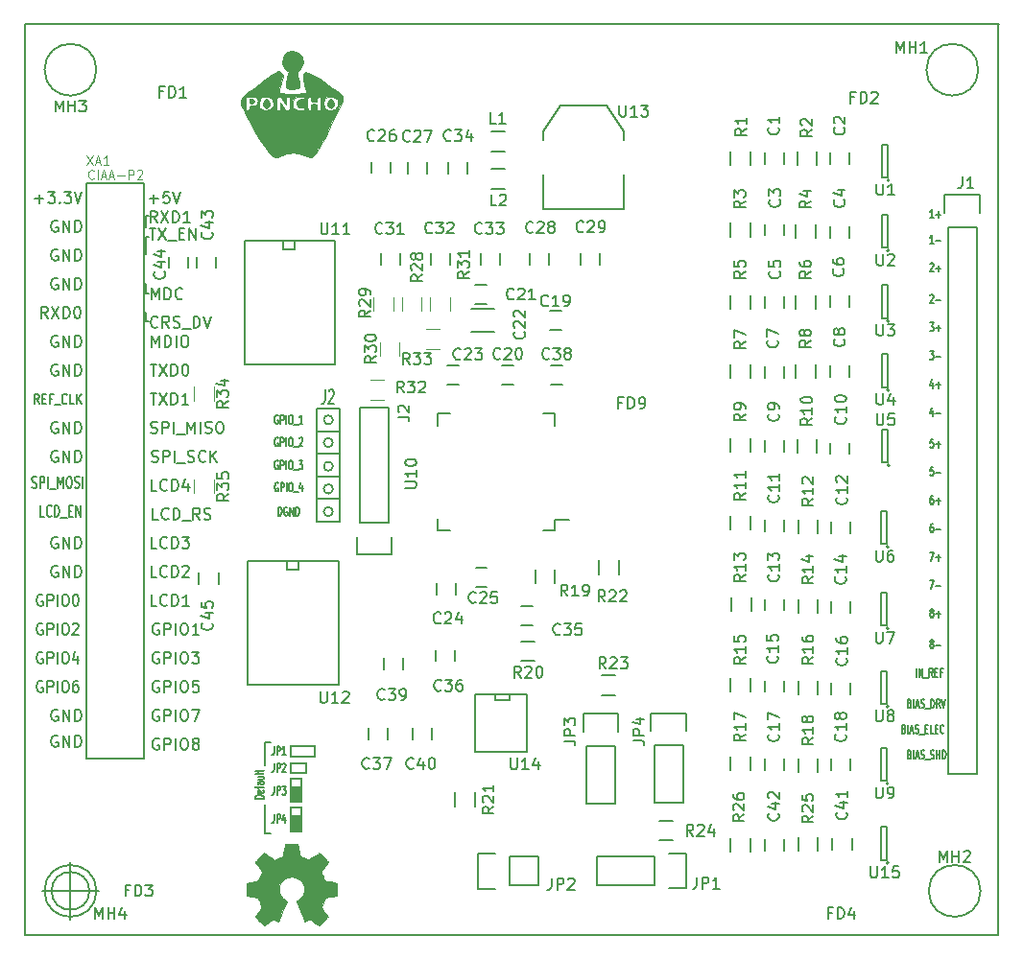
<source format=gbr>
G04 #@! TF.FileFunction,Legend,Top*
%FSLAX46Y46*%
G04 Gerber Fmt 4.6, Leading zero omitted, Abs format (unit mm)*
G04 Created by KiCad (PCBNEW 4.0.2-stable) date 21/01/2018 10:23:35*
%MOMM*%
G01*
G04 APERTURE LIST*
%ADD10C,0.100000*%
%ADD11C,0.150000*%
%ADD12C,0.200000*%
%ADD13C,0.127000*%
%ADD14C,0.120000*%
%ADD15C,0.002540*%
%ADD16C,0.010000*%
%ADD17C,0.170000*%
%ADD18C,0.175000*%
G04 APERTURE END LIST*
D10*
D11*
X105666666Y-144500000D02*
G75*
G03X105666666Y-144500000I-1666666J0D01*
G01*
X101500000Y-144500000D02*
X106500000Y-144500000D01*
X104000000Y-142000000D02*
X104000000Y-147000000D01*
D12*
X121150000Y-139400000D02*
X121650000Y-139400000D01*
X121150000Y-131400000D02*
X121650000Y-131400000D01*
X121150000Y-136900000D02*
X121150000Y-139400000D01*
X121150000Y-131400000D02*
X121150000Y-133400000D01*
D13*
X121044714Y-136333715D02*
X120282714Y-136333715D01*
X120282714Y-136212762D01*
X120319000Y-136140191D01*
X120391571Y-136091810D01*
X120464143Y-136067619D01*
X120609286Y-136043429D01*
X120718143Y-136043429D01*
X120863286Y-136067619D01*
X120935857Y-136091810D01*
X121008429Y-136140191D01*
X121044714Y-136212762D01*
X121044714Y-136333715D01*
X121008429Y-135632191D02*
X121044714Y-135680572D01*
X121044714Y-135777334D01*
X121008429Y-135825715D01*
X120935857Y-135849905D01*
X120645571Y-135849905D01*
X120573000Y-135825715D01*
X120536714Y-135777334D01*
X120536714Y-135680572D01*
X120573000Y-135632191D01*
X120645571Y-135608000D01*
X120718143Y-135608000D01*
X120790714Y-135849905D01*
X120536714Y-135462857D02*
X120536714Y-135269333D01*
X121044714Y-135390286D02*
X120391571Y-135390286D01*
X120319000Y-135366095D01*
X120282714Y-135317714D01*
X120282714Y-135269333D01*
X121044714Y-134882285D02*
X120645571Y-134882285D01*
X120573000Y-134906476D01*
X120536714Y-134954857D01*
X120536714Y-135051619D01*
X120573000Y-135100000D01*
X121008429Y-134882285D02*
X121044714Y-134930666D01*
X121044714Y-135051619D01*
X121008429Y-135100000D01*
X120935857Y-135124190D01*
X120863286Y-135124190D01*
X120790714Y-135100000D01*
X120754429Y-135051619D01*
X120754429Y-134930666D01*
X120718143Y-134882285D01*
X120536714Y-134422666D02*
X121044714Y-134422666D01*
X120536714Y-134640381D02*
X120935857Y-134640381D01*
X121008429Y-134616190D01*
X121044714Y-134567809D01*
X121044714Y-134495238D01*
X121008429Y-134446857D01*
X120972143Y-134422666D01*
X121044714Y-134108190D02*
X121008429Y-134156571D01*
X120935857Y-134180762D01*
X120282714Y-134180762D01*
X120536714Y-133987238D02*
X120536714Y-133793714D01*
X120282714Y-133914667D02*
X120935857Y-133914667D01*
X121008429Y-133890476D01*
X121044714Y-133842095D01*
X121044714Y-133793714D01*
X121976666Y-137732714D02*
X121976666Y-138277000D01*
X121952476Y-138385857D01*
X121904095Y-138458429D01*
X121831523Y-138494714D01*
X121783142Y-138494714D01*
X122218571Y-138494714D02*
X122218571Y-137732714D01*
X122412095Y-137732714D01*
X122460476Y-137769000D01*
X122484667Y-137805286D01*
X122508857Y-137877857D01*
X122508857Y-137986714D01*
X122484667Y-138059286D01*
X122460476Y-138095571D01*
X122412095Y-138131857D01*
X122218571Y-138131857D01*
X122944286Y-137986714D02*
X122944286Y-138494714D01*
X122823333Y-137696429D02*
X122702381Y-138240714D01*
X123016857Y-138240714D01*
X121976666Y-135232714D02*
X121976666Y-135777000D01*
X121952476Y-135885857D01*
X121904095Y-135958429D01*
X121831523Y-135994714D01*
X121783142Y-135994714D01*
X122218571Y-135994714D02*
X122218571Y-135232714D01*
X122412095Y-135232714D01*
X122460476Y-135269000D01*
X122484667Y-135305286D01*
X122508857Y-135377857D01*
X122508857Y-135486714D01*
X122484667Y-135559286D01*
X122460476Y-135595571D01*
X122412095Y-135631857D01*
X122218571Y-135631857D01*
X122678190Y-135232714D02*
X122992667Y-135232714D01*
X122823333Y-135523000D01*
X122895905Y-135523000D01*
X122944286Y-135559286D01*
X122968476Y-135595571D01*
X122992667Y-135668143D01*
X122992667Y-135849571D01*
X122968476Y-135922143D01*
X122944286Y-135958429D01*
X122895905Y-135994714D01*
X122750762Y-135994714D01*
X122702381Y-135958429D01*
X122678190Y-135922143D01*
X121976666Y-133232714D02*
X121976666Y-133777000D01*
X121952476Y-133885857D01*
X121904095Y-133958429D01*
X121831523Y-133994714D01*
X121783142Y-133994714D01*
X122218571Y-133994714D02*
X122218571Y-133232714D01*
X122412095Y-133232714D01*
X122460476Y-133269000D01*
X122484667Y-133305286D01*
X122508857Y-133377857D01*
X122508857Y-133486714D01*
X122484667Y-133559286D01*
X122460476Y-133595571D01*
X122412095Y-133631857D01*
X122218571Y-133631857D01*
X122702381Y-133305286D02*
X122726571Y-133269000D01*
X122774952Y-133232714D01*
X122895905Y-133232714D01*
X122944286Y-133269000D01*
X122968476Y-133305286D01*
X122992667Y-133377857D01*
X122992667Y-133450429D01*
X122968476Y-133559286D01*
X122678190Y-133994714D01*
X122992667Y-133994714D01*
X121976666Y-131732714D02*
X121976666Y-132277000D01*
X121952476Y-132385857D01*
X121904095Y-132458429D01*
X121831523Y-132494714D01*
X121783142Y-132494714D01*
X122218571Y-132494714D02*
X122218571Y-131732714D01*
X122412095Y-131732714D01*
X122460476Y-131769000D01*
X122484667Y-131805286D01*
X122508857Y-131877857D01*
X122508857Y-131986714D01*
X122484667Y-132059286D01*
X122460476Y-132095571D01*
X122412095Y-132131857D01*
X122218571Y-132131857D01*
X122992667Y-132494714D02*
X122702381Y-132494714D01*
X122847524Y-132494714D02*
X122847524Y-131732714D01*
X122799143Y-131841571D01*
X122750762Y-131914143D01*
X122702381Y-131950429D01*
X179943524Y-122659286D02*
X179895143Y-122623000D01*
X179870952Y-122586714D01*
X179846762Y-122514143D01*
X179846762Y-122477857D01*
X179870952Y-122405286D01*
X179895143Y-122369000D01*
X179943524Y-122332714D01*
X180040286Y-122332714D01*
X180088667Y-122369000D01*
X180112857Y-122405286D01*
X180137048Y-122477857D01*
X180137048Y-122514143D01*
X180112857Y-122586714D01*
X180088667Y-122623000D01*
X180040286Y-122659286D01*
X179943524Y-122659286D01*
X179895143Y-122695571D01*
X179870952Y-122731857D01*
X179846762Y-122804429D01*
X179846762Y-122949571D01*
X179870952Y-123022143D01*
X179895143Y-123058429D01*
X179943524Y-123094714D01*
X180040286Y-123094714D01*
X180088667Y-123058429D01*
X180112857Y-123022143D01*
X180137048Y-122949571D01*
X180137048Y-122804429D01*
X180112857Y-122731857D01*
X180088667Y-122695571D01*
X180040286Y-122659286D01*
X180354762Y-122804429D02*
X180741810Y-122804429D01*
X180137048Y-85094714D02*
X179846762Y-85094714D01*
X179991905Y-85094714D02*
X179991905Y-84332714D01*
X179943524Y-84441571D01*
X179895143Y-84514143D01*
X179846762Y-84550429D01*
X180354762Y-84804429D02*
X180741810Y-84804429D01*
X180548286Y-85094714D02*
X180548286Y-84514143D01*
X180137048Y-87344714D02*
X179846762Y-87344714D01*
X179991905Y-87344714D02*
X179991905Y-86582714D01*
X179943524Y-86691571D01*
X179895143Y-86764143D01*
X179846762Y-86800429D01*
X180354762Y-87054429D02*
X180741810Y-87054429D01*
X179846762Y-89155286D02*
X179870952Y-89119000D01*
X179919333Y-89082714D01*
X180040286Y-89082714D01*
X180088667Y-89119000D01*
X180112857Y-89155286D01*
X180137048Y-89227857D01*
X180137048Y-89300429D01*
X180112857Y-89409286D01*
X179822571Y-89844714D01*
X180137048Y-89844714D01*
X180354762Y-89554429D02*
X180741810Y-89554429D01*
X180548286Y-89844714D02*
X180548286Y-89264143D01*
X179846762Y-91905286D02*
X179870952Y-91869000D01*
X179919333Y-91832714D01*
X180040286Y-91832714D01*
X180088667Y-91869000D01*
X180112857Y-91905286D01*
X180137048Y-91977857D01*
X180137048Y-92050429D01*
X180112857Y-92159286D01*
X179822571Y-92594714D01*
X180137048Y-92594714D01*
X180354762Y-92304429D02*
X180741810Y-92304429D01*
X179822571Y-94332714D02*
X180137048Y-94332714D01*
X179967714Y-94623000D01*
X180040286Y-94623000D01*
X180088667Y-94659286D01*
X180112857Y-94695571D01*
X180137048Y-94768143D01*
X180137048Y-94949571D01*
X180112857Y-95022143D01*
X180088667Y-95058429D01*
X180040286Y-95094714D01*
X179895143Y-95094714D01*
X179846762Y-95058429D01*
X179822571Y-95022143D01*
X180354762Y-94804429D02*
X180741810Y-94804429D01*
X180548286Y-95094714D02*
X180548286Y-94514143D01*
X179822571Y-96832714D02*
X180137048Y-96832714D01*
X179967714Y-97123000D01*
X180040286Y-97123000D01*
X180088667Y-97159286D01*
X180112857Y-97195571D01*
X180137048Y-97268143D01*
X180137048Y-97449571D01*
X180112857Y-97522143D01*
X180088667Y-97558429D01*
X180040286Y-97594714D01*
X179895143Y-97594714D01*
X179846762Y-97558429D01*
X179822571Y-97522143D01*
X180354762Y-97304429D02*
X180741810Y-97304429D01*
X180088667Y-99586714D02*
X180088667Y-100094714D01*
X179967714Y-99296429D02*
X179846762Y-99840714D01*
X180161238Y-99840714D01*
X180354762Y-99804429D02*
X180741810Y-99804429D01*
X180548286Y-100094714D02*
X180548286Y-99514143D01*
X180088667Y-102086714D02*
X180088667Y-102594714D01*
X179967714Y-101796429D02*
X179846762Y-102340714D01*
X180161238Y-102340714D01*
X180354762Y-102304429D02*
X180741810Y-102304429D01*
X180112857Y-104582714D02*
X179870952Y-104582714D01*
X179846762Y-104945571D01*
X179870952Y-104909286D01*
X179919333Y-104873000D01*
X180040286Y-104873000D01*
X180088667Y-104909286D01*
X180112857Y-104945571D01*
X180137048Y-105018143D01*
X180137048Y-105199571D01*
X180112857Y-105272143D01*
X180088667Y-105308429D01*
X180040286Y-105344714D01*
X179919333Y-105344714D01*
X179870952Y-105308429D01*
X179846762Y-105272143D01*
X180354762Y-105054429D02*
X180741810Y-105054429D01*
X180548286Y-105344714D02*
X180548286Y-104764143D01*
X180112857Y-107082714D02*
X179870952Y-107082714D01*
X179846762Y-107445571D01*
X179870952Y-107409286D01*
X179919333Y-107373000D01*
X180040286Y-107373000D01*
X180088667Y-107409286D01*
X180112857Y-107445571D01*
X180137048Y-107518143D01*
X180137048Y-107699571D01*
X180112857Y-107772143D01*
X180088667Y-107808429D01*
X180040286Y-107844714D01*
X179919333Y-107844714D01*
X179870952Y-107808429D01*
X179846762Y-107772143D01*
X180354762Y-107554429D02*
X180741810Y-107554429D01*
X180088667Y-109582714D02*
X179991905Y-109582714D01*
X179943524Y-109619000D01*
X179919333Y-109655286D01*
X179870952Y-109764143D01*
X179846762Y-109909286D01*
X179846762Y-110199571D01*
X179870952Y-110272143D01*
X179895143Y-110308429D01*
X179943524Y-110344714D01*
X180040286Y-110344714D01*
X180088667Y-110308429D01*
X180112857Y-110272143D01*
X180137048Y-110199571D01*
X180137048Y-110018143D01*
X180112857Y-109945571D01*
X180088667Y-109909286D01*
X180040286Y-109873000D01*
X179943524Y-109873000D01*
X179895143Y-109909286D01*
X179870952Y-109945571D01*
X179846762Y-110018143D01*
X180354762Y-110054429D02*
X180741810Y-110054429D01*
X180548286Y-110344714D02*
X180548286Y-109764143D01*
X180088667Y-112082714D02*
X179991905Y-112082714D01*
X179943524Y-112119000D01*
X179919333Y-112155286D01*
X179870952Y-112264143D01*
X179846762Y-112409286D01*
X179846762Y-112699571D01*
X179870952Y-112772143D01*
X179895143Y-112808429D01*
X179943524Y-112844714D01*
X180040286Y-112844714D01*
X180088667Y-112808429D01*
X180112857Y-112772143D01*
X180137048Y-112699571D01*
X180137048Y-112518143D01*
X180112857Y-112445571D01*
X180088667Y-112409286D01*
X180040286Y-112373000D01*
X179943524Y-112373000D01*
X179895143Y-112409286D01*
X179870952Y-112445571D01*
X179846762Y-112518143D01*
X180354762Y-112554429D02*
X180741810Y-112554429D01*
X179822571Y-114582714D02*
X180161238Y-114582714D01*
X179943524Y-115344714D01*
X180354762Y-115054429D02*
X180741810Y-115054429D01*
X180548286Y-115344714D02*
X180548286Y-114764143D01*
X179822571Y-117082714D02*
X180161238Y-117082714D01*
X179943524Y-117844714D01*
X180354762Y-117554429D02*
X180741810Y-117554429D01*
X179943524Y-119909286D02*
X179895143Y-119873000D01*
X179870952Y-119836714D01*
X179846762Y-119764143D01*
X179846762Y-119727857D01*
X179870952Y-119655286D01*
X179895143Y-119619000D01*
X179943524Y-119582714D01*
X180040286Y-119582714D01*
X180088667Y-119619000D01*
X180112857Y-119655286D01*
X180137048Y-119727857D01*
X180137048Y-119764143D01*
X180112857Y-119836714D01*
X180088667Y-119873000D01*
X180040286Y-119909286D01*
X179943524Y-119909286D01*
X179895143Y-119945571D01*
X179870952Y-119981857D01*
X179846762Y-120054429D01*
X179846762Y-120199571D01*
X179870952Y-120272143D01*
X179895143Y-120308429D01*
X179943524Y-120344714D01*
X180040286Y-120344714D01*
X180088667Y-120308429D01*
X180112857Y-120272143D01*
X180137048Y-120199571D01*
X180137048Y-120054429D01*
X180112857Y-119981857D01*
X180088667Y-119945571D01*
X180040286Y-119909286D01*
X180354762Y-120054429D02*
X180741810Y-120054429D01*
X180548286Y-120344714D02*
X180548286Y-119764143D01*
X178620952Y-125594714D02*
X178620952Y-124832714D01*
X178862857Y-125594714D02*
X178862857Y-124832714D01*
X179153143Y-125594714D01*
X179153143Y-124832714D01*
X179274095Y-125667286D02*
X179661143Y-125667286D01*
X180072381Y-125594714D02*
X179903048Y-125231857D01*
X179782095Y-125594714D02*
X179782095Y-124832714D01*
X179975619Y-124832714D01*
X180024000Y-124869000D01*
X180048191Y-124905286D01*
X180072381Y-124977857D01*
X180072381Y-125086714D01*
X180048191Y-125159286D01*
X180024000Y-125195571D01*
X179975619Y-125231857D01*
X179782095Y-125231857D01*
X180290095Y-125195571D02*
X180459429Y-125195571D01*
X180532000Y-125594714D02*
X180290095Y-125594714D01*
X180290095Y-124832714D01*
X180532000Y-124832714D01*
X180919048Y-125195571D02*
X180749714Y-125195571D01*
X180749714Y-125594714D02*
X180749714Y-124832714D01*
X180991619Y-124832714D01*
X178040286Y-127945571D02*
X178112857Y-127981857D01*
X178137048Y-128018143D01*
X178161238Y-128090714D01*
X178161238Y-128199571D01*
X178137048Y-128272143D01*
X178112857Y-128308429D01*
X178064476Y-128344714D01*
X177870952Y-128344714D01*
X177870952Y-127582714D01*
X178040286Y-127582714D01*
X178088667Y-127619000D01*
X178112857Y-127655286D01*
X178137048Y-127727857D01*
X178137048Y-127800429D01*
X178112857Y-127873000D01*
X178088667Y-127909286D01*
X178040286Y-127945571D01*
X177870952Y-127945571D01*
X178378952Y-128344714D02*
X178378952Y-127582714D01*
X178596667Y-128127000D02*
X178838572Y-128127000D01*
X178548286Y-128344714D02*
X178717619Y-127582714D01*
X178886953Y-128344714D01*
X179032096Y-128308429D02*
X179104667Y-128344714D01*
X179225620Y-128344714D01*
X179274001Y-128308429D01*
X179298191Y-128272143D01*
X179322382Y-128199571D01*
X179322382Y-128127000D01*
X179298191Y-128054429D01*
X179274001Y-128018143D01*
X179225620Y-127981857D01*
X179128858Y-127945571D01*
X179080477Y-127909286D01*
X179056286Y-127873000D01*
X179032096Y-127800429D01*
X179032096Y-127727857D01*
X179056286Y-127655286D01*
X179080477Y-127619000D01*
X179128858Y-127582714D01*
X179249810Y-127582714D01*
X179322382Y-127619000D01*
X179419144Y-128417286D02*
X179806192Y-128417286D01*
X179927144Y-128344714D02*
X179927144Y-127582714D01*
X180048097Y-127582714D01*
X180120668Y-127619000D01*
X180169049Y-127691571D01*
X180193240Y-127764143D01*
X180217430Y-127909286D01*
X180217430Y-128018143D01*
X180193240Y-128163286D01*
X180169049Y-128235857D01*
X180120668Y-128308429D01*
X180048097Y-128344714D01*
X179927144Y-128344714D01*
X180725430Y-128344714D02*
X180556097Y-127981857D01*
X180435144Y-128344714D02*
X180435144Y-127582714D01*
X180628668Y-127582714D01*
X180677049Y-127619000D01*
X180701240Y-127655286D01*
X180725430Y-127727857D01*
X180725430Y-127836714D01*
X180701240Y-127909286D01*
X180677049Y-127945571D01*
X180628668Y-127981857D01*
X180435144Y-127981857D01*
X180870573Y-127582714D02*
X181039906Y-128344714D01*
X181209240Y-127582714D01*
X177540286Y-130195571D02*
X177612857Y-130231857D01*
X177637048Y-130268143D01*
X177661238Y-130340714D01*
X177661238Y-130449571D01*
X177637048Y-130522143D01*
X177612857Y-130558429D01*
X177564476Y-130594714D01*
X177370952Y-130594714D01*
X177370952Y-129832714D01*
X177540286Y-129832714D01*
X177588667Y-129869000D01*
X177612857Y-129905286D01*
X177637048Y-129977857D01*
X177637048Y-130050429D01*
X177612857Y-130123000D01*
X177588667Y-130159286D01*
X177540286Y-130195571D01*
X177370952Y-130195571D01*
X177878952Y-130594714D02*
X177878952Y-129832714D01*
X178096667Y-130377000D02*
X178338572Y-130377000D01*
X178048286Y-130594714D02*
X178217619Y-129832714D01*
X178386953Y-130594714D01*
X178532096Y-130558429D02*
X178604667Y-130594714D01*
X178725620Y-130594714D01*
X178774001Y-130558429D01*
X178798191Y-130522143D01*
X178822382Y-130449571D01*
X178822382Y-130377000D01*
X178798191Y-130304429D01*
X178774001Y-130268143D01*
X178725620Y-130231857D01*
X178628858Y-130195571D01*
X178580477Y-130159286D01*
X178556286Y-130123000D01*
X178532096Y-130050429D01*
X178532096Y-129977857D01*
X178556286Y-129905286D01*
X178580477Y-129869000D01*
X178628858Y-129832714D01*
X178749810Y-129832714D01*
X178822382Y-129869000D01*
X178919144Y-130667286D02*
X179306192Y-130667286D01*
X179427144Y-130195571D02*
X179596478Y-130195571D01*
X179669049Y-130594714D02*
X179427144Y-130594714D01*
X179427144Y-129832714D01*
X179669049Y-129832714D01*
X180128668Y-130594714D02*
X179886763Y-130594714D01*
X179886763Y-129832714D01*
X180298001Y-130195571D02*
X180467335Y-130195571D01*
X180539906Y-130594714D02*
X180298001Y-130594714D01*
X180298001Y-129832714D01*
X180539906Y-129832714D01*
X181047906Y-130522143D02*
X181023716Y-130558429D01*
X180951144Y-130594714D01*
X180902763Y-130594714D01*
X180830192Y-130558429D01*
X180781811Y-130485857D01*
X180757620Y-130413286D01*
X180733430Y-130268143D01*
X180733430Y-130159286D01*
X180757620Y-130014143D01*
X180781811Y-129941571D01*
X180830192Y-129869000D01*
X180902763Y-129832714D01*
X180951144Y-129832714D01*
X181023716Y-129869000D01*
X181047906Y-129905286D01*
X126466001Y-100254524D02*
X126466001Y-101161667D01*
X126429715Y-101343095D01*
X126357144Y-101464048D01*
X126248287Y-101524524D01*
X126175715Y-101524524D01*
X126792572Y-100375476D02*
X126828858Y-100315000D01*
X126901429Y-100254524D01*
X127082858Y-100254524D01*
X127155429Y-100315000D01*
X127191715Y-100375476D01*
X127228000Y-100496429D01*
X127228000Y-100617381D01*
X127191715Y-100798810D01*
X126756286Y-101524524D01*
X127228000Y-101524524D01*
D12*
X125750000Y-111910000D02*
X125750000Y-101910000D01*
X125750000Y-103910000D02*
X127750000Y-103910000D01*
D13*
X122352857Y-111364714D02*
X122352857Y-110602714D01*
X122473810Y-110602714D01*
X122546381Y-110639000D01*
X122594762Y-110711571D01*
X122618953Y-110784143D01*
X122643143Y-110929286D01*
X122643143Y-111038143D01*
X122618953Y-111183286D01*
X122594762Y-111255857D01*
X122546381Y-111328429D01*
X122473810Y-111364714D01*
X122352857Y-111364714D01*
X123126953Y-110639000D02*
X123078572Y-110602714D01*
X123006000Y-110602714D01*
X122933429Y-110639000D01*
X122885048Y-110711571D01*
X122860857Y-110784143D01*
X122836667Y-110929286D01*
X122836667Y-111038143D01*
X122860857Y-111183286D01*
X122885048Y-111255857D01*
X122933429Y-111328429D01*
X123006000Y-111364714D01*
X123054381Y-111364714D01*
X123126953Y-111328429D01*
X123151143Y-111292143D01*
X123151143Y-111038143D01*
X123054381Y-111038143D01*
X123368857Y-111364714D02*
X123368857Y-110602714D01*
X123659143Y-111364714D01*
X123659143Y-110602714D01*
X123901047Y-111364714D02*
X123901047Y-110602714D01*
X124022000Y-110602714D01*
X124094571Y-110639000D01*
X124142952Y-110711571D01*
X124167143Y-110784143D01*
X124191333Y-110929286D01*
X124191333Y-111038143D01*
X124167143Y-111183286D01*
X124142952Y-111255857D01*
X124094571Y-111328429D01*
X124022000Y-111364714D01*
X123901047Y-111364714D01*
X122316572Y-108509000D02*
X122268191Y-108472714D01*
X122195619Y-108472714D01*
X122123048Y-108509000D01*
X122074667Y-108581571D01*
X122050476Y-108654143D01*
X122026286Y-108799286D01*
X122026286Y-108908143D01*
X122050476Y-109053286D01*
X122074667Y-109125857D01*
X122123048Y-109198429D01*
X122195619Y-109234714D01*
X122244000Y-109234714D01*
X122316572Y-109198429D01*
X122340762Y-109162143D01*
X122340762Y-108908143D01*
X122244000Y-108908143D01*
X122558476Y-109234714D02*
X122558476Y-108472714D01*
X122752000Y-108472714D01*
X122800381Y-108509000D01*
X122824572Y-108545286D01*
X122848762Y-108617857D01*
X122848762Y-108726714D01*
X122824572Y-108799286D01*
X122800381Y-108835571D01*
X122752000Y-108871857D01*
X122558476Y-108871857D01*
X123066476Y-109234714D02*
X123066476Y-108472714D01*
X123405143Y-108472714D02*
X123501905Y-108472714D01*
X123550286Y-108509000D01*
X123598667Y-108581571D01*
X123622858Y-108726714D01*
X123622858Y-108980714D01*
X123598667Y-109125857D01*
X123550286Y-109198429D01*
X123501905Y-109234714D01*
X123405143Y-109234714D01*
X123356762Y-109198429D01*
X123308381Y-109125857D01*
X123284191Y-108980714D01*
X123284191Y-108726714D01*
X123308381Y-108581571D01*
X123356762Y-108509000D01*
X123405143Y-108472714D01*
X123719619Y-109307286D02*
X124106667Y-109307286D01*
X124445334Y-108726714D02*
X124445334Y-109234714D01*
X124324381Y-108436429D02*
X124203429Y-108980714D01*
X124517905Y-108980714D01*
X122306572Y-102529000D02*
X122258191Y-102492714D01*
X122185619Y-102492714D01*
X122113048Y-102529000D01*
X122064667Y-102601571D01*
X122040476Y-102674143D01*
X122016286Y-102819286D01*
X122016286Y-102928143D01*
X122040476Y-103073286D01*
X122064667Y-103145857D01*
X122113048Y-103218429D01*
X122185619Y-103254714D01*
X122234000Y-103254714D01*
X122306572Y-103218429D01*
X122330762Y-103182143D01*
X122330762Y-102928143D01*
X122234000Y-102928143D01*
X122548476Y-103254714D02*
X122548476Y-102492714D01*
X122742000Y-102492714D01*
X122790381Y-102529000D01*
X122814572Y-102565286D01*
X122838762Y-102637857D01*
X122838762Y-102746714D01*
X122814572Y-102819286D01*
X122790381Y-102855571D01*
X122742000Y-102891857D01*
X122548476Y-102891857D01*
X123056476Y-103254714D02*
X123056476Y-102492714D01*
X123395143Y-102492714D02*
X123491905Y-102492714D01*
X123540286Y-102529000D01*
X123588667Y-102601571D01*
X123612858Y-102746714D01*
X123612858Y-103000714D01*
X123588667Y-103145857D01*
X123540286Y-103218429D01*
X123491905Y-103254714D01*
X123395143Y-103254714D01*
X123346762Y-103218429D01*
X123298381Y-103145857D01*
X123274191Y-103000714D01*
X123274191Y-102746714D01*
X123298381Y-102601571D01*
X123346762Y-102529000D01*
X123395143Y-102492714D01*
X123709619Y-103327286D02*
X124096667Y-103327286D01*
X124483715Y-103254714D02*
X124193429Y-103254714D01*
X124338572Y-103254714D02*
X124338572Y-102492714D01*
X124290191Y-102601571D01*
X124241810Y-102674143D01*
X124193429Y-102710429D01*
X122306572Y-106529000D02*
X122258191Y-106492714D01*
X122185619Y-106492714D01*
X122113048Y-106529000D01*
X122064667Y-106601571D01*
X122040476Y-106674143D01*
X122016286Y-106819286D01*
X122016286Y-106928143D01*
X122040476Y-107073286D01*
X122064667Y-107145857D01*
X122113048Y-107218429D01*
X122185619Y-107254714D01*
X122234000Y-107254714D01*
X122306572Y-107218429D01*
X122330762Y-107182143D01*
X122330762Y-106928143D01*
X122234000Y-106928143D01*
X122548476Y-107254714D02*
X122548476Y-106492714D01*
X122742000Y-106492714D01*
X122790381Y-106529000D01*
X122814572Y-106565286D01*
X122838762Y-106637857D01*
X122838762Y-106746714D01*
X122814572Y-106819286D01*
X122790381Y-106855571D01*
X122742000Y-106891857D01*
X122548476Y-106891857D01*
X123056476Y-107254714D02*
X123056476Y-106492714D01*
X123395143Y-106492714D02*
X123491905Y-106492714D01*
X123540286Y-106529000D01*
X123588667Y-106601571D01*
X123612858Y-106746714D01*
X123612858Y-107000714D01*
X123588667Y-107145857D01*
X123540286Y-107218429D01*
X123491905Y-107254714D01*
X123395143Y-107254714D01*
X123346762Y-107218429D01*
X123298381Y-107145857D01*
X123274191Y-107000714D01*
X123274191Y-106746714D01*
X123298381Y-106601571D01*
X123346762Y-106529000D01*
X123395143Y-106492714D01*
X123709619Y-107327286D02*
X124096667Y-107327286D01*
X124169238Y-106492714D02*
X124483715Y-106492714D01*
X124314381Y-106783000D01*
X124386953Y-106783000D01*
X124435334Y-106819286D01*
X124459524Y-106855571D01*
X124483715Y-106928143D01*
X124483715Y-107109571D01*
X124459524Y-107182143D01*
X124435334Y-107218429D01*
X124386953Y-107254714D01*
X124241810Y-107254714D01*
X124193429Y-107218429D01*
X124169238Y-107182143D01*
X122306572Y-104529000D02*
X122258191Y-104492714D01*
X122185619Y-104492714D01*
X122113048Y-104529000D01*
X122064667Y-104601571D01*
X122040476Y-104674143D01*
X122016286Y-104819286D01*
X122016286Y-104928143D01*
X122040476Y-105073286D01*
X122064667Y-105145857D01*
X122113048Y-105218429D01*
X122185619Y-105254714D01*
X122234000Y-105254714D01*
X122306572Y-105218429D01*
X122330762Y-105182143D01*
X122330762Y-104928143D01*
X122234000Y-104928143D01*
X122548476Y-105254714D02*
X122548476Y-104492714D01*
X122742000Y-104492714D01*
X122790381Y-104529000D01*
X122814572Y-104565286D01*
X122838762Y-104637857D01*
X122838762Y-104746714D01*
X122814572Y-104819286D01*
X122790381Y-104855571D01*
X122742000Y-104891857D01*
X122548476Y-104891857D01*
X123056476Y-105254714D02*
X123056476Y-104492714D01*
X123395143Y-104492714D02*
X123491905Y-104492714D01*
X123540286Y-104529000D01*
X123588667Y-104601571D01*
X123612858Y-104746714D01*
X123612858Y-105000714D01*
X123588667Y-105145857D01*
X123540286Y-105218429D01*
X123491905Y-105254714D01*
X123395143Y-105254714D01*
X123346762Y-105218429D01*
X123298381Y-105145857D01*
X123274191Y-105000714D01*
X123274191Y-104746714D01*
X123298381Y-104601571D01*
X123346762Y-104529000D01*
X123395143Y-104492714D01*
X123709619Y-105327286D02*
X124096667Y-105327286D01*
X124193429Y-104565286D02*
X124217619Y-104529000D01*
X124266000Y-104492714D01*
X124386953Y-104492714D01*
X124435334Y-104529000D01*
X124459524Y-104565286D01*
X124483715Y-104637857D01*
X124483715Y-104710429D01*
X124459524Y-104819286D01*
X124169238Y-105254714D01*
X124483715Y-105254714D01*
D12*
X127150000Y-111010000D02*
G75*
G03X127150000Y-111010000I-400000J0D01*
G01*
X127162311Y-109010000D02*
G75*
G03X127162311Y-109010000I-412311J0D01*
G01*
X127150000Y-107010000D02*
G75*
G03X127150000Y-107010000I-400000J0D01*
G01*
X127150000Y-104910000D02*
G75*
G03X127150000Y-104910000I-400000J0D01*
G01*
X127150000Y-102910000D02*
G75*
G03X127150000Y-102910000I-400000J0D01*
G01*
X125750000Y-109910000D02*
X127750000Y-109910000D01*
X125750000Y-107910000D02*
X127750000Y-107910000D01*
X125750000Y-105910000D02*
X127750000Y-105910000D01*
X127750000Y-111910000D02*
X125750000Y-111910000D01*
X127750000Y-101910000D02*
X127750000Y-111910000D01*
X125750000Y-101910000D02*
X127750000Y-101910000D01*
D13*
X178040286Y-132445571D02*
X178112857Y-132481857D01*
X178137048Y-132518143D01*
X178161238Y-132590714D01*
X178161238Y-132699571D01*
X178137048Y-132772143D01*
X178112857Y-132808429D01*
X178064476Y-132844714D01*
X177870952Y-132844714D01*
X177870952Y-132082714D01*
X178040286Y-132082714D01*
X178088667Y-132119000D01*
X178112857Y-132155286D01*
X178137048Y-132227857D01*
X178137048Y-132300429D01*
X178112857Y-132373000D01*
X178088667Y-132409286D01*
X178040286Y-132445571D01*
X177870952Y-132445571D01*
X178378952Y-132844714D02*
X178378952Y-132082714D01*
X178596667Y-132627000D02*
X178838572Y-132627000D01*
X178548286Y-132844714D02*
X178717619Y-132082714D01*
X178886953Y-132844714D01*
X179032096Y-132808429D02*
X179104667Y-132844714D01*
X179225620Y-132844714D01*
X179274001Y-132808429D01*
X179298191Y-132772143D01*
X179322382Y-132699571D01*
X179322382Y-132627000D01*
X179298191Y-132554429D01*
X179274001Y-132518143D01*
X179225620Y-132481857D01*
X179128858Y-132445571D01*
X179080477Y-132409286D01*
X179056286Y-132373000D01*
X179032096Y-132300429D01*
X179032096Y-132227857D01*
X179056286Y-132155286D01*
X179080477Y-132119000D01*
X179128858Y-132082714D01*
X179249810Y-132082714D01*
X179322382Y-132119000D01*
X179419144Y-132917286D02*
X179806192Y-132917286D01*
X179902954Y-132808429D02*
X179975525Y-132844714D01*
X180096478Y-132844714D01*
X180144859Y-132808429D01*
X180169049Y-132772143D01*
X180193240Y-132699571D01*
X180193240Y-132627000D01*
X180169049Y-132554429D01*
X180144859Y-132518143D01*
X180096478Y-132481857D01*
X179999716Y-132445571D01*
X179951335Y-132409286D01*
X179927144Y-132373000D01*
X179902954Y-132300429D01*
X179902954Y-132227857D01*
X179927144Y-132155286D01*
X179951335Y-132119000D01*
X179999716Y-132082714D01*
X180120668Y-132082714D01*
X180193240Y-132119000D01*
X180410954Y-132844714D02*
X180410954Y-132082714D01*
X180410954Y-132445571D02*
X180701240Y-132445571D01*
X180701240Y-132844714D02*
X180701240Y-132082714D01*
X180943144Y-132844714D02*
X180943144Y-132082714D01*
X181064097Y-132082714D01*
X181136668Y-132119000D01*
X181185049Y-132191571D01*
X181209240Y-132264143D01*
X181233430Y-132409286D01*
X181233430Y-132518143D01*
X181209240Y-132663286D01*
X181185049Y-132735857D01*
X181136668Y-132808429D01*
X181064097Y-132844714D01*
X180943144Y-132844714D01*
D11*
X100015000Y-67920000D02*
X185880000Y-67920000D01*
X100015000Y-67920000D02*
X100015000Y-148420000D01*
X185875000Y-148420000D02*
X185875000Y-67920000D01*
X100010000Y-148420000D02*
X185875000Y-148420000D01*
X139050000Y-81150000D02*
X139050000Y-80150000D01*
X137350000Y-80150000D02*
X137350000Y-81150000D01*
X110880000Y-84920000D02*
X110680000Y-84920000D01*
X110680000Y-84920000D02*
X110680000Y-85920000D01*
X110680000Y-85920000D02*
X110480000Y-85920000D01*
X110880000Y-86720000D02*
X110680000Y-86720000D01*
X110680000Y-86720000D02*
X110680000Y-88320000D01*
X110680000Y-88320000D02*
X110480000Y-88320000D01*
X110880000Y-91720000D02*
X110680000Y-91720000D01*
X110680000Y-91720000D02*
X110680000Y-90920000D01*
X110680000Y-90920000D02*
X110480000Y-90920000D01*
X110880000Y-94220000D02*
X110680000Y-94220000D01*
X110680000Y-94220000D02*
X110680000Y-93420000D01*
X110680000Y-93420000D02*
X110480000Y-93420000D01*
X105410000Y-83320000D02*
X105410000Y-82050000D01*
X105410000Y-82050000D02*
X110490000Y-82050000D01*
X110490000Y-82050000D02*
X110490000Y-132850000D01*
X110490000Y-132850000D02*
X105410000Y-132850000D01*
X105410000Y-132850000D02*
X105410000Y-83320000D01*
X155500000Y-131670000D02*
X155500000Y-136750000D01*
X155500000Y-136750000D02*
X158040000Y-136750000D01*
X158040000Y-136750000D02*
X158040000Y-131670000D01*
X158320000Y-128850000D02*
X158320000Y-130400000D01*
X158040000Y-131670000D02*
X155500000Y-131670000D01*
X155220000Y-130400000D02*
X155220000Y-128850000D01*
X155220000Y-128850000D02*
X158320000Y-128850000D01*
X119643000Y-115359000D02*
X127644000Y-115359000D01*
X127644000Y-126281000D02*
X119643000Y-126281000D01*
X127644000Y-115359000D02*
X127644000Y-126281000D01*
X119643000Y-126281000D02*
X119643000Y-115359000D01*
X124088000Y-115359000D02*
X124088000Y-116121000D01*
X124088000Y-116121000D02*
X123072000Y-116121000D01*
X123072000Y-116121000D02*
X123072000Y-115359000D01*
X142300000Y-79225000D02*
X141100000Y-79225000D01*
X141100000Y-77475000D02*
X142300000Y-77475000D01*
X119343000Y-87059000D02*
X127344000Y-87059000D01*
X127344000Y-97981000D02*
X119343000Y-97981000D01*
X127344000Y-87059000D02*
X127344000Y-97981000D01*
X119343000Y-97981000D02*
X119343000Y-87059000D01*
X123788000Y-87059000D02*
X123788000Y-87821000D01*
X123788000Y-87821000D02*
X122772000Y-87821000D01*
X122772000Y-87821000D02*
X122772000Y-87059000D01*
X165230000Y-79320000D02*
X165230000Y-80320000D01*
X166930000Y-80320000D02*
X166930000Y-79320000D01*
X171030000Y-79320000D02*
X171030000Y-80320000D01*
X172730000Y-80320000D02*
X172730000Y-79320000D01*
X165230000Y-85620000D02*
X165230000Y-86620000D01*
X166930000Y-86620000D02*
X166930000Y-85620000D01*
X171030000Y-85820000D02*
X171030000Y-86820000D01*
X172730000Y-86820000D02*
X172730000Y-85820000D01*
X165230000Y-92020000D02*
X165230000Y-93020000D01*
X166930000Y-93020000D02*
X166930000Y-92020000D01*
X171030000Y-91920000D02*
X171030000Y-92920000D01*
X172730000Y-92920000D02*
X172730000Y-91920000D01*
X165230000Y-98220000D02*
X165230000Y-99220000D01*
X166930000Y-99220000D02*
X166930000Y-98220000D01*
X171030000Y-98120000D02*
X171030000Y-99120000D01*
X172730000Y-99120000D02*
X172730000Y-98120000D01*
X165230000Y-104720000D02*
X165230000Y-105720000D01*
X166930000Y-105720000D02*
X166930000Y-104720000D01*
X171030000Y-104920000D02*
X171030000Y-105920000D01*
X172730000Y-105920000D02*
X172730000Y-104920000D01*
X165230000Y-111720000D02*
X165230000Y-112720000D01*
X166930000Y-112720000D02*
X166930000Y-111720000D01*
X171130000Y-111920000D02*
X171130000Y-112920000D01*
X172830000Y-112920000D02*
X172830000Y-111920000D01*
X165230000Y-118720000D02*
X165230000Y-119720000D01*
X166930000Y-119720000D02*
X166930000Y-118720000D01*
X171130000Y-118920000D02*
X171130000Y-119920000D01*
X172830000Y-119920000D02*
X172830000Y-118920000D01*
X165230000Y-125920000D02*
X165230000Y-126920000D01*
X166930000Y-126920000D02*
X166930000Y-125920000D01*
X171130000Y-126120000D02*
X171130000Y-127120000D01*
X172830000Y-127120000D02*
X172830000Y-126120000D01*
X165230000Y-132820000D02*
X165230000Y-133820000D01*
X166930000Y-133820000D02*
X166930000Y-132820000D01*
X171130000Y-132820000D02*
X171130000Y-133820000D01*
X172830000Y-133820000D02*
X172830000Y-132820000D01*
X147280000Y-93270000D02*
X146280000Y-93270000D01*
X146280000Y-94970000D02*
X147280000Y-94970000D01*
X143080000Y-98070000D02*
X142080000Y-98070000D01*
X142080000Y-99770000D02*
X143080000Y-99770000D01*
X139700000Y-92650000D02*
X140700000Y-92650000D01*
X140700000Y-90950000D02*
X139700000Y-90950000D01*
X137280000Y-99770000D02*
X138280000Y-99770000D01*
X138280000Y-98070000D02*
X137280000Y-98070000D01*
X136290000Y-117320000D02*
X136290000Y-118320000D01*
X137990000Y-118320000D02*
X137990000Y-117320000D01*
X139750000Y-117670000D02*
X140750000Y-117670000D01*
X140750000Y-115970000D02*
X139750000Y-115970000D01*
X132230000Y-81120000D02*
X132230000Y-80120000D01*
X130530000Y-80120000D02*
X130530000Y-81120000D01*
X135500000Y-81150000D02*
X135500000Y-80150000D01*
X133800000Y-80150000D02*
X133800000Y-81150000D01*
X146230000Y-89220000D02*
X146230000Y-88220000D01*
X144530000Y-88220000D02*
X144530000Y-89220000D01*
X150730000Y-89220000D02*
X150730000Y-88220000D01*
X149030000Y-88220000D02*
X149030000Y-89220000D01*
X133130000Y-89220000D02*
X133130000Y-88220000D01*
X131430000Y-88220000D02*
X131430000Y-89220000D01*
X137530000Y-89220000D02*
X137530000Y-88220000D01*
X135830000Y-88220000D02*
X135830000Y-89220000D01*
X141930000Y-89220000D02*
X141930000Y-88220000D01*
X140230000Y-88220000D02*
X140230000Y-89220000D01*
X162205000Y-80420000D02*
X162205000Y-79220000D01*
X163955000Y-79220000D02*
X163955000Y-80420000D01*
X169855000Y-79220000D02*
X169855000Y-80420000D01*
X168105000Y-80420000D02*
X168105000Y-79220000D01*
X163955000Y-85520000D02*
X163955000Y-86720000D01*
X162205000Y-86720000D02*
X162205000Y-85520000D01*
X169755000Y-85620000D02*
X169755000Y-86820000D01*
X168005000Y-86820000D02*
X168005000Y-85620000D01*
X162205000Y-93120000D02*
X162205000Y-91920000D01*
X163955000Y-91920000D02*
X163955000Y-93120000D01*
X169755000Y-91920000D02*
X169755000Y-93120000D01*
X168005000Y-93120000D02*
X168005000Y-91920000D01*
X163955000Y-98020000D02*
X163955000Y-99220000D01*
X162205000Y-99220000D02*
X162205000Y-98020000D01*
X169755000Y-98020000D02*
X169755000Y-99220000D01*
X168005000Y-99220000D02*
X168005000Y-98020000D01*
X162205000Y-105720000D02*
X162205000Y-104520000D01*
X163955000Y-104520000D02*
X163955000Y-105720000D01*
X169855000Y-104620000D02*
X169855000Y-105820000D01*
X168105000Y-105820000D02*
X168105000Y-104620000D01*
X163955000Y-111420000D02*
X163955000Y-112620000D01*
X162205000Y-112620000D02*
X162205000Y-111420000D01*
X169955000Y-111720000D02*
X169955000Y-112920000D01*
X168205000Y-112920000D02*
X168205000Y-111720000D01*
X162305000Y-119820000D02*
X162305000Y-118620000D01*
X164055000Y-118620000D02*
X164055000Y-119820000D01*
X169955000Y-118720000D02*
X169955000Y-119920000D01*
X168205000Y-119920000D02*
X168205000Y-118720000D01*
X163955000Y-125720000D02*
X163955000Y-126920000D01*
X162205000Y-126920000D02*
X162205000Y-125720000D01*
X169955000Y-125920000D02*
X169955000Y-127120000D01*
X168205000Y-127120000D02*
X168205000Y-125920000D01*
X162205000Y-133820000D02*
X162205000Y-132620000D01*
X163955000Y-132620000D02*
X163955000Y-133820000D01*
X169955000Y-132820000D02*
X169955000Y-134020000D01*
X168205000Y-134020000D02*
X168205000Y-132820000D01*
X176230000Y-81770000D02*
G75*
G03X176230000Y-81770000I-100000J0D01*
G01*
X175580000Y-81520000D02*
X176080000Y-81520000D01*
X175580000Y-78620000D02*
X175580000Y-81520000D01*
X176080000Y-78620000D02*
X175580000Y-78620000D01*
X176080000Y-81520000D02*
X176080000Y-78620000D01*
X176230000Y-87970000D02*
G75*
G03X176230000Y-87970000I-100000J0D01*
G01*
X175580000Y-87720000D02*
X176080000Y-87720000D01*
X175580000Y-84820000D02*
X175580000Y-87720000D01*
X176080000Y-84820000D02*
X175580000Y-84820000D01*
X176080000Y-87720000D02*
X176080000Y-84820000D01*
X176230000Y-94170000D02*
G75*
G03X176230000Y-94170000I-100000J0D01*
G01*
X175580000Y-93920000D02*
X176080000Y-93920000D01*
X175580000Y-91020000D02*
X175580000Y-93920000D01*
X176080000Y-91020000D02*
X175580000Y-91020000D01*
X176080000Y-93920000D02*
X176080000Y-91020000D01*
X176230000Y-100270000D02*
G75*
G03X176230000Y-100270000I-100000J0D01*
G01*
X175580000Y-100020000D02*
X176080000Y-100020000D01*
X175580000Y-97120000D02*
X175580000Y-100020000D01*
X176080000Y-97120000D02*
X175580000Y-97120000D01*
X176080000Y-100020000D02*
X176080000Y-97120000D01*
X176280000Y-106920000D02*
G75*
G03X176280000Y-106920000I-100000J0D01*
G01*
X175630000Y-106670000D02*
X176130000Y-106670000D01*
X175630000Y-103770000D02*
X175630000Y-106670000D01*
X176130000Y-103770000D02*
X175630000Y-103770000D01*
X176130000Y-106670000D02*
X176130000Y-103770000D01*
X176180000Y-114120000D02*
G75*
G03X176180000Y-114120000I-100000J0D01*
G01*
X175530000Y-113870000D02*
X176030000Y-113870000D01*
X175530000Y-110970000D02*
X175530000Y-113870000D01*
X176030000Y-110970000D02*
X175530000Y-110970000D01*
X176030000Y-113870000D02*
X176030000Y-110970000D01*
X176180000Y-121320000D02*
G75*
G03X176180000Y-121320000I-100000J0D01*
G01*
X175530000Y-121070000D02*
X176030000Y-121070000D01*
X175530000Y-118170000D02*
X175530000Y-121070000D01*
X176030000Y-118170000D02*
X175530000Y-118170000D01*
X176030000Y-121070000D02*
X176030000Y-118170000D01*
X176180000Y-128220000D02*
G75*
G03X176180000Y-128220000I-100000J0D01*
G01*
X175530000Y-127970000D02*
X176030000Y-127970000D01*
X175530000Y-125070000D02*
X175530000Y-127970000D01*
X176030000Y-125070000D02*
X175530000Y-125070000D01*
X176030000Y-127970000D02*
X176030000Y-125070000D01*
X176180000Y-135020000D02*
G75*
G03X176180000Y-135020000I-100000J0D01*
G01*
X175530000Y-134770000D02*
X176030000Y-134770000D01*
X175530000Y-131870000D02*
X175530000Y-134770000D01*
X176030000Y-131870000D02*
X175530000Y-131870000D01*
X176030000Y-134770000D02*
X176030000Y-131870000D01*
X139380000Y-95145000D02*
X141380000Y-95145000D01*
X141380000Y-93095000D02*
X139380000Y-93095000D01*
X143780000Y-121070000D02*
X144780000Y-121070000D01*
X144780000Y-119370000D02*
X143780000Y-119370000D01*
X130330000Y-130120000D02*
X130330000Y-131120000D01*
X132030000Y-131120000D02*
X132030000Y-130120000D01*
X146380000Y-99770000D02*
X147380000Y-99770000D01*
X147380000Y-98070000D02*
X146380000Y-98070000D01*
X133330000Y-124920000D02*
X133330000Y-123920000D01*
X131630000Y-123920000D02*
X131630000Y-124920000D01*
X135850000Y-131100000D02*
X135850000Y-130100000D01*
X134150000Y-130100000D02*
X134150000Y-131100000D01*
X155510000Y-141450000D02*
X150430000Y-141450000D01*
X150430000Y-141450000D02*
X150430000Y-143990000D01*
X150430000Y-143990000D02*
X155510000Y-143990000D01*
X158330000Y-144270000D02*
X156780000Y-144270000D01*
X155510000Y-143990000D02*
X155510000Y-141450000D01*
X156780000Y-141170000D02*
X158330000Y-141170000D01*
X158330000Y-141170000D02*
X158330000Y-144270000D01*
X149510000Y-131690000D02*
X149510000Y-136770000D01*
X149510000Y-136770000D02*
X152050000Y-136770000D01*
X152050000Y-136770000D02*
X152050000Y-131690000D01*
X152330000Y-128870000D02*
X152330000Y-130420000D01*
X152050000Y-131690000D02*
X149510000Y-131690000D01*
X149230000Y-130420000D02*
X149230000Y-128870000D01*
X149230000Y-128870000D02*
X152330000Y-128870000D01*
X146755000Y-116120000D02*
X146755000Y-117320000D01*
X145005000Y-117320000D02*
X145005000Y-116120000D01*
X143780000Y-122445000D02*
X144980000Y-122445000D01*
X144980000Y-124195000D02*
X143780000Y-124195000D01*
X137905000Y-137020000D02*
X137905000Y-135820000D01*
X139655000Y-135820000D02*
X139655000Y-137020000D01*
X152355000Y-115320000D02*
X152355000Y-116520000D01*
X150605000Y-116520000D02*
X150605000Y-115320000D01*
X152080000Y-127195000D02*
X150880000Y-127195000D01*
X150880000Y-125445000D02*
X152080000Y-125445000D01*
X155920000Y-138305000D02*
X157120000Y-138305000D01*
X157120000Y-140055000D02*
X155920000Y-140055000D01*
X171230000Y-139820000D02*
X171230000Y-140820000D01*
X172930000Y-140820000D02*
X172930000Y-139820000D01*
X165230000Y-139920000D02*
X165230000Y-140920000D01*
X166930000Y-140920000D02*
X166930000Y-139920000D01*
X168205000Y-140920000D02*
X168205000Y-139720000D01*
X169955000Y-139720000D02*
X169955000Y-140920000D01*
X162205000Y-141020000D02*
X162205000Y-139820000D01*
X163955000Y-139820000D02*
X163955000Y-141020000D01*
X183950000Y-85890000D02*
X183950000Y-134150000D01*
X183950000Y-134150000D02*
X181410000Y-134150000D01*
X181410000Y-134150000D02*
X181410000Y-85890000D01*
X184230000Y-83070000D02*
X184230000Y-84620000D01*
X183950000Y-85890000D02*
X181410000Y-85890000D01*
X181130000Y-84620000D02*
X181130000Y-83070000D01*
X181130000Y-83070000D02*
X184230000Y-83070000D01*
X176180000Y-142020000D02*
G75*
G03X176180000Y-142020000I-100000J0D01*
G01*
X175530000Y-141770000D02*
X176030000Y-141770000D01*
X175530000Y-138870000D02*
X175530000Y-141770000D01*
X176030000Y-138870000D02*
X175530000Y-138870000D01*
X176030000Y-141770000D02*
X176030000Y-138870000D01*
X142300000Y-82525000D02*
X141100000Y-82525000D01*
X141100000Y-80775000D02*
X142300000Y-80775000D01*
X116850000Y-89500000D02*
X116850000Y-88500000D01*
X115150000Y-88500000D02*
X115150000Y-89500000D01*
X114350000Y-89500000D02*
X114350000Y-88500000D01*
X112650000Y-88500000D02*
X112650000Y-89500000D01*
X115350000Y-116400000D02*
X115350000Y-117400000D01*
X117050000Y-117400000D02*
X117050000Y-116400000D01*
X184086000Y-72000000D02*
G75*
G03X184086000Y-72000000I-2286000J0D01*
G01*
X184286000Y-144500000D02*
G75*
G03X184286000Y-144500000I-2286000J0D01*
G01*
X106286000Y-72000000D02*
G75*
G03X106286000Y-72000000I-2286000J0D01*
G01*
X106286000Y-144500000D02*
G75*
G03X106286000Y-144500000I-2286000J0D01*
G01*
X132370000Y-113270000D02*
X132370000Y-114820000D01*
X132370000Y-114820000D02*
X129270000Y-114820000D01*
X129270000Y-114820000D02*
X129270000Y-113270000D01*
X129550000Y-112000000D02*
X129550000Y-101840000D01*
X129550000Y-101840000D02*
X132090000Y-101840000D01*
X132090000Y-101840000D02*
X132090000Y-112000000D01*
X129550000Y-112000000D02*
X132090000Y-112000000D01*
D14*
X134980000Y-92100000D02*
X134980000Y-93300000D01*
X133220000Y-93300000D02*
X133220000Y-92100000D01*
X132480000Y-92100000D02*
X132480000Y-93300000D01*
X130720000Y-93300000D02*
X130720000Y-92100000D01*
X133030000Y-96050000D02*
X133030000Y-97250000D01*
X131270000Y-97250000D02*
X131270000Y-96050000D01*
X135720000Y-93300000D02*
X135720000Y-92100000D01*
X137480000Y-92100000D02*
X137480000Y-93300000D01*
X131650000Y-101130000D02*
X130450000Y-101130000D01*
X130450000Y-99370000D02*
X131650000Y-99370000D01*
X135400000Y-94920000D02*
X136600000Y-94920000D01*
X136600000Y-96680000D02*
X135400000Y-96680000D01*
X114920000Y-101200000D02*
X114920000Y-100000000D01*
X116680000Y-100000000D02*
X116680000Y-101200000D01*
X116680000Y-108200000D02*
X116680000Y-109400000D01*
X114920000Y-109400000D02*
X114920000Y-108200000D01*
D10*
G36*
X128035714Y-74472979D02*
X127998746Y-74679891D01*
X127905012Y-74964800D01*
X127780272Y-75262897D01*
X127650281Y-75509374D01*
X127623376Y-75547413D01*
X127623376Y-74976299D01*
X127558326Y-74663062D01*
X127369112Y-74455622D01*
X127064639Y-74362329D01*
X126963636Y-74357792D01*
X126629516Y-74418777D01*
X126408248Y-74596165D01*
X126308734Y-74881608D01*
X126303896Y-74976299D01*
X126368946Y-75289536D01*
X126558159Y-75496975D01*
X126862633Y-75590269D01*
X126963636Y-75594805D01*
X127297606Y-75536492D01*
X127458441Y-75429870D01*
X127592315Y-75192030D01*
X127623376Y-74976299D01*
X127623376Y-75547413D01*
X127589856Y-75594805D01*
X127513749Y-75721925D01*
X127395220Y-75961365D01*
X127253792Y-76272585D01*
X127172876Y-76460714D01*
X126921635Y-77029272D01*
X126649718Y-77596808D01*
X126369494Y-78141693D01*
X126093334Y-78642296D01*
X126056493Y-78703955D01*
X126056493Y-74976299D01*
X126052598Y-74660064D01*
X126034834Y-74474516D01*
X125994089Y-74385476D01*
X125921247Y-74358762D01*
X125891558Y-74357792D01*
X125770831Y-74396671D01*
X125728325Y-74541331D01*
X125726623Y-74605195D01*
X125706189Y-74780430D01*
X125609798Y-74845018D01*
X125479220Y-74852598D01*
X125303985Y-74832163D01*
X125239397Y-74735773D01*
X125231818Y-74605195D01*
X125205898Y-74424104D01*
X125109459Y-74360345D01*
X125066883Y-74357792D01*
X124982553Y-74372401D01*
X124933074Y-74439012D01*
X124909330Y-74591807D01*
X124902206Y-74864964D01*
X124901948Y-74976299D01*
X124905843Y-75292533D01*
X124923606Y-75478081D01*
X124964351Y-75567122D01*
X125037193Y-75593835D01*
X125066883Y-75594805D01*
X125180559Y-75562518D01*
X125226426Y-75436472D01*
X125231818Y-75306169D01*
X125245609Y-75112245D01*
X125315564Y-75032706D01*
X125479220Y-75017533D01*
X125645441Y-75033623D01*
X125713617Y-75115237D01*
X125726623Y-75306169D01*
X125745073Y-75505103D01*
X125817099Y-75585370D01*
X125891558Y-75594805D01*
X125975887Y-75580197D01*
X126025367Y-75513586D01*
X126049111Y-75360791D01*
X126056234Y-75087634D01*
X126056493Y-74976299D01*
X126056493Y-78703955D01*
X125833610Y-79076986D01*
X125602692Y-79424132D01*
X125412952Y-79662103D01*
X125281691Y-79767512D01*
X125160102Y-79754002D01*
X124938445Y-79680892D01*
X124663465Y-79563746D01*
X124654545Y-79559546D01*
X124654545Y-75461490D01*
X124610706Y-75368405D01*
X124456623Y-75366159D01*
X124438776Y-75369422D01*
X124217011Y-75343945D01*
X124023128Y-75215310D01*
X123917755Y-75028790D01*
X123912337Y-74976299D01*
X123984303Y-74781398D01*
X124158393Y-74627991D01*
X124371896Y-74563309D01*
X124449632Y-74571645D01*
X124605982Y-74584616D01*
X124654279Y-74502533D01*
X124654545Y-74490434D01*
X124614247Y-74404720D01*
X124470303Y-74364936D01*
X124283441Y-74357792D01*
X123929195Y-74412653D01*
X123698088Y-74576882D01*
X123590717Y-74849956D01*
X123582467Y-74976299D01*
X123644642Y-75288869D01*
X123830769Y-75492787D01*
X124140252Y-75587526D01*
X124283441Y-75594805D01*
X124522962Y-75580515D01*
X124634243Y-75529291D01*
X124654545Y-75461490D01*
X124654545Y-79559546D01*
X124648315Y-79556614D01*
X124092041Y-79356938D01*
X123561238Y-79307886D01*
X123335065Y-79349843D01*
X123335065Y-74976299D01*
X123331169Y-74660064D01*
X123313406Y-74474516D01*
X123272661Y-74385476D01*
X123199819Y-74358762D01*
X123170129Y-74357792D01*
X123064651Y-74383769D01*
X123016125Y-74490106D01*
X123004414Y-74708279D01*
X123003634Y-75058766D01*
X122793571Y-74708279D01*
X122625995Y-74474431D01*
X122470269Y-74370267D01*
X122382014Y-74357792D01*
X122279505Y-74366063D01*
X122219414Y-74414024D01*
X122190429Y-74536397D01*
X122181238Y-74767906D01*
X122180519Y-74976299D01*
X122184415Y-75292533D01*
X122202178Y-75478081D01*
X122242923Y-75567122D01*
X122315765Y-75593835D01*
X122345454Y-75594805D01*
X122450932Y-75568829D01*
X122499459Y-75462492D01*
X122511169Y-75244318D01*
X122511950Y-74893831D01*
X122722012Y-75244318D01*
X122889588Y-75478167D01*
X123045315Y-75582330D01*
X123133570Y-75594805D01*
X123236078Y-75586535D01*
X123296169Y-75538574D01*
X123325154Y-75416200D01*
X123334345Y-75184692D01*
X123335065Y-74976299D01*
X123335065Y-79349843D01*
X123017590Y-79408738D01*
X122716558Y-79520415D01*
X122440534Y-79635832D01*
X122214037Y-79726797D01*
X122098052Y-79769513D01*
X121981124Y-79725399D01*
X121933116Y-79684033D01*
X121933116Y-74976299D01*
X121868066Y-74663062D01*
X121678853Y-74455622D01*
X121374380Y-74362329D01*
X121273376Y-74357792D01*
X120939257Y-74418777D01*
X120717988Y-74596165D01*
X120618475Y-74881608D01*
X120613636Y-74976299D01*
X120678686Y-75289536D01*
X120867900Y-75496975D01*
X121172373Y-75590269D01*
X121273376Y-75594805D01*
X121607347Y-75536492D01*
X121768181Y-75429870D01*
X121902055Y-75192030D01*
X121933116Y-74976299D01*
X121933116Y-79684033D01*
X121782824Y-79554536D01*
X121514180Y-79266799D01*
X121438311Y-79178924D01*
X121130139Y-78807270D01*
X120867799Y-78463429D01*
X120629659Y-78113116D01*
X120531168Y-77949614D01*
X120531168Y-74770130D01*
X120492515Y-74554020D01*
X120359854Y-74424720D01*
X120108131Y-74365961D01*
X119896168Y-74357792D01*
X119459090Y-74357792D01*
X119459090Y-74976299D01*
X119462986Y-75292533D01*
X119480749Y-75478081D01*
X119521494Y-75567122D01*
X119594336Y-75593835D01*
X119624026Y-75594805D01*
X119753361Y-75546485D01*
X119788961Y-75388637D01*
X119812327Y-75246227D01*
X119915269Y-75190232D01*
X120061103Y-75182468D01*
X120339350Y-75134793D01*
X120491932Y-74985235D01*
X120531168Y-74770130D01*
X120531168Y-77949614D01*
X120394084Y-77722046D01*
X120139442Y-77255935D01*
X119844100Y-76680499D01*
X119775195Y-76543182D01*
X119572554Y-76140996D01*
X119392532Y-75788910D01*
X119249373Y-75514385D01*
X119157322Y-75344880D01*
X119133488Y-75306169D01*
X119020287Y-75038262D01*
X119029598Y-74731701D01*
X119107920Y-74537928D01*
X119288246Y-74305761D01*
X119529229Y-74072825D01*
X119770117Y-73894418D01*
X119871428Y-73842986D01*
X119984414Y-73771742D01*
X120189280Y-73618489D01*
X120452796Y-73408692D01*
X120638847Y-73254858D01*
X121021606Y-72948273D01*
X121406040Y-72665849D01*
X121764115Y-72425844D01*
X122067798Y-72246518D01*
X122289055Y-72146129D01*
X122364077Y-72131169D01*
X122507245Y-72188013D01*
X122631204Y-72292915D01*
X122701177Y-72381911D01*
X122731535Y-72478628D01*
X122720852Y-72623694D01*
X122667698Y-72857739D01*
X122602752Y-73102589D01*
X122497923Y-73485459D01*
X122436300Y-73757087D01*
X122437106Y-73936449D01*
X122519564Y-74042520D01*
X122702895Y-74094274D01*
X123006322Y-74110686D01*
X123449068Y-74110733D01*
X123623701Y-74110390D01*
X124116616Y-74106848D01*
X124463601Y-74095121D01*
X124683529Y-74073554D01*
X124795275Y-74040495D01*
X124819480Y-74005648D01*
X124798521Y-73879660D01*
X124743133Y-73642674D01*
X124664548Y-73342181D01*
X124650407Y-73290787D01*
X124543088Y-72844153D01*
X124508894Y-72530369D01*
X124548676Y-72334028D01*
X124663285Y-72239721D01*
X124708992Y-72229488D01*
X124920553Y-72260090D01*
X125239874Y-72388811D01*
X125649801Y-72606071D01*
X126133175Y-72902287D01*
X126672841Y-73267878D01*
X127025487Y-73523187D01*
X127429546Y-73827697D01*
X127714754Y-74056510D01*
X127898878Y-74226333D01*
X127999689Y-74353872D01*
X128034955Y-74455833D01*
X128035714Y-74472979D01*
X128035714Y-74472979D01*
X128035714Y-74472979D01*
G37*
X128035714Y-74472979D02*
X127998746Y-74679891D01*
X127905012Y-74964800D01*
X127780272Y-75262897D01*
X127650281Y-75509374D01*
X127623376Y-75547413D01*
X127623376Y-74976299D01*
X127558326Y-74663062D01*
X127369112Y-74455622D01*
X127064639Y-74362329D01*
X126963636Y-74357792D01*
X126629516Y-74418777D01*
X126408248Y-74596165D01*
X126308734Y-74881608D01*
X126303896Y-74976299D01*
X126368946Y-75289536D01*
X126558159Y-75496975D01*
X126862633Y-75590269D01*
X126963636Y-75594805D01*
X127297606Y-75536492D01*
X127458441Y-75429870D01*
X127592315Y-75192030D01*
X127623376Y-74976299D01*
X127623376Y-75547413D01*
X127589856Y-75594805D01*
X127513749Y-75721925D01*
X127395220Y-75961365D01*
X127253792Y-76272585D01*
X127172876Y-76460714D01*
X126921635Y-77029272D01*
X126649718Y-77596808D01*
X126369494Y-78141693D01*
X126093334Y-78642296D01*
X126056493Y-78703955D01*
X126056493Y-74976299D01*
X126052598Y-74660064D01*
X126034834Y-74474516D01*
X125994089Y-74385476D01*
X125921247Y-74358762D01*
X125891558Y-74357792D01*
X125770831Y-74396671D01*
X125728325Y-74541331D01*
X125726623Y-74605195D01*
X125706189Y-74780430D01*
X125609798Y-74845018D01*
X125479220Y-74852598D01*
X125303985Y-74832163D01*
X125239397Y-74735773D01*
X125231818Y-74605195D01*
X125205898Y-74424104D01*
X125109459Y-74360345D01*
X125066883Y-74357792D01*
X124982553Y-74372401D01*
X124933074Y-74439012D01*
X124909330Y-74591807D01*
X124902206Y-74864964D01*
X124901948Y-74976299D01*
X124905843Y-75292533D01*
X124923606Y-75478081D01*
X124964351Y-75567122D01*
X125037193Y-75593835D01*
X125066883Y-75594805D01*
X125180559Y-75562518D01*
X125226426Y-75436472D01*
X125231818Y-75306169D01*
X125245609Y-75112245D01*
X125315564Y-75032706D01*
X125479220Y-75017533D01*
X125645441Y-75033623D01*
X125713617Y-75115237D01*
X125726623Y-75306169D01*
X125745073Y-75505103D01*
X125817099Y-75585370D01*
X125891558Y-75594805D01*
X125975887Y-75580197D01*
X126025367Y-75513586D01*
X126049111Y-75360791D01*
X126056234Y-75087634D01*
X126056493Y-74976299D01*
X126056493Y-78703955D01*
X125833610Y-79076986D01*
X125602692Y-79424132D01*
X125412952Y-79662103D01*
X125281691Y-79767512D01*
X125160102Y-79754002D01*
X124938445Y-79680892D01*
X124663465Y-79563746D01*
X124654545Y-79559546D01*
X124654545Y-75461490D01*
X124610706Y-75368405D01*
X124456623Y-75366159D01*
X124438776Y-75369422D01*
X124217011Y-75343945D01*
X124023128Y-75215310D01*
X123917755Y-75028790D01*
X123912337Y-74976299D01*
X123984303Y-74781398D01*
X124158393Y-74627991D01*
X124371896Y-74563309D01*
X124449632Y-74571645D01*
X124605982Y-74584616D01*
X124654279Y-74502533D01*
X124654545Y-74490434D01*
X124614247Y-74404720D01*
X124470303Y-74364936D01*
X124283441Y-74357792D01*
X123929195Y-74412653D01*
X123698088Y-74576882D01*
X123590717Y-74849956D01*
X123582467Y-74976299D01*
X123644642Y-75288869D01*
X123830769Y-75492787D01*
X124140252Y-75587526D01*
X124283441Y-75594805D01*
X124522962Y-75580515D01*
X124634243Y-75529291D01*
X124654545Y-75461490D01*
X124654545Y-79559546D01*
X124648315Y-79556614D01*
X124092041Y-79356938D01*
X123561238Y-79307886D01*
X123335065Y-79349843D01*
X123335065Y-74976299D01*
X123331169Y-74660064D01*
X123313406Y-74474516D01*
X123272661Y-74385476D01*
X123199819Y-74358762D01*
X123170129Y-74357792D01*
X123064651Y-74383769D01*
X123016125Y-74490106D01*
X123004414Y-74708279D01*
X123003634Y-75058766D01*
X122793571Y-74708279D01*
X122625995Y-74474431D01*
X122470269Y-74370267D01*
X122382014Y-74357792D01*
X122279505Y-74366063D01*
X122219414Y-74414024D01*
X122190429Y-74536397D01*
X122181238Y-74767906D01*
X122180519Y-74976299D01*
X122184415Y-75292533D01*
X122202178Y-75478081D01*
X122242923Y-75567122D01*
X122315765Y-75593835D01*
X122345454Y-75594805D01*
X122450932Y-75568829D01*
X122499459Y-75462492D01*
X122511169Y-75244318D01*
X122511950Y-74893831D01*
X122722012Y-75244318D01*
X122889588Y-75478167D01*
X123045315Y-75582330D01*
X123133570Y-75594805D01*
X123236078Y-75586535D01*
X123296169Y-75538574D01*
X123325154Y-75416200D01*
X123334345Y-75184692D01*
X123335065Y-74976299D01*
X123335065Y-79349843D01*
X123017590Y-79408738D01*
X122716558Y-79520415D01*
X122440534Y-79635832D01*
X122214037Y-79726797D01*
X122098052Y-79769513D01*
X121981124Y-79725399D01*
X121933116Y-79684033D01*
X121933116Y-74976299D01*
X121868066Y-74663062D01*
X121678853Y-74455622D01*
X121374380Y-74362329D01*
X121273376Y-74357792D01*
X120939257Y-74418777D01*
X120717988Y-74596165D01*
X120618475Y-74881608D01*
X120613636Y-74976299D01*
X120678686Y-75289536D01*
X120867900Y-75496975D01*
X121172373Y-75590269D01*
X121273376Y-75594805D01*
X121607347Y-75536492D01*
X121768181Y-75429870D01*
X121902055Y-75192030D01*
X121933116Y-74976299D01*
X121933116Y-79684033D01*
X121782824Y-79554536D01*
X121514180Y-79266799D01*
X121438311Y-79178924D01*
X121130139Y-78807270D01*
X120867799Y-78463429D01*
X120629659Y-78113116D01*
X120531168Y-77949614D01*
X120531168Y-74770130D01*
X120492515Y-74554020D01*
X120359854Y-74424720D01*
X120108131Y-74365961D01*
X119896168Y-74357792D01*
X119459090Y-74357792D01*
X119459090Y-74976299D01*
X119462986Y-75292533D01*
X119480749Y-75478081D01*
X119521494Y-75567122D01*
X119594336Y-75593835D01*
X119624026Y-75594805D01*
X119753361Y-75546485D01*
X119788961Y-75388637D01*
X119812327Y-75246227D01*
X119915269Y-75190232D01*
X120061103Y-75182468D01*
X120339350Y-75134793D01*
X120491932Y-74985235D01*
X120531168Y-74770130D01*
X120531168Y-77949614D01*
X120394084Y-77722046D01*
X120139442Y-77255935D01*
X119844100Y-76680499D01*
X119775195Y-76543182D01*
X119572554Y-76140996D01*
X119392532Y-75788910D01*
X119249373Y-75514385D01*
X119157322Y-75344880D01*
X119133488Y-75306169D01*
X119020287Y-75038262D01*
X119029598Y-74731701D01*
X119107920Y-74537928D01*
X119288246Y-74305761D01*
X119529229Y-74072825D01*
X119770117Y-73894418D01*
X119871428Y-73842986D01*
X119984414Y-73771742D01*
X120189280Y-73618489D01*
X120452796Y-73408692D01*
X120638847Y-73254858D01*
X121021606Y-72948273D01*
X121406040Y-72665849D01*
X121764115Y-72425844D01*
X122067798Y-72246518D01*
X122289055Y-72146129D01*
X122364077Y-72131169D01*
X122507245Y-72188013D01*
X122631204Y-72292915D01*
X122701177Y-72381911D01*
X122731535Y-72478628D01*
X122720852Y-72623694D01*
X122667698Y-72857739D01*
X122602752Y-73102589D01*
X122497923Y-73485459D01*
X122436300Y-73757087D01*
X122437106Y-73936449D01*
X122519564Y-74042520D01*
X122702895Y-74094274D01*
X123006322Y-74110686D01*
X123449068Y-74110733D01*
X123623701Y-74110390D01*
X124116616Y-74106848D01*
X124463601Y-74095121D01*
X124683529Y-74073554D01*
X124795275Y-74040495D01*
X124819480Y-74005648D01*
X124798521Y-73879660D01*
X124743133Y-73642674D01*
X124664548Y-73342181D01*
X124650407Y-73290787D01*
X124543088Y-72844153D01*
X124508894Y-72530369D01*
X124548676Y-72334028D01*
X124663285Y-72239721D01*
X124708992Y-72229488D01*
X124920553Y-72260090D01*
X125239874Y-72388811D01*
X125649801Y-72606071D01*
X126133175Y-72902287D01*
X126672841Y-73267878D01*
X127025487Y-73523187D01*
X127429546Y-73827697D01*
X127714754Y-74056510D01*
X127898878Y-74226333D01*
X127999689Y-74353872D01*
X128034955Y-74455833D01*
X128035714Y-74472979D01*
X128035714Y-74472979D01*
G36*
X124523542Y-71363681D02*
X124395402Y-71710555D01*
X124179417Y-71987770D01*
X124063302Y-72117644D01*
X124008034Y-72230302D01*
X124006066Y-72379019D01*
X124049854Y-72617070D01*
X124074294Y-72729978D01*
X124158312Y-73126812D01*
X124196110Y-73390578D01*
X124175383Y-73549618D01*
X124083822Y-73632277D01*
X123909122Y-73666896D01*
X123661440Y-73680813D01*
X123376450Y-73684805D01*
X123160118Y-73671737D01*
X123063550Y-73646451D01*
X123009692Y-73481732D01*
X123033559Y-73176316D01*
X123134776Y-72734778D01*
X123139985Y-72715942D01*
X123274775Y-72231128D01*
X123011192Y-71995596D01*
X122785647Y-71697415D01*
X122691576Y-71353176D01*
X122724480Y-71003477D01*
X122879862Y-70688915D01*
X123153223Y-70450085D01*
X123184290Y-70433262D01*
X123533719Y-70336095D01*
X123880075Y-70384270D01*
X124187140Y-70561559D01*
X124418691Y-70851735D01*
X124489692Y-71018105D01*
X124523542Y-71363681D01*
X124523542Y-71363681D01*
X124523542Y-71363681D01*
G37*
X124523542Y-71363681D02*
X124395402Y-71710555D01*
X124179417Y-71987770D01*
X124063302Y-72117644D01*
X124008034Y-72230302D01*
X124006066Y-72379019D01*
X124049854Y-72617070D01*
X124074294Y-72729978D01*
X124158312Y-73126812D01*
X124196110Y-73390578D01*
X124175383Y-73549618D01*
X124083822Y-73632277D01*
X123909122Y-73666896D01*
X123661440Y-73680813D01*
X123376450Y-73684805D01*
X123160118Y-73671737D01*
X123063550Y-73646451D01*
X123009692Y-73481732D01*
X123033559Y-73176316D01*
X123134776Y-72734778D01*
X123139985Y-72715942D01*
X123274775Y-72231128D01*
X123011192Y-71995596D01*
X122785647Y-71697415D01*
X122691576Y-71353176D01*
X122724480Y-71003477D01*
X122879862Y-70688915D01*
X123153223Y-70450085D01*
X123184290Y-70433262D01*
X123533719Y-70336095D01*
X123880075Y-70384270D01*
X124187140Y-70561559D01*
X124418691Y-70851735D01*
X124489692Y-71018105D01*
X124523542Y-71363681D01*
X124523542Y-71363681D01*
G36*
X120179921Y-74778422D02*
X120118831Y-74893831D01*
X119962394Y-75012559D01*
X119843056Y-74977350D01*
X119789586Y-74798993D01*
X119788961Y-74770130D01*
X119833119Y-74576179D01*
X119946417Y-74524150D01*
X120100085Y-74624830D01*
X120118831Y-74646429D01*
X120179921Y-74778422D01*
X120179921Y-74778422D01*
X120179921Y-74778422D01*
G37*
X120179921Y-74778422D02*
X120118831Y-74893831D01*
X119962394Y-75012559D01*
X119843056Y-74977350D01*
X119789586Y-74798993D01*
X119788961Y-74770130D01*
X119833119Y-74576179D01*
X119946417Y-74524150D01*
X120100085Y-74624830D01*
X120118831Y-74646429D01*
X120179921Y-74778422D01*
X120179921Y-74778422D01*
G36*
X121588176Y-74953300D02*
X121564806Y-75093268D01*
X121493355Y-75214199D01*
X121371495Y-75365484D01*
X121274528Y-75429848D01*
X121273376Y-75429870D01*
X121177357Y-75367542D01*
X121055448Y-75217317D01*
X121053397Y-75214199D01*
X120962594Y-75043160D01*
X120973440Y-74902983D01*
X121034042Y-74781244D01*
X121156518Y-74626105D01*
X121273376Y-74563961D01*
X121393963Y-74629490D01*
X121512711Y-74781244D01*
X121588176Y-74953300D01*
X121588176Y-74953300D01*
X121588176Y-74953300D01*
G37*
X121588176Y-74953300D02*
X121564806Y-75093268D01*
X121493355Y-75214199D01*
X121371495Y-75365484D01*
X121274528Y-75429848D01*
X121273376Y-75429870D01*
X121177357Y-75367542D01*
X121055448Y-75217317D01*
X121053397Y-75214199D01*
X120962594Y-75043160D01*
X120973440Y-74902983D01*
X121034042Y-74781244D01*
X121156518Y-74626105D01*
X121273376Y-74563961D01*
X121393963Y-74629490D01*
X121512711Y-74781244D01*
X121588176Y-74953300D01*
X121588176Y-74953300D01*
G36*
X127278435Y-74953300D02*
X127255065Y-75093268D01*
X127183615Y-75214199D01*
X127061755Y-75365484D01*
X126964788Y-75429848D01*
X126963636Y-75429870D01*
X126867616Y-75367542D01*
X126745708Y-75217317D01*
X126743657Y-75214199D01*
X126652854Y-75043160D01*
X126663699Y-74902983D01*
X126724301Y-74781244D01*
X126846778Y-74626105D01*
X126963636Y-74563961D01*
X127084223Y-74629490D01*
X127202971Y-74781244D01*
X127278435Y-74953300D01*
X127278435Y-74953300D01*
X127278435Y-74953300D01*
G37*
X127278435Y-74953300D02*
X127255065Y-75093268D01*
X127183615Y-75214199D01*
X127061755Y-75365484D01*
X126964788Y-75429848D01*
X126963636Y-75429870D01*
X126867616Y-75367542D01*
X126745708Y-75217317D01*
X126743657Y-75214199D01*
X126652854Y-75043160D01*
X126663699Y-74902983D01*
X126724301Y-74781244D01*
X126846778Y-74626105D01*
X126963636Y-74563961D01*
X127084223Y-74629490D01*
X127202971Y-74781244D01*
X127278435Y-74953300D01*
X127278435Y-74953300D01*
D15*
G36*
X121076840Y-147541560D02*
X121117480Y-147521240D01*
X121211460Y-147462820D01*
X121346080Y-147373920D01*
X121503560Y-147269780D01*
X121661040Y-147160560D01*
X121790580Y-147074200D01*
X121882020Y-147015780D01*
X121920120Y-146995460D01*
X121940440Y-147000540D01*
X122016640Y-147038640D01*
X122125860Y-147094520D01*
X122189360Y-147127540D01*
X122288420Y-147170720D01*
X122339220Y-147180880D01*
X122346840Y-147165640D01*
X122384940Y-147089440D01*
X122440820Y-146957360D01*
X122517020Y-146784640D01*
X122603380Y-146581440D01*
X122697360Y-146363000D01*
X122788800Y-146139480D01*
X122877700Y-145926120D01*
X122956440Y-145735620D01*
X123019940Y-145580680D01*
X123060580Y-145471460D01*
X123075820Y-145425740D01*
X123070740Y-145415580D01*
X123019940Y-145367320D01*
X122933580Y-145301280D01*
X122743080Y-145146340D01*
X122557660Y-144912660D01*
X122443360Y-144648500D01*
X122405260Y-144353860D01*
X122438280Y-144082080D01*
X122544960Y-143820460D01*
X122727840Y-143584240D01*
X122948820Y-143408980D01*
X123207900Y-143297220D01*
X123500000Y-143261660D01*
X123779400Y-143292140D01*
X124046100Y-143398820D01*
X124282320Y-143579160D01*
X124381380Y-143693460D01*
X124518540Y-143932220D01*
X124597280Y-144188760D01*
X124604900Y-144252260D01*
X124594740Y-144534200D01*
X124510920Y-144803440D01*
X124363600Y-145044740D01*
X124157860Y-145240320D01*
X124129920Y-145260640D01*
X124035940Y-145331760D01*
X123972440Y-145380020D01*
X123921640Y-145420660D01*
X124279780Y-146281720D01*
X124335660Y-146418880D01*
X124434720Y-146655100D01*
X124521080Y-146858300D01*
X124589660Y-147018320D01*
X124637920Y-147127540D01*
X124658240Y-147170720D01*
X124660780Y-147173260D01*
X124691260Y-147178340D01*
X124757300Y-147152940D01*
X124876680Y-147094520D01*
X124957960Y-147053880D01*
X125049400Y-147010700D01*
X125090040Y-146995460D01*
X125125600Y-147013240D01*
X125211960Y-147071660D01*
X125341500Y-147155480D01*
X125493900Y-147259620D01*
X125641220Y-147361220D01*
X125775840Y-147450120D01*
X125874900Y-147511080D01*
X125923160Y-147539020D01*
X125930780Y-147539020D01*
X125971420Y-147513620D01*
X126050160Y-147450120D01*
X126167000Y-147338360D01*
X126332100Y-147175800D01*
X126357500Y-147150400D01*
X126494660Y-147010700D01*
X126606420Y-146893860D01*
X126680080Y-146812580D01*
X126705480Y-146774480D01*
X126705480Y-146774480D01*
X126682620Y-146726220D01*
X126619120Y-146629700D01*
X126530220Y-146492540D01*
X126421000Y-146332520D01*
X126136520Y-145918500D01*
X126294000Y-145527340D01*
X126342260Y-145407960D01*
X126403220Y-145263180D01*
X126446400Y-145159040D01*
X126471800Y-145113320D01*
X126512440Y-145098080D01*
X126621660Y-145072680D01*
X126776600Y-145039660D01*
X126959480Y-145006640D01*
X127137280Y-144973620D01*
X127297300Y-144943140D01*
X127411600Y-144920280D01*
X127462400Y-144910120D01*
X127475100Y-144902500D01*
X127485260Y-144877100D01*
X127492880Y-144823760D01*
X127495420Y-144727240D01*
X127497960Y-144574840D01*
X127497960Y-144353860D01*
X127497960Y-144331000D01*
X127495420Y-144120180D01*
X127492880Y-143952540D01*
X127487800Y-143843320D01*
X127480180Y-143800140D01*
X127480180Y-143800140D01*
X127429380Y-143787440D01*
X127317620Y-143764580D01*
X127157600Y-143731560D01*
X126967100Y-143696000D01*
X126956940Y-143693460D01*
X126766440Y-143657900D01*
X126608960Y-143624880D01*
X126497200Y-143599480D01*
X126451480Y-143584240D01*
X126441320Y-143571540D01*
X126403220Y-143497880D01*
X126347340Y-143381040D01*
X126286380Y-143236260D01*
X126222880Y-143088940D01*
X126169540Y-142954320D01*
X126133980Y-142855260D01*
X126123820Y-142809540D01*
X126123820Y-142809540D01*
X126151760Y-142763820D01*
X126217800Y-142664760D01*
X126309240Y-142530140D01*
X126421000Y-142367580D01*
X126428620Y-142354880D01*
X126537840Y-142194860D01*
X126626740Y-142060240D01*
X126685160Y-141963720D01*
X126705480Y-141920540D01*
X126705480Y-141918000D01*
X126669920Y-141869740D01*
X126588640Y-141780840D01*
X126471800Y-141658920D01*
X126332100Y-141516680D01*
X126286380Y-141473500D01*
X126131440Y-141321100D01*
X126024760Y-141222040D01*
X125956180Y-141168700D01*
X125923160Y-141156000D01*
X125923160Y-141158540D01*
X125874900Y-141186480D01*
X125773300Y-141252520D01*
X125636140Y-141346500D01*
X125473580Y-141455720D01*
X125463420Y-141463340D01*
X125303400Y-141572560D01*
X125171320Y-141661460D01*
X125074800Y-141724960D01*
X125034160Y-141750360D01*
X125026540Y-141750360D01*
X124963040Y-141730040D01*
X124848740Y-141691940D01*
X124709040Y-141636060D01*
X124561720Y-141577640D01*
X124427100Y-141521760D01*
X124325500Y-141473500D01*
X124277240Y-141448100D01*
X124277240Y-141445560D01*
X124259460Y-141387140D01*
X124231520Y-141267760D01*
X124198500Y-141102660D01*
X124160400Y-140907080D01*
X124155320Y-140876600D01*
X124119760Y-140686100D01*
X124089280Y-140528620D01*
X124066420Y-140419400D01*
X124053720Y-140373680D01*
X124028320Y-140368600D01*
X123934340Y-140360980D01*
X123792100Y-140358440D01*
X123619380Y-140355900D01*
X123439040Y-140358440D01*
X123263780Y-140360980D01*
X123111380Y-140366060D01*
X123004700Y-140373680D01*
X122958980Y-140383840D01*
X122956440Y-140386380D01*
X122941200Y-140444800D01*
X122915800Y-140564180D01*
X122880240Y-140729280D01*
X122842140Y-140927400D01*
X122837060Y-140960420D01*
X122801500Y-141150920D01*
X122768480Y-141305860D01*
X122745620Y-141415080D01*
X122732920Y-141455720D01*
X122717680Y-141465880D01*
X122638940Y-141498900D01*
X122511940Y-141552240D01*
X122351920Y-141615740D01*
X121986160Y-141765600D01*
X121539120Y-141455720D01*
X121495940Y-141427780D01*
X121335920Y-141318560D01*
X121201300Y-141229660D01*
X121109860Y-141171240D01*
X121071760Y-141148380D01*
X121069220Y-141150920D01*
X121023500Y-141189020D01*
X120934600Y-141272840D01*
X120812680Y-141392220D01*
X120672980Y-141531920D01*
X120568840Y-141636060D01*
X120444380Y-141763060D01*
X120365640Y-141846880D01*
X120322460Y-141902760D01*
X120307220Y-141935780D01*
X120312300Y-141956100D01*
X120340240Y-142001820D01*
X120406280Y-142100880D01*
X120497720Y-142238040D01*
X120606940Y-142395520D01*
X120698380Y-142530140D01*
X120794900Y-142680000D01*
X120858400Y-142786680D01*
X120881260Y-142840020D01*
X120876180Y-142862880D01*
X120843160Y-142949240D01*
X120789820Y-143083860D01*
X120723780Y-143241340D01*
X120566300Y-143596940D01*
X120332620Y-143640120D01*
X120192920Y-143668060D01*
X119994800Y-143706160D01*
X119806840Y-143741720D01*
X119512200Y-143800140D01*
X119502040Y-144882180D01*
X119547760Y-144902500D01*
X119590940Y-144915200D01*
X119700160Y-144938060D01*
X119855100Y-144968540D01*
X120040520Y-145004100D01*
X120195460Y-145034580D01*
X120355480Y-145062520D01*
X120467240Y-145085380D01*
X120518040Y-145095540D01*
X120530740Y-145113320D01*
X120571380Y-145189520D01*
X120627260Y-145311440D01*
X120688220Y-145458760D01*
X120751720Y-145608620D01*
X120807600Y-145748320D01*
X120848240Y-145855000D01*
X120860940Y-145910880D01*
X120840620Y-145954060D01*
X120779660Y-146045500D01*
X120693300Y-146177580D01*
X120586620Y-146335060D01*
X120477400Y-146492540D01*
X120388500Y-146627160D01*
X120325000Y-146723680D01*
X120299600Y-146766860D01*
X120312300Y-146797340D01*
X120373260Y-146873540D01*
X120492640Y-146995460D01*
X120667900Y-147170720D01*
X120698380Y-147198660D01*
X120838080Y-147333280D01*
X120957460Y-147442500D01*
X121038740Y-147516160D01*
X121076840Y-147541560D01*
X121076840Y-147541560D01*
G37*
X121076840Y-147541560D02*
X121117480Y-147521240D01*
X121211460Y-147462820D01*
X121346080Y-147373920D01*
X121503560Y-147269780D01*
X121661040Y-147160560D01*
X121790580Y-147074200D01*
X121882020Y-147015780D01*
X121920120Y-146995460D01*
X121940440Y-147000540D01*
X122016640Y-147038640D01*
X122125860Y-147094520D01*
X122189360Y-147127540D01*
X122288420Y-147170720D01*
X122339220Y-147180880D01*
X122346840Y-147165640D01*
X122384940Y-147089440D01*
X122440820Y-146957360D01*
X122517020Y-146784640D01*
X122603380Y-146581440D01*
X122697360Y-146363000D01*
X122788800Y-146139480D01*
X122877700Y-145926120D01*
X122956440Y-145735620D01*
X123019940Y-145580680D01*
X123060580Y-145471460D01*
X123075820Y-145425740D01*
X123070740Y-145415580D01*
X123019940Y-145367320D01*
X122933580Y-145301280D01*
X122743080Y-145146340D01*
X122557660Y-144912660D01*
X122443360Y-144648500D01*
X122405260Y-144353860D01*
X122438280Y-144082080D01*
X122544960Y-143820460D01*
X122727840Y-143584240D01*
X122948820Y-143408980D01*
X123207900Y-143297220D01*
X123500000Y-143261660D01*
X123779400Y-143292140D01*
X124046100Y-143398820D01*
X124282320Y-143579160D01*
X124381380Y-143693460D01*
X124518540Y-143932220D01*
X124597280Y-144188760D01*
X124604900Y-144252260D01*
X124594740Y-144534200D01*
X124510920Y-144803440D01*
X124363600Y-145044740D01*
X124157860Y-145240320D01*
X124129920Y-145260640D01*
X124035940Y-145331760D01*
X123972440Y-145380020D01*
X123921640Y-145420660D01*
X124279780Y-146281720D01*
X124335660Y-146418880D01*
X124434720Y-146655100D01*
X124521080Y-146858300D01*
X124589660Y-147018320D01*
X124637920Y-147127540D01*
X124658240Y-147170720D01*
X124660780Y-147173260D01*
X124691260Y-147178340D01*
X124757300Y-147152940D01*
X124876680Y-147094520D01*
X124957960Y-147053880D01*
X125049400Y-147010700D01*
X125090040Y-146995460D01*
X125125600Y-147013240D01*
X125211960Y-147071660D01*
X125341500Y-147155480D01*
X125493900Y-147259620D01*
X125641220Y-147361220D01*
X125775840Y-147450120D01*
X125874900Y-147511080D01*
X125923160Y-147539020D01*
X125930780Y-147539020D01*
X125971420Y-147513620D01*
X126050160Y-147450120D01*
X126167000Y-147338360D01*
X126332100Y-147175800D01*
X126357500Y-147150400D01*
X126494660Y-147010700D01*
X126606420Y-146893860D01*
X126680080Y-146812580D01*
X126705480Y-146774480D01*
X126705480Y-146774480D01*
X126682620Y-146726220D01*
X126619120Y-146629700D01*
X126530220Y-146492540D01*
X126421000Y-146332520D01*
X126136520Y-145918500D01*
X126294000Y-145527340D01*
X126342260Y-145407960D01*
X126403220Y-145263180D01*
X126446400Y-145159040D01*
X126471800Y-145113320D01*
X126512440Y-145098080D01*
X126621660Y-145072680D01*
X126776600Y-145039660D01*
X126959480Y-145006640D01*
X127137280Y-144973620D01*
X127297300Y-144943140D01*
X127411600Y-144920280D01*
X127462400Y-144910120D01*
X127475100Y-144902500D01*
X127485260Y-144877100D01*
X127492880Y-144823760D01*
X127495420Y-144727240D01*
X127497960Y-144574840D01*
X127497960Y-144353860D01*
X127497960Y-144331000D01*
X127495420Y-144120180D01*
X127492880Y-143952540D01*
X127487800Y-143843320D01*
X127480180Y-143800140D01*
X127480180Y-143800140D01*
X127429380Y-143787440D01*
X127317620Y-143764580D01*
X127157600Y-143731560D01*
X126967100Y-143696000D01*
X126956940Y-143693460D01*
X126766440Y-143657900D01*
X126608960Y-143624880D01*
X126497200Y-143599480D01*
X126451480Y-143584240D01*
X126441320Y-143571540D01*
X126403220Y-143497880D01*
X126347340Y-143381040D01*
X126286380Y-143236260D01*
X126222880Y-143088940D01*
X126169540Y-142954320D01*
X126133980Y-142855260D01*
X126123820Y-142809540D01*
X126123820Y-142809540D01*
X126151760Y-142763820D01*
X126217800Y-142664760D01*
X126309240Y-142530140D01*
X126421000Y-142367580D01*
X126428620Y-142354880D01*
X126537840Y-142194860D01*
X126626740Y-142060240D01*
X126685160Y-141963720D01*
X126705480Y-141920540D01*
X126705480Y-141918000D01*
X126669920Y-141869740D01*
X126588640Y-141780840D01*
X126471800Y-141658920D01*
X126332100Y-141516680D01*
X126286380Y-141473500D01*
X126131440Y-141321100D01*
X126024760Y-141222040D01*
X125956180Y-141168700D01*
X125923160Y-141156000D01*
X125923160Y-141158540D01*
X125874900Y-141186480D01*
X125773300Y-141252520D01*
X125636140Y-141346500D01*
X125473580Y-141455720D01*
X125463420Y-141463340D01*
X125303400Y-141572560D01*
X125171320Y-141661460D01*
X125074800Y-141724960D01*
X125034160Y-141750360D01*
X125026540Y-141750360D01*
X124963040Y-141730040D01*
X124848740Y-141691940D01*
X124709040Y-141636060D01*
X124561720Y-141577640D01*
X124427100Y-141521760D01*
X124325500Y-141473500D01*
X124277240Y-141448100D01*
X124277240Y-141445560D01*
X124259460Y-141387140D01*
X124231520Y-141267760D01*
X124198500Y-141102660D01*
X124160400Y-140907080D01*
X124155320Y-140876600D01*
X124119760Y-140686100D01*
X124089280Y-140528620D01*
X124066420Y-140419400D01*
X124053720Y-140373680D01*
X124028320Y-140368600D01*
X123934340Y-140360980D01*
X123792100Y-140358440D01*
X123619380Y-140355900D01*
X123439040Y-140358440D01*
X123263780Y-140360980D01*
X123111380Y-140366060D01*
X123004700Y-140373680D01*
X122958980Y-140383840D01*
X122956440Y-140386380D01*
X122941200Y-140444800D01*
X122915800Y-140564180D01*
X122880240Y-140729280D01*
X122842140Y-140927400D01*
X122837060Y-140960420D01*
X122801500Y-141150920D01*
X122768480Y-141305860D01*
X122745620Y-141415080D01*
X122732920Y-141455720D01*
X122717680Y-141465880D01*
X122638940Y-141498900D01*
X122511940Y-141552240D01*
X122351920Y-141615740D01*
X121986160Y-141765600D01*
X121539120Y-141455720D01*
X121495940Y-141427780D01*
X121335920Y-141318560D01*
X121201300Y-141229660D01*
X121109860Y-141171240D01*
X121071760Y-141148380D01*
X121069220Y-141150920D01*
X121023500Y-141189020D01*
X120934600Y-141272840D01*
X120812680Y-141392220D01*
X120672980Y-141531920D01*
X120568840Y-141636060D01*
X120444380Y-141763060D01*
X120365640Y-141846880D01*
X120322460Y-141902760D01*
X120307220Y-141935780D01*
X120312300Y-141956100D01*
X120340240Y-142001820D01*
X120406280Y-142100880D01*
X120497720Y-142238040D01*
X120606940Y-142395520D01*
X120698380Y-142530140D01*
X120794900Y-142680000D01*
X120858400Y-142786680D01*
X120881260Y-142840020D01*
X120876180Y-142862880D01*
X120843160Y-142949240D01*
X120789820Y-143083860D01*
X120723780Y-143241340D01*
X120566300Y-143596940D01*
X120332620Y-143640120D01*
X120192920Y-143668060D01*
X119994800Y-143706160D01*
X119806840Y-143741720D01*
X119512200Y-143800140D01*
X119502040Y-144882180D01*
X119547760Y-144902500D01*
X119590940Y-144915200D01*
X119700160Y-144938060D01*
X119855100Y-144968540D01*
X120040520Y-145004100D01*
X120195460Y-145034580D01*
X120355480Y-145062520D01*
X120467240Y-145085380D01*
X120518040Y-145095540D01*
X120530740Y-145113320D01*
X120571380Y-145189520D01*
X120627260Y-145311440D01*
X120688220Y-145458760D01*
X120751720Y-145608620D01*
X120807600Y-145748320D01*
X120848240Y-145855000D01*
X120860940Y-145910880D01*
X120840620Y-145954060D01*
X120779660Y-146045500D01*
X120693300Y-146177580D01*
X120586620Y-146335060D01*
X120477400Y-146492540D01*
X120388500Y-146627160D01*
X120325000Y-146723680D01*
X120299600Y-146766860D01*
X120312300Y-146797340D01*
X120373260Y-146873540D01*
X120492640Y-146995460D01*
X120667900Y-147170720D01*
X120698380Y-147198660D01*
X120838080Y-147333280D01*
X120957460Y-147442500D01*
X121038740Y-147516160D01*
X121076840Y-147541560D01*
D11*
X146755000Y-112695000D02*
X146755000Y-111745000D01*
X136405000Y-112695000D02*
X136405000Y-111645000D01*
X136405000Y-102345000D02*
X136405000Y-103395000D01*
X146755000Y-102345000D02*
X146755000Y-103395000D01*
X146755000Y-112695000D02*
X145705000Y-112695000D01*
X146755000Y-102345000D02*
X145705000Y-102345000D01*
X136405000Y-102345000D02*
X137455000Y-102345000D01*
X136405000Y-112695000D02*
X137455000Y-112695000D01*
X146755000Y-111745000D02*
X148030000Y-111745000D01*
X145724000Y-81244000D02*
X145724000Y-84292000D01*
X145724000Y-84292000D02*
X152836000Y-84292000D01*
X152836000Y-84292000D02*
X152836000Y-81244000D01*
X145724000Y-78196000D02*
X145724000Y-77434000D01*
X145724000Y-77434000D02*
X147248000Y-75148000D01*
X147248000Y-75148000D02*
X151312000Y-75148000D01*
X151312000Y-75148000D02*
X152836000Y-77434000D01*
X152836000Y-77434000D02*
X152836000Y-78196000D01*
X144266000Y-127180000D02*
X144266000Y-132260000D01*
X144266000Y-132260000D02*
X139694000Y-132260000D01*
X139694000Y-132260000D02*
X139694000Y-127180000D01*
X139694000Y-127180000D02*
X144266000Y-127180000D01*
X142742000Y-127180000D02*
X142742000Y-127688000D01*
X142742000Y-127688000D02*
X141472000Y-127688000D01*
X141472000Y-127688000D02*
X141472000Y-127180000D01*
X142780000Y-141480000D02*
X145320000Y-141480000D01*
X139960000Y-141200000D02*
X141510000Y-141200000D01*
X142780000Y-141480000D02*
X142780000Y-144020000D01*
X141510000Y-144300000D02*
X139960000Y-144300000D01*
X139960000Y-144300000D02*
X139960000Y-141200000D01*
X142780000Y-144020000D02*
X145320000Y-144020000D01*
X145320000Y-144020000D02*
X145320000Y-141480000D01*
X137930000Y-124220000D02*
X137930000Y-123220000D01*
X136230000Y-123220000D02*
X136230000Y-124220000D01*
D16*
G36*
X124350000Y-139244667D02*
X123334000Y-139244667D01*
X123334000Y-137128000D01*
X123418667Y-137128000D01*
X123418667Y-137805334D01*
X124265333Y-137805334D01*
X124265333Y-137128000D01*
X123418667Y-137128000D01*
X123334000Y-137128000D01*
X123334000Y-137043334D01*
X124350000Y-137043334D01*
X124350000Y-139244667D01*
X124350000Y-139244667D01*
G37*
X124350000Y-139244667D02*
X123334000Y-139244667D01*
X123334000Y-137128000D01*
X123418667Y-137128000D01*
X123418667Y-137805334D01*
X124265333Y-137805334D01*
X124265333Y-137128000D01*
X123418667Y-137128000D01*
X123334000Y-137128000D01*
X123334000Y-137043334D01*
X124350000Y-137043334D01*
X124350000Y-139244667D01*
G36*
X124350000Y-136620000D02*
X123334000Y-136620000D01*
X123334000Y-134588000D01*
X123418667Y-134588000D01*
X123418667Y-135265334D01*
X124265333Y-135265334D01*
X124265333Y-134588000D01*
X123418667Y-134588000D01*
X123334000Y-134588000D01*
X123334000Y-134503334D01*
X124350000Y-134503334D01*
X124350000Y-136620000D01*
X124350000Y-136620000D01*
G37*
X124350000Y-136620000D02*
X123334000Y-136620000D01*
X123334000Y-134588000D01*
X123418667Y-134588000D01*
X123418667Y-135265334D01*
X124265333Y-135265334D01*
X124265333Y-134588000D01*
X123418667Y-134588000D01*
X123334000Y-134588000D01*
X123334000Y-134503334D01*
X124350000Y-134503334D01*
X124350000Y-136620000D01*
G36*
X124773333Y-134080000D02*
X123334000Y-134080000D01*
X123334000Y-133233334D01*
X123418667Y-133233334D01*
X123418667Y-133995334D01*
X124688667Y-133995334D01*
X124688667Y-133233334D01*
X123418667Y-133233334D01*
X123334000Y-133233334D01*
X123334000Y-133148667D01*
X124773333Y-133148667D01*
X124773333Y-134080000D01*
X124773333Y-134080000D01*
G37*
X124773333Y-134080000D02*
X123334000Y-134080000D01*
X123334000Y-133233334D01*
X123418667Y-133233334D01*
X123418667Y-133995334D01*
X124688667Y-133995334D01*
X124688667Y-133233334D01*
X123418667Y-133233334D01*
X123334000Y-133233334D01*
X123334000Y-133148667D01*
X124773333Y-133148667D01*
X124773333Y-134080000D01*
G36*
X125535333Y-132640667D02*
X123334000Y-132640667D01*
X123334000Y-131709334D01*
X123418667Y-131709334D01*
X123418667Y-132556000D01*
X125450667Y-132556000D01*
X125450667Y-131709334D01*
X123418667Y-131709334D01*
X123334000Y-131709334D01*
X123334000Y-131624667D01*
X125535333Y-131624667D01*
X125535333Y-132640667D01*
X125535333Y-132640667D01*
G37*
X125535333Y-132640667D02*
X123334000Y-132640667D01*
X123334000Y-131709334D01*
X123418667Y-131709334D01*
X123418667Y-132556000D01*
X125450667Y-132556000D01*
X125450667Y-131709334D01*
X123418667Y-131709334D01*
X123334000Y-131709334D01*
X123334000Y-131624667D01*
X125535333Y-131624667D01*
X125535333Y-132640667D01*
D11*
X137557143Y-78207143D02*
X137509524Y-78254762D01*
X137366667Y-78302381D01*
X137271429Y-78302381D01*
X137128571Y-78254762D01*
X137033333Y-78159524D01*
X136985714Y-78064286D01*
X136938095Y-77873810D01*
X136938095Y-77730952D01*
X136985714Y-77540476D01*
X137033333Y-77445238D01*
X137128571Y-77350000D01*
X137271429Y-77302381D01*
X137366667Y-77302381D01*
X137509524Y-77350000D01*
X137557143Y-77397619D01*
X137890476Y-77302381D02*
X138509524Y-77302381D01*
X138176190Y-77683333D01*
X138319048Y-77683333D01*
X138414286Y-77730952D01*
X138461905Y-77778571D01*
X138509524Y-77873810D01*
X138509524Y-78111905D01*
X138461905Y-78207143D01*
X138414286Y-78254762D01*
X138319048Y-78302381D01*
X138033333Y-78302381D01*
X137938095Y-78254762D01*
X137890476Y-78207143D01*
X139366667Y-77635714D02*
X139366667Y-78302381D01*
X139128571Y-77254762D02*
X138890476Y-77969048D01*
X139509524Y-77969048D01*
D14*
X105435524Y-79579905D02*
X105968857Y-80379905D01*
X105968857Y-79579905D02*
X105435524Y-80379905D01*
X106235524Y-80151333D02*
X106616476Y-80151333D01*
X106159333Y-80379905D02*
X106426000Y-79579905D01*
X106692667Y-80379905D01*
X107378381Y-80379905D02*
X106921238Y-80379905D01*
X107149809Y-80379905D02*
X107149809Y-79579905D01*
X107073619Y-79694190D01*
X106997428Y-79770381D01*
X106921238Y-79808476D01*
D12*
X111807810Y-131080000D02*
X111712572Y-131032381D01*
X111569715Y-131032381D01*
X111426857Y-131080000D01*
X111331619Y-131175238D01*
X111284000Y-131270476D01*
X111236381Y-131460952D01*
X111236381Y-131603810D01*
X111284000Y-131794286D01*
X111331619Y-131889524D01*
X111426857Y-131984762D01*
X111569715Y-132032381D01*
X111664953Y-132032381D01*
X111807810Y-131984762D01*
X111855429Y-131937143D01*
X111855429Y-131603810D01*
X111664953Y-131603810D01*
X112284000Y-132032381D02*
X112284000Y-131032381D01*
X112664953Y-131032381D01*
X112760191Y-131080000D01*
X112807810Y-131127619D01*
X112855429Y-131222857D01*
X112855429Y-131365714D01*
X112807810Y-131460952D01*
X112760191Y-131508571D01*
X112664953Y-131556190D01*
X112284000Y-131556190D01*
X113284000Y-132032381D02*
X113284000Y-131032381D01*
X113950666Y-131032381D02*
X114141143Y-131032381D01*
X114236381Y-131080000D01*
X114331619Y-131175238D01*
X114379238Y-131365714D01*
X114379238Y-131699048D01*
X114331619Y-131889524D01*
X114236381Y-131984762D01*
X114141143Y-132032381D01*
X113950666Y-132032381D01*
X113855428Y-131984762D01*
X113760190Y-131889524D01*
X113712571Y-131699048D01*
X113712571Y-131365714D01*
X113760190Y-131175238D01*
X113855428Y-131080000D01*
X113950666Y-131032381D01*
X114950666Y-131460952D02*
X114855428Y-131413333D01*
X114807809Y-131365714D01*
X114760190Y-131270476D01*
X114760190Y-131222857D01*
X114807809Y-131127619D01*
X114855428Y-131080000D01*
X114950666Y-131032381D01*
X115141143Y-131032381D01*
X115236381Y-131080000D01*
X115284000Y-131127619D01*
X115331619Y-131222857D01*
X115331619Y-131270476D01*
X115284000Y-131365714D01*
X115236381Y-131413333D01*
X115141143Y-131460952D01*
X114950666Y-131460952D01*
X114855428Y-131508571D01*
X114807809Y-131556190D01*
X114760190Y-131651429D01*
X114760190Y-131841905D01*
X114807809Y-131937143D01*
X114855428Y-131984762D01*
X114950666Y-132032381D01*
X115141143Y-132032381D01*
X115236381Y-131984762D01*
X115284000Y-131937143D01*
X115331619Y-131841905D01*
X115331619Y-131651429D01*
X115284000Y-131556190D01*
X115236381Y-131508571D01*
X115141143Y-131460952D01*
X111807810Y-128540000D02*
X111712572Y-128492381D01*
X111569715Y-128492381D01*
X111426857Y-128540000D01*
X111331619Y-128635238D01*
X111284000Y-128730476D01*
X111236381Y-128920952D01*
X111236381Y-129063810D01*
X111284000Y-129254286D01*
X111331619Y-129349524D01*
X111426857Y-129444762D01*
X111569715Y-129492381D01*
X111664953Y-129492381D01*
X111807810Y-129444762D01*
X111855429Y-129397143D01*
X111855429Y-129063810D01*
X111664953Y-129063810D01*
X112284000Y-129492381D02*
X112284000Y-128492381D01*
X112664953Y-128492381D01*
X112760191Y-128540000D01*
X112807810Y-128587619D01*
X112855429Y-128682857D01*
X112855429Y-128825714D01*
X112807810Y-128920952D01*
X112760191Y-128968571D01*
X112664953Y-129016190D01*
X112284000Y-129016190D01*
X113284000Y-129492381D02*
X113284000Y-128492381D01*
X113950666Y-128492381D02*
X114141143Y-128492381D01*
X114236381Y-128540000D01*
X114331619Y-128635238D01*
X114379238Y-128825714D01*
X114379238Y-129159048D01*
X114331619Y-129349524D01*
X114236381Y-129444762D01*
X114141143Y-129492381D01*
X113950666Y-129492381D01*
X113855428Y-129444762D01*
X113760190Y-129349524D01*
X113712571Y-129159048D01*
X113712571Y-128825714D01*
X113760190Y-128635238D01*
X113855428Y-128540000D01*
X113950666Y-128492381D01*
X114712571Y-128492381D02*
X115379238Y-128492381D01*
X114950666Y-129492381D01*
X111807810Y-126000000D02*
X111712572Y-125952381D01*
X111569715Y-125952381D01*
X111426857Y-126000000D01*
X111331619Y-126095238D01*
X111284000Y-126190476D01*
X111236381Y-126380952D01*
X111236381Y-126523810D01*
X111284000Y-126714286D01*
X111331619Y-126809524D01*
X111426857Y-126904762D01*
X111569715Y-126952381D01*
X111664953Y-126952381D01*
X111807810Y-126904762D01*
X111855429Y-126857143D01*
X111855429Y-126523810D01*
X111664953Y-126523810D01*
X112284000Y-126952381D02*
X112284000Y-125952381D01*
X112664953Y-125952381D01*
X112760191Y-126000000D01*
X112807810Y-126047619D01*
X112855429Y-126142857D01*
X112855429Y-126285714D01*
X112807810Y-126380952D01*
X112760191Y-126428571D01*
X112664953Y-126476190D01*
X112284000Y-126476190D01*
X113284000Y-126952381D02*
X113284000Y-125952381D01*
X113950666Y-125952381D02*
X114141143Y-125952381D01*
X114236381Y-126000000D01*
X114331619Y-126095238D01*
X114379238Y-126285714D01*
X114379238Y-126619048D01*
X114331619Y-126809524D01*
X114236381Y-126904762D01*
X114141143Y-126952381D01*
X113950666Y-126952381D01*
X113855428Y-126904762D01*
X113760190Y-126809524D01*
X113712571Y-126619048D01*
X113712571Y-126285714D01*
X113760190Y-126095238D01*
X113855428Y-126000000D01*
X113950666Y-125952381D01*
X115284000Y-125952381D02*
X114807809Y-125952381D01*
X114760190Y-126428571D01*
X114807809Y-126380952D01*
X114903047Y-126333333D01*
X115141143Y-126333333D01*
X115236381Y-126380952D01*
X115284000Y-126428571D01*
X115331619Y-126523810D01*
X115331619Y-126761905D01*
X115284000Y-126857143D01*
X115236381Y-126904762D01*
X115141143Y-126952381D01*
X114903047Y-126952381D01*
X114807809Y-126904762D01*
X114760190Y-126857143D01*
X111807810Y-123460000D02*
X111712572Y-123412381D01*
X111569715Y-123412381D01*
X111426857Y-123460000D01*
X111331619Y-123555238D01*
X111284000Y-123650476D01*
X111236381Y-123840952D01*
X111236381Y-123983810D01*
X111284000Y-124174286D01*
X111331619Y-124269524D01*
X111426857Y-124364762D01*
X111569715Y-124412381D01*
X111664953Y-124412381D01*
X111807810Y-124364762D01*
X111855429Y-124317143D01*
X111855429Y-123983810D01*
X111664953Y-123983810D01*
X112284000Y-124412381D02*
X112284000Y-123412381D01*
X112664953Y-123412381D01*
X112760191Y-123460000D01*
X112807810Y-123507619D01*
X112855429Y-123602857D01*
X112855429Y-123745714D01*
X112807810Y-123840952D01*
X112760191Y-123888571D01*
X112664953Y-123936190D01*
X112284000Y-123936190D01*
X113284000Y-124412381D02*
X113284000Y-123412381D01*
X113950666Y-123412381D02*
X114141143Y-123412381D01*
X114236381Y-123460000D01*
X114331619Y-123555238D01*
X114379238Y-123745714D01*
X114379238Y-124079048D01*
X114331619Y-124269524D01*
X114236381Y-124364762D01*
X114141143Y-124412381D01*
X113950666Y-124412381D01*
X113855428Y-124364762D01*
X113760190Y-124269524D01*
X113712571Y-124079048D01*
X113712571Y-123745714D01*
X113760190Y-123555238D01*
X113855428Y-123460000D01*
X113950666Y-123412381D01*
X114712571Y-123412381D02*
X115331619Y-123412381D01*
X114998285Y-123793333D01*
X115141143Y-123793333D01*
X115236381Y-123840952D01*
X115284000Y-123888571D01*
X115331619Y-123983810D01*
X115331619Y-124221905D01*
X115284000Y-124317143D01*
X115236381Y-124364762D01*
X115141143Y-124412381D01*
X114855428Y-124412381D01*
X114760190Y-124364762D01*
X114712571Y-124317143D01*
X111807810Y-120920000D02*
X111712572Y-120872381D01*
X111569715Y-120872381D01*
X111426857Y-120920000D01*
X111331619Y-121015238D01*
X111284000Y-121110476D01*
X111236381Y-121300952D01*
X111236381Y-121443810D01*
X111284000Y-121634286D01*
X111331619Y-121729524D01*
X111426857Y-121824762D01*
X111569715Y-121872381D01*
X111664953Y-121872381D01*
X111807810Y-121824762D01*
X111855429Y-121777143D01*
X111855429Y-121443810D01*
X111664953Y-121443810D01*
X112284000Y-121872381D02*
X112284000Y-120872381D01*
X112664953Y-120872381D01*
X112760191Y-120920000D01*
X112807810Y-120967619D01*
X112855429Y-121062857D01*
X112855429Y-121205714D01*
X112807810Y-121300952D01*
X112760191Y-121348571D01*
X112664953Y-121396190D01*
X112284000Y-121396190D01*
X113284000Y-121872381D02*
X113284000Y-120872381D01*
X113950666Y-120872381D02*
X114141143Y-120872381D01*
X114236381Y-120920000D01*
X114331619Y-121015238D01*
X114379238Y-121205714D01*
X114379238Y-121539048D01*
X114331619Y-121729524D01*
X114236381Y-121824762D01*
X114141143Y-121872381D01*
X113950666Y-121872381D01*
X113855428Y-121824762D01*
X113760190Y-121729524D01*
X113712571Y-121539048D01*
X113712571Y-121205714D01*
X113760190Y-121015238D01*
X113855428Y-120920000D01*
X113950666Y-120872381D01*
X115331619Y-121872381D02*
X114760190Y-121872381D01*
X115045904Y-121872381D02*
X115045904Y-120872381D01*
X114950666Y-121015238D01*
X114855428Y-121110476D01*
X114760190Y-121158095D01*
X111609334Y-119332381D02*
X111133143Y-119332381D01*
X111133143Y-118332381D01*
X112514096Y-119237143D02*
X112466477Y-119284762D01*
X112323620Y-119332381D01*
X112228382Y-119332381D01*
X112085524Y-119284762D01*
X111990286Y-119189524D01*
X111942667Y-119094286D01*
X111895048Y-118903810D01*
X111895048Y-118760952D01*
X111942667Y-118570476D01*
X111990286Y-118475238D01*
X112085524Y-118380000D01*
X112228382Y-118332381D01*
X112323620Y-118332381D01*
X112466477Y-118380000D01*
X112514096Y-118427619D01*
X112942667Y-119332381D02*
X112942667Y-118332381D01*
X113180762Y-118332381D01*
X113323620Y-118380000D01*
X113418858Y-118475238D01*
X113466477Y-118570476D01*
X113514096Y-118760952D01*
X113514096Y-118903810D01*
X113466477Y-119094286D01*
X113418858Y-119189524D01*
X113323620Y-119284762D01*
X113180762Y-119332381D01*
X112942667Y-119332381D01*
X114466477Y-119332381D02*
X113895048Y-119332381D01*
X114180762Y-119332381D02*
X114180762Y-118332381D01*
X114085524Y-118475238D01*
X113990286Y-118570476D01*
X113895048Y-118618095D01*
X111609334Y-116792381D02*
X111133143Y-116792381D01*
X111133143Y-115792381D01*
X112514096Y-116697143D02*
X112466477Y-116744762D01*
X112323620Y-116792381D01*
X112228382Y-116792381D01*
X112085524Y-116744762D01*
X111990286Y-116649524D01*
X111942667Y-116554286D01*
X111895048Y-116363810D01*
X111895048Y-116220952D01*
X111942667Y-116030476D01*
X111990286Y-115935238D01*
X112085524Y-115840000D01*
X112228382Y-115792381D01*
X112323620Y-115792381D01*
X112466477Y-115840000D01*
X112514096Y-115887619D01*
X112942667Y-116792381D02*
X112942667Y-115792381D01*
X113180762Y-115792381D01*
X113323620Y-115840000D01*
X113418858Y-115935238D01*
X113466477Y-116030476D01*
X113514096Y-116220952D01*
X113514096Y-116363810D01*
X113466477Y-116554286D01*
X113418858Y-116649524D01*
X113323620Y-116744762D01*
X113180762Y-116792381D01*
X112942667Y-116792381D01*
X113895048Y-115887619D02*
X113942667Y-115840000D01*
X114037905Y-115792381D01*
X114276001Y-115792381D01*
X114371239Y-115840000D01*
X114418858Y-115887619D01*
X114466477Y-115982857D01*
X114466477Y-116078095D01*
X114418858Y-116220952D01*
X113847429Y-116792381D01*
X114466477Y-116792381D01*
X111609334Y-114252381D02*
X111133143Y-114252381D01*
X111133143Y-113252381D01*
X112514096Y-114157143D02*
X112466477Y-114204762D01*
X112323620Y-114252381D01*
X112228382Y-114252381D01*
X112085524Y-114204762D01*
X111990286Y-114109524D01*
X111942667Y-114014286D01*
X111895048Y-113823810D01*
X111895048Y-113680952D01*
X111942667Y-113490476D01*
X111990286Y-113395238D01*
X112085524Y-113300000D01*
X112228382Y-113252381D01*
X112323620Y-113252381D01*
X112466477Y-113300000D01*
X112514096Y-113347619D01*
X112942667Y-114252381D02*
X112942667Y-113252381D01*
X113180762Y-113252381D01*
X113323620Y-113300000D01*
X113418858Y-113395238D01*
X113466477Y-113490476D01*
X113514096Y-113680952D01*
X113514096Y-113823810D01*
X113466477Y-114014286D01*
X113418858Y-114109524D01*
X113323620Y-114204762D01*
X113180762Y-114252381D01*
X112942667Y-114252381D01*
X113847429Y-113252381D02*
X114466477Y-113252381D01*
X114133143Y-113633333D01*
X114276001Y-113633333D01*
X114371239Y-113680952D01*
X114418858Y-113728571D01*
X114466477Y-113823810D01*
X114466477Y-114061905D01*
X114418858Y-114157143D01*
X114371239Y-114204762D01*
X114276001Y-114252381D01*
X113990286Y-114252381D01*
X113895048Y-114204762D01*
X113847429Y-114157143D01*
X111744381Y-111712381D02*
X111268190Y-111712381D01*
X111268190Y-110712381D01*
X112649143Y-111617143D02*
X112601524Y-111664762D01*
X112458667Y-111712381D01*
X112363429Y-111712381D01*
X112220571Y-111664762D01*
X112125333Y-111569524D01*
X112077714Y-111474286D01*
X112030095Y-111283810D01*
X112030095Y-111140952D01*
X112077714Y-110950476D01*
X112125333Y-110855238D01*
X112220571Y-110760000D01*
X112363429Y-110712381D01*
X112458667Y-110712381D01*
X112601524Y-110760000D01*
X112649143Y-110807619D01*
X113077714Y-111712381D02*
X113077714Y-110712381D01*
X113315809Y-110712381D01*
X113458667Y-110760000D01*
X113553905Y-110855238D01*
X113601524Y-110950476D01*
X113649143Y-111140952D01*
X113649143Y-111283810D01*
X113601524Y-111474286D01*
X113553905Y-111569524D01*
X113458667Y-111664762D01*
X113315809Y-111712381D01*
X113077714Y-111712381D01*
X113839619Y-111807619D02*
X114601524Y-111807619D01*
X115411048Y-111712381D02*
X115077714Y-111236190D01*
X114839619Y-111712381D02*
X114839619Y-110712381D01*
X115220572Y-110712381D01*
X115315810Y-110760000D01*
X115363429Y-110807619D01*
X115411048Y-110902857D01*
X115411048Y-111045714D01*
X115363429Y-111140952D01*
X115315810Y-111188571D01*
X115220572Y-111236190D01*
X114839619Y-111236190D01*
X115792000Y-111664762D02*
X115934857Y-111712381D01*
X116172953Y-111712381D01*
X116268191Y-111664762D01*
X116315810Y-111617143D01*
X116363429Y-111521905D01*
X116363429Y-111426667D01*
X116315810Y-111331429D01*
X116268191Y-111283810D01*
X116172953Y-111236190D01*
X115982476Y-111188571D01*
X115887238Y-111140952D01*
X115839619Y-111093333D01*
X115792000Y-110998095D01*
X115792000Y-110902857D01*
X115839619Y-110807619D01*
X115887238Y-110760000D01*
X115982476Y-110712381D01*
X116220572Y-110712381D01*
X116363429Y-110760000D01*
X111609334Y-109172381D02*
X111133143Y-109172381D01*
X111133143Y-108172381D01*
X112514096Y-109077143D02*
X112466477Y-109124762D01*
X112323620Y-109172381D01*
X112228382Y-109172381D01*
X112085524Y-109124762D01*
X111990286Y-109029524D01*
X111942667Y-108934286D01*
X111895048Y-108743810D01*
X111895048Y-108600952D01*
X111942667Y-108410476D01*
X111990286Y-108315238D01*
X112085524Y-108220000D01*
X112228382Y-108172381D01*
X112323620Y-108172381D01*
X112466477Y-108220000D01*
X112514096Y-108267619D01*
X112942667Y-109172381D02*
X112942667Y-108172381D01*
X113180762Y-108172381D01*
X113323620Y-108220000D01*
X113418858Y-108315238D01*
X113466477Y-108410476D01*
X113514096Y-108600952D01*
X113514096Y-108743810D01*
X113466477Y-108934286D01*
X113418858Y-109029524D01*
X113323620Y-109124762D01*
X113180762Y-109172381D01*
X112942667Y-109172381D01*
X114371239Y-108505714D02*
X114371239Y-109172381D01*
X114133143Y-108124762D02*
X113895048Y-108839048D01*
X114514096Y-108839048D01*
X111165048Y-106584762D02*
X111307905Y-106632381D01*
X111546001Y-106632381D01*
X111641239Y-106584762D01*
X111688858Y-106537143D01*
X111736477Y-106441905D01*
X111736477Y-106346667D01*
X111688858Y-106251429D01*
X111641239Y-106203810D01*
X111546001Y-106156190D01*
X111355524Y-106108571D01*
X111260286Y-106060952D01*
X111212667Y-106013333D01*
X111165048Y-105918095D01*
X111165048Y-105822857D01*
X111212667Y-105727619D01*
X111260286Y-105680000D01*
X111355524Y-105632381D01*
X111593620Y-105632381D01*
X111736477Y-105680000D01*
X112165048Y-106632381D02*
X112165048Y-105632381D01*
X112546001Y-105632381D01*
X112641239Y-105680000D01*
X112688858Y-105727619D01*
X112736477Y-105822857D01*
X112736477Y-105965714D01*
X112688858Y-106060952D01*
X112641239Y-106108571D01*
X112546001Y-106156190D01*
X112165048Y-106156190D01*
X113165048Y-106632381D02*
X113165048Y-105632381D01*
X113403143Y-106727619D02*
X114165048Y-106727619D01*
X114355524Y-106584762D02*
X114498381Y-106632381D01*
X114736477Y-106632381D01*
X114831715Y-106584762D01*
X114879334Y-106537143D01*
X114926953Y-106441905D01*
X114926953Y-106346667D01*
X114879334Y-106251429D01*
X114831715Y-106203810D01*
X114736477Y-106156190D01*
X114546000Y-106108571D01*
X114450762Y-106060952D01*
X114403143Y-106013333D01*
X114355524Y-105918095D01*
X114355524Y-105822857D01*
X114403143Y-105727619D01*
X114450762Y-105680000D01*
X114546000Y-105632381D01*
X114784096Y-105632381D01*
X114926953Y-105680000D01*
X115926953Y-106537143D02*
X115879334Y-106584762D01*
X115736477Y-106632381D01*
X115641239Y-106632381D01*
X115498381Y-106584762D01*
X115403143Y-106489524D01*
X115355524Y-106394286D01*
X115307905Y-106203810D01*
X115307905Y-106060952D01*
X115355524Y-105870476D01*
X115403143Y-105775238D01*
X115498381Y-105680000D01*
X115641239Y-105632381D01*
X115736477Y-105632381D01*
X115879334Y-105680000D01*
X115926953Y-105727619D01*
X116355524Y-106632381D02*
X116355524Y-105632381D01*
X116926953Y-106632381D02*
X116498381Y-106060952D01*
X116926953Y-105632381D02*
X116355524Y-106203810D01*
X111085715Y-104044762D02*
X111228572Y-104092381D01*
X111466668Y-104092381D01*
X111561906Y-104044762D01*
X111609525Y-103997143D01*
X111657144Y-103901905D01*
X111657144Y-103806667D01*
X111609525Y-103711429D01*
X111561906Y-103663810D01*
X111466668Y-103616190D01*
X111276191Y-103568571D01*
X111180953Y-103520952D01*
X111133334Y-103473333D01*
X111085715Y-103378095D01*
X111085715Y-103282857D01*
X111133334Y-103187619D01*
X111180953Y-103140000D01*
X111276191Y-103092381D01*
X111514287Y-103092381D01*
X111657144Y-103140000D01*
X112085715Y-104092381D02*
X112085715Y-103092381D01*
X112466668Y-103092381D01*
X112561906Y-103140000D01*
X112609525Y-103187619D01*
X112657144Y-103282857D01*
X112657144Y-103425714D01*
X112609525Y-103520952D01*
X112561906Y-103568571D01*
X112466668Y-103616190D01*
X112085715Y-103616190D01*
X113085715Y-104092381D02*
X113085715Y-103092381D01*
X113323810Y-104187619D02*
X114085715Y-104187619D01*
X114323810Y-104092381D02*
X114323810Y-103092381D01*
X114657144Y-103806667D01*
X114990477Y-103092381D01*
X114990477Y-104092381D01*
X115466667Y-104092381D02*
X115466667Y-103092381D01*
X115895238Y-104044762D02*
X116038095Y-104092381D01*
X116276191Y-104092381D01*
X116371429Y-104044762D01*
X116419048Y-103997143D01*
X116466667Y-103901905D01*
X116466667Y-103806667D01*
X116419048Y-103711429D01*
X116371429Y-103663810D01*
X116276191Y-103616190D01*
X116085714Y-103568571D01*
X115990476Y-103520952D01*
X115942857Y-103473333D01*
X115895238Y-103378095D01*
X115895238Y-103282857D01*
X115942857Y-103187619D01*
X115990476Y-103140000D01*
X116085714Y-103092381D01*
X116323810Y-103092381D01*
X116466667Y-103140000D01*
X117085714Y-103092381D02*
X117276191Y-103092381D01*
X117371429Y-103140000D01*
X117466667Y-103235238D01*
X117514286Y-103425714D01*
X117514286Y-103759048D01*
X117466667Y-103949524D01*
X117371429Y-104044762D01*
X117276191Y-104092381D01*
X117085714Y-104092381D01*
X116990476Y-104044762D01*
X116895238Y-103949524D01*
X116847619Y-103759048D01*
X116847619Y-103425714D01*
X116895238Y-103235238D01*
X116990476Y-103140000D01*
X117085714Y-103092381D01*
X111037905Y-100552381D02*
X111609334Y-100552381D01*
X111323619Y-101552381D02*
X111323619Y-100552381D01*
X111847429Y-100552381D02*
X112514096Y-101552381D01*
X112514096Y-100552381D02*
X111847429Y-101552381D01*
X112895048Y-101552381D02*
X112895048Y-100552381D01*
X113133143Y-100552381D01*
X113276001Y-100600000D01*
X113371239Y-100695238D01*
X113418858Y-100790476D01*
X113466477Y-100980952D01*
X113466477Y-101123810D01*
X113418858Y-101314286D01*
X113371239Y-101409524D01*
X113276001Y-101504762D01*
X113133143Y-101552381D01*
X112895048Y-101552381D01*
X114418858Y-101552381D02*
X113847429Y-101552381D01*
X114133143Y-101552381D02*
X114133143Y-100552381D01*
X114037905Y-100695238D01*
X113942667Y-100790476D01*
X113847429Y-100838095D01*
X111037905Y-98012381D02*
X111609334Y-98012381D01*
X111323619Y-99012381D02*
X111323619Y-98012381D01*
X111847429Y-98012381D02*
X112514096Y-99012381D01*
X112514096Y-98012381D02*
X111847429Y-99012381D01*
X112895048Y-99012381D02*
X112895048Y-98012381D01*
X113133143Y-98012381D01*
X113276001Y-98060000D01*
X113371239Y-98155238D01*
X113418858Y-98250476D01*
X113466477Y-98440952D01*
X113466477Y-98583810D01*
X113418858Y-98774286D01*
X113371239Y-98869524D01*
X113276001Y-98964762D01*
X113133143Y-99012381D01*
X112895048Y-99012381D01*
X114085524Y-98012381D02*
X114180763Y-98012381D01*
X114276001Y-98060000D01*
X114323620Y-98107619D01*
X114371239Y-98202857D01*
X114418858Y-98393333D01*
X114418858Y-98631429D01*
X114371239Y-98821905D01*
X114323620Y-98917143D01*
X114276001Y-98964762D01*
X114180763Y-99012381D01*
X114085524Y-99012381D01*
X113990286Y-98964762D01*
X113942667Y-98917143D01*
X113895048Y-98821905D01*
X113847429Y-98631429D01*
X113847429Y-98393333D01*
X113895048Y-98202857D01*
X113942667Y-98107619D01*
X113990286Y-98060000D01*
X114085524Y-98012381D01*
X111180762Y-96472381D02*
X111180762Y-95472381D01*
X111514096Y-96186667D01*
X111847429Y-95472381D01*
X111847429Y-96472381D01*
X112323619Y-96472381D02*
X112323619Y-95472381D01*
X112561714Y-95472381D01*
X112704572Y-95520000D01*
X112799810Y-95615238D01*
X112847429Y-95710476D01*
X112895048Y-95900952D01*
X112895048Y-96043810D01*
X112847429Y-96234286D01*
X112799810Y-96329524D01*
X112704572Y-96424762D01*
X112561714Y-96472381D01*
X112323619Y-96472381D01*
X113323619Y-96472381D02*
X113323619Y-95472381D01*
X113990285Y-95472381D02*
X114180762Y-95472381D01*
X114276000Y-95520000D01*
X114371238Y-95615238D01*
X114418857Y-95805714D01*
X114418857Y-96139048D01*
X114371238Y-96329524D01*
X114276000Y-96424762D01*
X114180762Y-96472381D01*
X113990285Y-96472381D01*
X113895047Y-96424762D01*
X113799809Y-96329524D01*
X113752190Y-96139048D01*
X113752190Y-95805714D01*
X113799809Y-95615238D01*
X113895047Y-95520000D01*
X113990285Y-95472381D01*
X111703810Y-94677143D02*
X111656191Y-94724762D01*
X111513334Y-94772381D01*
X111418096Y-94772381D01*
X111275238Y-94724762D01*
X111180000Y-94629524D01*
X111132381Y-94534286D01*
X111084762Y-94343810D01*
X111084762Y-94200952D01*
X111132381Y-94010476D01*
X111180000Y-93915238D01*
X111275238Y-93820000D01*
X111418096Y-93772381D01*
X111513334Y-93772381D01*
X111656191Y-93820000D01*
X111703810Y-93867619D01*
X112703810Y-94772381D02*
X112370476Y-94296190D01*
X112132381Y-94772381D02*
X112132381Y-93772381D01*
X112513334Y-93772381D01*
X112608572Y-93820000D01*
X112656191Y-93867619D01*
X112703810Y-93962857D01*
X112703810Y-94105714D01*
X112656191Y-94200952D01*
X112608572Y-94248571D01*
X112513334Y-94296190D01*
X112132381Y-94296190D01*
X113084762Y-94724762D02*
X113227619Y-94772381D01*
X113465715Y-94772381D01*
X113560953Y-94724762D01*
X113608572Y-94677143D01*
X113656191Y-94581905D01*
X113656191Y-94486667D01*
X113608572Y-94391429D01*
X113560953Y-94343810D01*
X113465715Y-94296190D01*
X113275238Y-94248571D01*
X113180000Y-94200952D01*
X113132381Y-94153333D01*
X113084762Y-94058095D01*
X113084762Y-93962857D01*
X113132381Y-93867619D01*
X113180000Y-93820000D01*
X113275238Y-93772381D01*
X113513334Y-93772381D01*
X113656191Y-93820000D01*
X113846667Y-94867619D02*
X114608572Y-94867619D01*
X114846667Y-94772381D02*
X114846667Y-93772381D01*
X115084762Y-93772381D01*
X115227620Y-93820000D01*
X115322858Y-93915238D01*
X115370477Y-94010476D01*
X115418096Y-94200952D01*
X115418096Y-94343810D01*
X115370477Y-94534286D01*
X115322858Y-94629524D01*
X115227620Y-94724762D01*
X115084762Y-94772381D01*
X114846667Y-94772381D01*
X115703810Y-93772381D02*
X116037143Y-94772381D01*
X116370477Y-93772381D01*
X111146667Y-92272381D02*
X111146667Y-91272381D01*
X111480001Y-91986667D01*
X111813334Y-91272381D01*
X111813334Y-92272381D01*
X112289524Y-92272381D02*
X112289524Y-91272381D01*
X112527619Y-91272381D01*
X112670477Y-91320000D01*
X112765715Y-91415238D01*
X112813334Y-91510476D01*
X112860953Y-91700952D01*
X112860953Y-91843810D01*
X112813334Y-92034286D01*
X112765715Y-92129524D01*
X112670477Y-92224762D01*
X112527619Y-92272381D01*
X112289524Y-92272381D01*
X113860953Y-92177143D02*
X113813334Y-92224762D01*
X113670477Y-92272381D01*
X113575239Y-92272381D01*
X113432381Y-92224762D01*
X113337143Y-92129524D01*
X113289524Y-92034286D01*
X113241905Y-91843810D01*
X113241905Y-91700952D01*
X113289524Y-91510476D01*
X113337143Y-91415238D01*
X113432381Y-91320000D01*
X113575239Y-91272381D01*
X113670477Y-91272381D01*
X113813334Y-91320000D01*
X113860953Y-91367619D01*
X110960952Y-85972381D02*
X111532381Y-85972381D01*
X111246666Y-86972381D02*
X111246666Y-85972381D01*
X111770476Y-85972381D02*
X112437143Y-86972381D01*
X112437143Y-85972381D02*
X111770476Y-86972381D01*
X112580000Y-87067619D02*
X113341905Y-87067619D01*
X113580000Y-86448571D02*
X113913334Y-86448571D01*
X114056191Y-86972381D02*
X113580000Y-86972381D01*
X113580000Y-85972381D01*
X114056191Y-85972381D01*
X114484762Y-86972381D02*
X114484762Y-85972381D01*
X115056191Y-86972381D01*
X115056191Y-85972381D01*
X111637143Y-85472381D02*
X111303809Y-84996190D01*
X111065714Y-85472381D02*
X111065714Y-84472381D01*
X111446667Y-84472381D01*
X111541905Y-84520000D01*
X111589524Y-84567619D01*
X111637143Y-84662857D01*
X111637143Y-84805714D01*
X111589524Y-84900952D01*
X111541905Y-84948571D01*
X111446667Y-84996190D01*
X111065714Y-84996190D01*
X111970476Y-84472381D02*
X112637143Y-85472381D01*
X112637143Y-84472381D02*
X111970476Y-85472381D01*
X113018095Y-85472381D02*
X113018095Y-84472381D01*
X113256190Y-84472381D01*
X113399048Y-84520000D01*
X113494286Y-84615238D01*
X113541905Y-84710476D01*
X113589524Y-84900952D01*
X113589524Y-85043810D01*
X113541905Y-85234286D01*
X113494286Y-85329524D01*
X113399048Y-85424762D01*
X113256190Y-85472381D01*
X113018095Y-85472381D01*
X114541905Y-85472381D02*
X113970476Y-85472381D01*
X114256190Y-85472381D02*
X114256190Y-84472381D01*
X114160952Y-84615238D01*
X114065714Y-84710476D01*
X113970476Y-84758095D01*
X110982286Y-83391429D02*
X111744191Y-83391429D01*
X111363239Y-83772381D02*
X111363239Y-83010476D01*
X112696572Y-82772381D02*
X112220381Y-82772381D01*
X112172762Y-83248571D01*
X112220381Y-83200952D01*
X112315619Y-83153333D01*
X112553715Y-83153333D01*
X112648953Y-83200952D01*
X112696572Y-83248571D01*
X112744191Y-83343810D01*
X112744191Y-83581905D01*
X112696572Y-83677143D01*
X112648953Y-83724762D01*
X112553715Y-83772381D01*
X112315619Y-83772381D01*
X112220381Y-83724762D01*
X112172762Y-83677143D01*
X113029905Y-82772381D02*
X113363238Y-83772381D01*
X113696572Y-82772381D01*
X102870096Y-130826000D02*
X102774858Y-130778381D01*
X102632001Y-130778381D01*
X102489143Y-130826000D01*
X102393905Y-130921238D01*
X102346286Y-131016476D01*
X102298667Y-131206952D01*
X102298667Y-131349810D01*
X102346286Y-131540286D01*
X102393905Y-131635524D01*
X102489143Y-131730762D01*
X102632001Y-131778381D01*
X102727239Y-131778381D01*
X102870096Y-131730762D01*
X102917715Y-131683143D01*
X102917715Y-131349810D01*
X102727239Y-131349810D01*
X103346286Y-131778381D02*
X103346286Y-130778381D01*
X103917715Y-131778381D01*
X103917715Y-130778381D01*
X104393905Y-131778381D02*
X104393905Y-130778381D01*
X104632000Y-130778381D01*
X104774858Y-130826000D01*
X104870096Y-130921238D01*
X104917715Y-131016476D01*
X104965334Y-131206952D01*
X104965334Y-131349810D01*
X104917715Y-131540286D01*
X104870096Y-131635524D01*
X104774858Y-131730762D01*
X104632000Y-131778381D01*
X104393905Y-131778381D01*
X102870096Y-128540000D02*
X102774858Y-128492381D01*
X102632001Y-128492381D01*
X102489143Y-128540000D01*
X102393905Y-128635238D01*
X102346286Y-128730476D01*
X102298667Y-128920952D01*
X102298667Y-129063810D01*
X102346286Y-129254286D01*
X102393905Y-129349524D01*
X102489143Y-129444762D01*
X102632001Y-129492381D01*
X102727239Y-129492381D01*
X102870096Y-129444762D01*
X102917715Y-129397143D01*
X102917715Y-129063810D01*
X102727239Y-129063810D01*
X103346286Y-129492381D02*
X103346286Y-128492381D01*
X103917715Y-129492381D01*
X103917715Y-128492381D01*
X104393905Y-129492381D02*
X104393905Y-128492381D01*
X104632000Y-128492381D01*
X104774858Y-128540000D01*
X104870096Y-128635238D01*
X104917715Y-128730476D01*
X104965334Y-128920952D01*
X104965334Y-129063810D01*
X104917715Y-129254286D01*
X104870096Y-129349524D01*
X104774858Y-129444762D01*
X104632000Y-129492381D01*
X104393905Y-129492381D01*
X101541429Y-126000000D02*
X101455715Y-125952381D01*
X101327144Y-125952381D01*
X101198572Y-126000000D01*
X101112858Y-126095238D01*
X101070001Y-126190476D01*
X101027144Y-126380952D01*
X101027144Y-126523810D01*
X101070001Y-126714286D01*
X101112858Y-126809524D01*
X101198572Y-126904762D01*
X101327144Y-126952381D01*
X101412858Y-126952381D01*
X101541429Y-126904762D01*
X101584286Y-126857143D01*
X101584286Y-126523810D01*
X101412858Y-126523810D01*
X101970001Y-126952381D02*
X101970001Y-125952381D01*
X102312858Y-125952381D01*
X102398572Y-126000000D01*
X102441429Y-126047619D01*
X102484286Y-126142857D01*
X102484286Y-126285714D01*
X102441429Y-126380952D01*
X102398572Y-126428571D01*
X102312858Y-126476190D01*
X101970001Y-126476190D01*
X102870001Y-126952381D02*
X102870001Y-125952381D01*
X103470000Y-125952381D02*
X103641429Y-125952381D01*
X103727143Y-126000000D01*
X103812857Y-126095238D01*
X103855715Y-126285714D01*
X103855715Y-126619048D01*
X103812857Y-126809524D01*
X103727143Y-126904762D01*
X103641429Y-126952381D01*
X103470000Y-126952381D01*
X103384286Y-126904762D01*
X103298572Y-126809524D01*
X103255715Y-126619048D01*
X103255715Y-126285714D01*
X103298572Y-126095238D01*
X103384286Y-126000000D01*
X103470000Y-125952381D01*
X104627143Y-125952381D02*
X104455714Y-125952381D01*
X104370000Y-126000000D01*
X104327143Y-126047619D01*
X104241429Y-126190476D01*
X104198572Y-126380952D01*
X104198572Y-126761905D01*
X104241429Y-126857143D01*
X104284286Y-126904762D01*
X104370000Y-126952381D01*
X104541429Y-126952381D01*
X104627143Y-126904762D01*
X104670000Y-126857143D01*
X104712857Y-126761905D01*
X104712857Y-126523810D01*
X104670000Y-126428571D01*
X104627143Y-126380952D01*
X104541429Y-126333333D01*
X104370000Y-126333333D01*
X104284286Y-126380952D01*
X104241429Y-126428571D01*
X104198572Y-126523810D01*
X101541429Y-123460000D02*
X101455715Y-123412381D01*
X101327144Y-123412381D01*
X101198572Y-123460000D01*
X101112858Y-123555238D01*
X101070001Y-123650476D01*
X101027144Y-123840952D01*
X101027144Y-123983810D01*
X101070001Y-124174286D01*
X101112858Y-124269524D01*
X101198572Y-124364762D01*
X101327144Y-124412381D01*
X101412858Y-124412381D01*
X101541429Y-124364762D01*
X101584286Y-124317143D01*
X101584286Y-123983810D01*
X101412858Y-123983810D01*
X101970001Y-124412381D02*
X101970001Y-123412381D01*
X102312858Y-123412381D01*
X102398572Y-123460000D01*
X102441429Y-123507619D01*
X102484286Y-123602857D01*
X102484286Y-123745714D01*
X102441429Y-123840952D01*
X102398572Y-123888571D01*
X102312858Y-123936190D01*
X101970001Y-123936190D01*
X102870001Y-124412381D02*
X102870001Y-123412381D01*
X103470000Y-123412381D02*
X103641429Y-123412381D01*
X103727143Y-123460000D01*
X103812857Y-123555238D01*
X103855715Y-123745714D01*
X103855715Y-124079048D01*
X103812857Y-124269524D01*
X103727143Y-124364762D01*
X103641429Y-124412381D01*
X103470000Y-124412381D01*
X103384286Y-124364762D01*
X103298572Y-124269524D01*
X103255715Y-124079048D01*
X103255715Y-123745714D01*
X103298572Y-123555238D01*
X103384286Y-123460000D01*
X103470000Y-123412381D01*
X104627143Y-123745714D02*
X104627143Y-124412381D01*
X104412857Y-123364762D02*
X104198572Y-124079048D01*
X104755714Y-124079048D01*
X101541429Y-120920000D02*
X101455715Y-120872381D01*
X101327144Y-120872381D01*
X101198572Y-120920000D01*
X101112858Y-121015238D01*
X101070001Y-121110476D01*
X101027144Y-121300952D01*
X101027144Y-121443810D01*
X101070001Y-121634286D01*
X101112858Y-121729524D01*
X101198572Y-121824762D01*
X101327144Y-121872381D01*
X101412858Y-121872381D01*
X101541429Y-121824762D01*
X101584286Y-121777143D01*
X101584286Y-121443810D01*
X101412858Y-121443810D01*
X101970001Y-121872381D02*
X101970001Y-120872381D01*
X102312858Y-120872381D01*
X102398572Y-120920000D01*
X102441429Y-120967619D01*
X102484286Y-121062857D01*
X102484286Y-121205714D01*
X102441429Y-121300952D01*
X102398572Y-121348571D01*
X102312858Y-121396190D01*
X101970001Y-121396190D01*
X102870001Y-121872381D02*
X102870001Y-120872381D01*
X103470000Y-120872381D02*
X103641429Y-120872381D01*
X103727143Y-120920000D01*
X103812857Y-121015238D01*
X103855715Y-121205714D01*
X103855715Y-121539048D01*
X103812857Y-121729524D01*
X103727143Y-121824762D01*
X103641429Y-121872381D01*
X103470000Y-121872381D01*
X103384286Y-121824762D01*
X103298572Y-121729524D01*
X103255715Y-121539048D01*
X103255715Y-121205714D01*
X103298572Y-121015238D01*
X103384286Y-120920000D01*
X103470000Y-120872381D01*
X104198572Y-120967619D02*
X104241429Y-120920000D01*
X104327143Y-120872381D01*
X104541429Y-120872381D01*
X104627143Y-120920000D01*
X104670000Y-120967619D01*
X104712857Y-121062857D01*
X104712857Y-121158095D01*
X104670000Y-121300952D01*
X104155714Y-121872381D01*
X104712857Y-121872381D01*
X101541429Y-118380000D02*
X101455715Y-118332381D01*
X101327144Y-118332381D01*
X101198572Y-118380000D01*
X101112858Y-118475238D01*
X101070001Y-118570476D01*
X101027144Y-118760952D01*
X101027144Y-118903810D01*
X101070001Y-119094286D01*
X101112858Y-119189524D01*
X101198572Y-119284762D01*
X101327144Y-119332381D01*
X101412858Y-119332381D01*
X101541429Y-119284762D01*
X101584286Y-119237143D01*
X101584286Y-118903810D01*
X101412858Y-118903810D01*
X101970001Y-119332381D02*
X101970001Y-118332381D01*
X102312858Y-118332381D01*
X102398572Y-118380000D01*
X102441429Y-118427619D01*
X102484286Y-118522857D01*
X102484286Y-118665714D01*
X102441429Y-118760952D01*
X102398572Y-118808571D01*
X102312858Y-118856190D01*
X101970001Y-118856190D01*
X102870001Y-119332381D02*
X102870001Y-118332381D01*
X103470000Y-118332381D02*
X103641429Y-118332381D01*
X103727143Y-118380000D01*
X103812857Y-118475238D01*
X103855715Y-118665714D01*
X103855715Y-118999048D01*
X103812857Y-119189524D01*
X103727143Y-119284762D01*
X103641429Y-119332381D01*
X103470000Y-119332381D01*
X103384286Y-119284762D01*
X103298572Y-119189524D01*
X103255715Y-118999048D01*
X103255715Y-118665714D01*
X103298572Y-118475238D01*
X103384286Y-118380000D01*
X103470000Y-118332381D01*
X104412857Y-118332381D02*
X104498572Y-118332381D01*
X104584286Y-118380000D01*
X104627143Y-118427619D01*
X104670000Y-118522857D01*
X104712857Y-118713333D01*
X104712857Y-118951429D01*
X104670000Y-119141905D01*
X104627143Y-119237143D01*
X104584286Y-119284762D01*
X104498572Y-119332381D01*
X104412857Y-119332381D01*
X104327143Y-119284762D01*
X104284286Y-119237143D01*
X104241429Y-119141905D01*
X104198572Y-118951429D01*
X104198572Y-118713333D01*
X104241429Y-118522857D01*
X104284286Y-118427619D01*
X104327143Y-118380000D01*
X104412857Y-118332381D01*
X102870096Y-115840000D02*
X102774858Y-115792381D01*
X102632001Y-115792381D01*
X102489143Y-115840000D01*
X102393905Y-115935238D01*
X102346286Y-116030476D01*
X102298667Y-116220952D01*
X102298667Y-116363810D01*
X102346286Y-116554286D01*
X102393905Y-116649524D01*
X102489143Y-116744762D01*
X102632001Y-116792381D01*
X102727239Y-116792381D01*
X102870096Y-116744762D01*
X102917715Y-116697143D01*
X102917715Y-116363810D01*
X102727239Y-116363810D01*
X103346286Y-116792381D02*
X103346286Y-115792381D01*
X103917715Y-116792381D01*
X103917715Y-115792381D01*
X104393905Y-116792381D02*
X104393905Y-115792381D01*
X104632000Y-115792381D01*
X104774858Y-115840000D01*
X104870096Y-115935238D01*
X104917715Y-116030476D01*
X104965334Y-116220952D01*
X104965334Y-116363810D01*
X104917715Y-116554286D01*
X104870096Y-116649524D01*
X104774858Y-116744762D01*
X104632000Y-116792381D01*
X104393905Y-116792381D01*
X102870096Y-113300000D02*
X102774858Y-113252381D01*
X102632001Y-113252381D01*
X102489143Y-113300000D01*
X102393905Y-113395238D01*
X102346286Y-113490476D01*
X102298667Y-113680952D01*
X102298667Y-113823810D01*
X102346286Y-114014286D01*
X102393905Y-114109524D01*
X102489143Y-114204762D01*
X102632001Y-114252381D01*
X102727239Y-114252381D01*
X102870096Y-114204762D01*
X102917715Y-114157143D01*
X102917715Y-113823810D01*
X102727239Y-113823810D01*
X103346286Y-114252381D02*
X103346286Y-113252381D01*
X103917715Y-114252381D01*
X103917715Y-113252381D01*
X104393905Y-114252381D02*
X104393905Y-113252381D01*
X104632000Y-113252381D01*
X104774858Y-113300000D01*
X104870096Y-113395238D01*
X104917715Y-113490476D01*
X104965334Y-113680952D01*
X104965334Y-113823810D01*
X104917715Y-114014286D01*
X104870096Y-114109524D01*
X104774858Y-114204762D01*
X104632000Y-114252381D01*
X104393905Y-114252381D01*
D17*
X101690667Y-111458381D02*
X101357334Y-111458381D01*
X101357334Y-110458381D01*
X102324001Y-111363143D02*
X102290667Y-111410762D01*
X102190667Y-111458381D01*
X102124001Y-111458381D01*
X102024001Y-111410762D01*
X101957334Y-111315524D01*
X101924001Y-111220286D01*
X101890667Y-111029810D01*
X101890667Y-110886952D01*
X101924001Y-110696476D01*
X101957334Y-110601238D01*
X102024001Y-110506000D01*
X102124001Y-110458381D01*
X102190667Y-110458381D01*
X102290667Y-110506000D01*
X102324001Y-110553619D01*
X102624001Y-111458381D02*
X102624001Y-110458381D01*
X102790667Y-110458381D01*
X102890667Y-110506000D01*
X102957334Y-110601238D01*
X102990667Y-110696476D01*
X103024001Y-110886952D01*
X103024001Y-111029810D01*
X102990667Y-111220286D01*
X102957334Y-111315524D01*
X102890667Y-111410762D01*
X102790667Y-111458381D01*
X102624001Y-111458381D01*
X103157334Y-111553619D02*
X103690667Y-111553619D01*
X103857334Y-110934571D02*
X104090667Y-110934571D01*
X104190667Y-111458381D02*
X103857334Y-111458381D01*
X103857334Y-110458381D01*
X104190667Y-110458381D01*
X104490667Y-111458381D02*
X104490667Y-110458381D01*
X104890667Y-111458381D01*
X104890667Y-110458381D01*
X100620000Y-108870762D02*
X100720000Y-108918381D01*
X100886667Y-108918381D01*
X100953334Y-108870762D01*
X100986667Y-108823143D01*
X101020000Y-108727905D01*
X101020000Y-108632667D01*
X100986667Y-108537429D01*
X100953334Y-108489810D01*
X100886667Y-108442190D01*
X100753334Y-108394571D01*
X100686667Y-108346952D01*
X100653334Y-108299333D01*
X100620000Y-108204095D01*
X100620000Y-108108857D01*
X100653334Y-108013619D01*
X100686667Y-107966000D01*
X100753334Y-107918381D01*
X100920000Y-107918381D01*
X101020000Y-107966000D01*
X101320001Y-108918381D02*
X101320001Y-107918381D01*
X101586667Y-107918381D01*
X101653334Y-107966000D01*
X101686667Y-108013619D01*
X101720001Y-108108857D01*
X101720001Y-108251714D01*
X101686667Y-108346952D01*
X101653334Y-108394571D01*
X101586667Y-108442190D01*
X101320001Y-108442190D01*
X102020001Y-108918381D02*
X102020001Y-107918381D01*
X102186667Y-109013619D02*
X102720000Y-109013619D01*
X102886667Y-108918381D02*
X102886667Y-107918381D01*
X103120000Y-108632667D01*
X103353333Y-107918381D01*
X103353333Y-108918381D01*
X103820000Y-107918381D02*
X103953333Y-107918381D01*
X104020000Y-107966000D01*
X104086667Y-108061238D01*
X104120000Y-108251714D01*
X104120000Y-108585048D01*
X104086667Y-108775524D01*
X104020000Y-108870762D01*
X103953333Y-108918381D01*
X103820000Y-108918381D01*
X103753333Y-108870762D01*
X103686667Y-108775524D01*
X103653333Y-108585048D01*
X103653333Y-108251714D01*
X103686667Y-108061238D01*
X103753333Y-107966000D01*
X103820000Y-107918381D01*
X104386666Y-108870762D02*
X104486666Y-108918381D01*
X104653333Y-108918381D01*
X104720000Y-108870762D01*
X104753333Y-108823143D01*
X104786666Y-108727905D01*
X104786666Y-108632667D01*
X104753333Y-108537429D01*
X104720000Y-108489810D01*
X104653333Y-108442190D01*
X104520000Y-108394571D01*
X104453333Y-108346952D01*
X104420000Y-108299333D01*
X104386666Y-108204095D01*
X104386666Y-108108857D01*
X104420000Y-108013619D01*
X104453333Y-107966000D01*
X104520000Y-107918381D01*
X104686666Y-107918381D01*
X104786666Y-107966000D01*
X105086667Y-108918381D02*
X105086667Y-107918381D01*
D12*
X102870096Y-105680000D02*
X102774858Y-105632381D01*
X102632001Y-105632381D01*
X102489143Y-105680000D01*
X102393905Y-105775238D01*
X102346286Y-105870476D01*
X102298667Y-106060952D01*
X102298667Y-106203810D01*
X102346286Y-106394286D01*
X102393905Y-106489524D01*
X102489143Y-106584762D01*
X102632001Y-106632381D01*
X102727239Y-106632381D01*
X102870096Y-106584762D01*
X102917715Y-106537143D01*
X102917715Y-106203810D01*
X102727239Y-106203810D01*
X103346286Y-106632381D02*
X103346286Y-105632381D01*
X103917715Y-106632381D01*
X103917715Y-105632381D01*
X104393905Y-106632381D02*
X104393905Y-105632381D01*
X104632000Y-105632381D01*
X104774858Y-105680000D01*
X104870096Y-105775238D01*
X104917715Y-105870476D01*
X104965334Y-106060952D01*
X104965334Y-106203810D01*
X104917715Y-106394286D01*
X104870096Y-106489524D01*
X104774858Y-106584762D01*
X104632000Y-106632381D01*
X104393905Y-106632381D01*
X102870096Y-103140000D02*
X102774858Y-103092381D01*
X102632001Y-103092381D01*
X102489143Y-103140000D01*
X102393905Y-103235238D01*
X102346286Y-103330476D01*
X102298667Y-103520952D01*
X102298667Y-103663810D01*
X102346286Y-103854286D01*
X102393905Y-103949524D01*
X102489143Y-104044762D01*
X102632001Y-104092381D01*
X102727239Y-104092381D01*
X102870096Y-104044762D01*
X102917715Y-103997143D01*
X102917715Y-103663810D01*
X102727239Y-103663810D01*
X103346286Y-104092381D02*
X103346286Y-103092381D01*
X103917715Y-104092381D01*
X103917715Y-103092381D01*
X104393905Y-104092381D02*
X104393905Y-103092381D01*
X104632000Y-103092381D01*
X104774858Y-103140000D01*
X104870096Y-103235238D01*
X104917715Y-103330476D01*
X104965334Y-103520952D01*
X104965334Y-103663810D01*
X104917715Y-103854286D01*
X104870096Y-103949524D01*
X104774858Y-104044762D01*
X104632000Y-104092381D01*
X104393905Y-104092381D01*
D18*
X101220001Y-101507143D02*
X100986667Y-101078571D01*
X100820001Y-101507143D02*
X100820001Y-100607143D01*
X101086667Y-100607143D01*
X101153334Y-100650000D01*
X101186667Y-100692857D01*
X101220001Y-100778571D01*
X101220001Y-100907143D01*
X101186667Y-100992857D01*
X101153334Y-101035714D01*
X101086667Y-101078571D01*
X100820001Y-101078571D01*
X101520001Y-101035714D02*
X101753334Y-101035714D01*
X101853334Y-101507143D02*
X101520001Y-101507143D01*
X101520001Y-100607143D01*
X101853334Y-100607143D01*
X102386667Y-101035714D02*
X102153334Y-101035714D01*
X102153334Y-101507143D02*
X102153334Y-100607143D01*
X102486667Y-100607143D01*
X102586667Y-101592857D02*
X103120000Y-101592857D01*
X103686667Y-101421429D02*
X103653333Y-101464286D01*
X103553333Y-101507143D01*
X103486667Y-101507143D01*
X103386667Y-101464286D01*
X103320000Y-101378571D01*
X103286667Y-101292857D01*
X103253333Y-101121429D01*
X103253333Y-100992857D01*
X103286667Y-100821429D01*
X103320000Y-100735714D01*
X103386667Y-100650000D01*
X103486667Y-100607143D01*
X103553333Y-100607143D01*
X103653333Y-100650000D01*
X103686667Y-100692857D01*
X104320000Y-101507143D02*
X103986667Y-101507143D01*
X103986667Y-100607143D01*
X104553334Y-101507143D02*
X104553334Y-100607143D01*
X104953334Y-101507143D02*
X104653334Y-100992857D01*
X104953334Y-100607143D02*
X104553334Y-101121429D01*
D12*
X102870096Y-98060000D02*
X102774858Y-98012381D01*
X102632001Y-98012381D01*
X102489143Y-98060000D01*
X102393905Y-98155238D01*
X102346286Y-98250476D01*
X102298667Y-98440952D01*
X102298667Y-98583810D01*
X102346286Y-98774286D01*
X102393905Y-98869524D01*
X102489143Y-98964762D01*
X102632001Y-99012381D01*
X102727239Y-99012381D01*
X102870096Y-98964762D01*
X102917715Y-98917143D01*
X102917715Y-98583810D01*
X102727239Y-98583810D01*
X103346286Y-99012381D02*
X103346286Y-98012381D01*
X103917715Y-99012381D01*
X103917715Y-98012381D01*
X104393905Y-99012381D02*
X104393905Y-98012381D01*
X104632000Y-98012381D01*
X104774858Y-98060000D01*
X104870096Y-98155238D01*
X104917715Y-98250476D01*
X104965334Y-98440952D01*
X104965334Y-98583810D01*
X104917715Y-98774286D01*
X104870096Y-98869524D01*
X104774858Y-98964762D01*
X104632000Y-99012381D01*
X104393905Y-99012381D01*
X102870096Y-95520000D02*
X102774858Y-95472381D01*
X102632001Y-95472381D01*
X102489143Y-95520000D01*
X102393905Y-95615238D01*
X102346286Y-95710476D01*
X102298667Y-95900952D01*
X102298667Y-96043810D01*
X102346286Y-96234286D01*
X102393905Y-96329524D01*
X102489143Y-96424762D01*
X102632001Y-96472381D01*
X102727239Y-96472381D01*
X102870096Y-96424762D01*
X102917715Y-96377143D01*
X102917715Y-96043810D01*
X102727239Y-96043810D01*
X103346286Y-96472381D02*
X103346286Y-95472381D01*
X103917715Y-96472381D01*
X103917715Y-95472381D01*
X104393905Y-96472381D02*
X104393905Y-95472381D01*
X104632000Y-95472381D01*
X104774858Y-95520000D01*
X104870096Y-95615238D01*
X104917715Y-95710476D01*
X104965334Y-95900952D01*
X104965334Y-96043810D01*
X104917715Y-96234286D01*
X104870096Y-96329524D01*
X104774858Y-96424762D01*
X104632000Y-96472381D01*
X104393905Y-96472381D01*
X102870096Y-90440000D02*
X102774858Y-90392381D01*
X102632001Y-90392381D01*
X102489143Y-90440000D01*
X102393905Y-90535238D01*
X102346286Y-90630476D01*
X102298667Y-90820952D01*
X102298667Y-90963810D01*
X102346286Y-91154286D01*
X102393905Y-91249524D01*
X102489143Y-91344762D01*
X102632001Y-91392381D01*
X102727239Y-91392381D01*
X102870096Y-91344762D01*
X102917715Y-91297143D01*
X102917715Y-90963810D01*
X102727239Y-90963810D01*
X103346286Y-91392381D02*
X103346286Y-90392381D01*
X103917715Y-91392381D01*
X103917715Y-90392381D01*
X104393905Y-91392381D02*
X104393905Y-90392381D01*
X104632000Y-90392381D01*
X104774858Y-90440000D01*
X104870096Y-90535238D01*
X104917715Y-90630476D01*
X104965334Y-90820952D01*
X104965334Y-90963810D01*
X104917715Y-91154286D01*
X104870096Y-91249524D01*
X104774858Y-91344762D01*
X104632000Y-91392381D01*
X104393905Y-91392381D01*
X101981143Y-93932381D02*
X101647809Y-93456190D01*
X101409714Y-93932381D02*
X101409714Y-92932381D01*
X101790667Y-92932381D01*
X101885905Y-92980000D01*
X101933524Y-93027619D01*
X101981143Y-93122857D01*
X101981143Y-93265714D01*
X101933524Y-93360952D01*
X101885905Y-93408571D01*
X101790667Y-93456190D01*
X101409714Y-93456190D01*
X102314476Y-92932381D02*
X102981143Y-93932381D01*
X102981143Y-92932381D02*
X102314476Y-93932381D01*
X103362095Y-93932381D02*
X103362095Y-92932381D01*
X103600190Y-92932381D01*
X103743048Y-92980000D01*
X103838286Y-93075238D01*
X103885905Y-93170476D01*
X103933524Y-93360952D01*
X103933524Y-93503810D01*
X103885905Y-93694286D01*
X103838286Y-93789524D01*
X103743048Y-93884762D01*
X103600190Y-93932381D01*
X103362095Y-93932381D01*
X104552571Y-92932381D02*
X104647810Y-92932381D01*
X104743048Y-92980000D01*
X104790667Y-93027619D01*
X104838286Y-93122857D01*
X104885905Y-93313333D01*
X104885905Y-93551429D01*
X104838286Y-93741905D01*
X104790667Y-93837143D01*
X104743048Y-93884762D01*
X104647810Y-93932381D01*
X104552571Y-93932381D01*
X104457333Y-93884762D01*
X104409714Y-93837143D01*
X104362095Y-93741905D01*
X104314476Y-93551429D01*
X104314476Y-93313333D01*
X104362095Y-93122857D01*
X104409714Y-93027619D01*
X104457333Y-92980000D01*
X104552571Y-92932381D01*
X102870096Y-87900000D02*
X102774858Y-87852381D01*
X102632001Y-87852381D01*
X102489143Y-87900000D01*
X102393905Y-87995238D01*
X102346286Y-88090476D01*
X102298667Y-88280952D01*
X102298667Y-88423810D01*
X102346286Y-88614286D01*
X102393905Y-88709524D01*
X102489143Y-88804762D01*
X102632001Y-88852381D01*
X102727239Y-88852381D01*
X102870096Y-88804762D01*
X102917715Y-88757143D01*
X102917715Y-88423810D01*
X102727239Y-88423810D01*
X103346286Y-88852381D02*
X103346286Y-87852381D01*
X103917715Y-88852381D01*
X103917715Y-87852381D01*
X104393905Y-88852381D02*
X104393905Y-87852381D01*
X104632000Y-87852381D01*
X104774858Y-87900000D01*
X104870096Y-87995238D01*
X104917715Y-88090476D01*
X104965334Y-88280952D01*
X104965334Y-88423810D01*
X104917715Y-88614286D01*
X104870096Y-88709524D01*
X104774858Y-88804762D01*
X104632000Y-88852381D01*
X104393905Y-88852381D01*
X102870096Y-85360000D02*
X102774858Y-85312381D01*
X102632001Y-85312381D01*
X102489143Y-85360000D01*
X102393905Y-85455238D01*
X102346286Y-85550476D01*
X102298667Y-85740952D01*
X102298667Y-85883810D01*
X102346286Y-86074286D01*
X102393905Y-86169524D01*
X102489143Y-86264762D01*
X102632001Y-86312381D01*
X102727239Y-86312381D01*
X102870096Y-86264762D01*
X102917715Y-86217143D01*
X102917715Y-85883810D01*
X102727239Y-85883810D01*
X103346286Y-86312381D02*
X103346286Y-85312381D01*
X103917715Y-86312381D01*
X103917715Y-85312381D01*
X104393905Y-86312381D02*
X104393905Y-85312381D01*
X104632000Y-85312381D01*
X104774858Y-85360000D01*
X104870096Y-85455238D01*
X104917715Y-85550476D01*
X104965334Y-85740952D01*
X104965334Y-85883810D01*
X104917715Y-86074286D01*
X104870096Y-86169524D01*
X104774858Y-86264762D01*
X104632000Y-86312381D01*
X104393905Y-86312381D01*
X100870000Y-83391429D02*
X101631905Y-83391429D01*
X101250953Y-83772381D02*
X101250953Y-83010476D01*
X102012857Y-82772381D02*
X102631905Y-82772381D01*
X102298571Y-83153333D01*
X102441429Y-83153333D01*
X102536667Y-83200952D01*
X102584286Y-83248571D01*
X102631905Y-83343810D01*
X102631905Y-83581905D01*
X102584286Y-83677143D01*
X102536667Y-83724762D01*
X102441429Y-83772381D01*
X102155714Y-83772381D01*
X102060476Y-83724762D01*
X102012857Y-83677143D01*
X103060476Y-83677143D02*
X103108095Y-83724762D01*
X103060476Y-83772381D01*
X103012857Y-83724762D01*
X103060476Y-83677143D01*
X103060476Y-83772381D01*
X103441428Y-82772381D02*
X104060476Y-82772381D01*
X103727142Y-83153333D01*
X103870000Y-83153333D01*
X103965238Y-83200952D01*
X104012857Y-83248571D01*
X104060476Y-83343810D01*
X104060476Y-83581905D01*
X104012857Y-83677143D01*
X103965238Y-83724762D01*
X103870000Y-83772381D01*
X103584285Y-83772381D01*
X103489047Y-83724762D01*
X103441428Y-83677143D01*
X104346190Y-82772381D02*
X104679523Y-83772381D01*
X105012857Y-82772381D01*
D14*
X106045239Y-81573714D02*
X106007144Y-81611810D01*
X105892858Y-81649905D01*
X105816668Y-81649905D01*
X105702382Y-81611810D01*
X105626191Y-81535619D01*
X105588096Y-81459429D01*
X105550001Y-81307048D01*
X105550001Y-81192762D01*
X105588096Y-81040381D01*
X105626191Y-80964190D01*
X105702382Y-80888000D01*
X105816668Y-80849905D01*
X105892858Y-80849905D01*
X106007144Y-80888000D01*
X106045239Y-80926095D01*
X106388096Y-81649905D02*
X106388096Y-80849905D01*
X106730953Y-81421333D02*
X107111905Y-81421333D01*
X106654762Y-81649905D02*
X106921429Y-80849905D01*
X107188096Y-81649905D01*
X107416667Y-81421333D02*
X107797619Y-81421333D01*
X107340476Y-81649905D02*
X107607143Y-80849905D01*
X107873810Y-81649905D01*
X108140476Y-81345143D02*
X108750000Y-81345143D01*
X109130952Y-81649905D02*
X109130952Y-80849905D01*
X109435714Y-80849905D01*
X109511905Y-80888000D01*
X109550000Y-80926095D01*
X109588095Y-81002286D01*
X109588095Y-81116571D01*
X109550000Y-81192762D01*
X109511905Y-81230857D01*
X109435714Y-81268952D01*
X109130952Y-81268952D01*
X109892857Y-80926095D02*
X109930952Y-80888000D01*
X110007143Y-80849905D01*
X110197619Y-80849905D01*
X110273809Y-80888000D01*
X110311905Y-80926095D01*
X110350000Y-81002286D01*
X110350000Y-81078476D01*
X110311905Y-81192762D01*
X109854762Y-81649905D01*
X110350000Y-81649905D01*
D11*
X153622381Y-131233333D02*
X154336667Y-131233333D01*
X154479524Y-131280953D01*
X154574762Y-131376191D01*
X154622381Y-131519048D01*
X154622381Y-131614286D01*
X154622381Y-130757143D02*
X153622381Y-130757143D01*
X153622381Y-130376190D01*
X153670000Y-130280952D01*
X153717619Y-130233333D01*
X153812857Y-130185714D01*
X153955714Y-130185714D01*
X154050952Y-130233333D01*
X154098571Y-130280952D01*
X154146190Y-130376190D01*
X154146190Y-130757143D01*
X153955714Y-129328571D02*
X154622381Y-129328571D01*
X153574762Y-129566667D02*
X154289048Y-129804762D01*
X154289048Y-129185714D01*
X126051905Y-126892381D02*
X126051905Y-127701905D01*
X126099524Y-127797143D01*
X126147143Y-127844762D01*
X126242381Y-127892381D01*
X126432858Y-127892381D01*
X126528096Y-127844762D01*
X126575715Y-127797143D01*
X126623334Y-127701905D01*
X126623334Y-126892381D01*
X127623334Y-127892381D02*
X127051905Y-127892381D01*
X127337619Y-127892381D02*
X127337619Y-126892381D01*
X127242381Y-127035238D01*
X127147143Y-127130476D01*
X127051905Y-127178095D01*
X128004286Y-126987619D02*
X128051905Y-126940000D01*
X128147143Y-126892381D01*
X128385239Y-126892381D01*
X128480477Y-126940000D01*
X128528096Y-126987619D01*
X128575715Y-127082857D01*
X128575715Y-127178095D01*
X128528096Y-127320952D01*
X127956667Y-127892381D01*
X128575715Y-127892381D01*
X141533334Y-76752381D02*
X141057143Y-76752381D01*
X141057143Y-75752381D01*
X142390477Y-76752381D02*
X141819048Y-76752381D01*
X142104762Y-76752381D02*
X142104762Y-75752381D01*
X142009524Y-75895238D01*
X141914286Y-75990476D01*
X141819048Y-76038095D01*
X126111905Y-85512381D02*
X126111905Y-86321905D01*
X126159524Y-86417143D01*
X126207143Y-86464762D01*
X126302381Y-86512381D01*
X126492858Y-86512381D01*
X126588096Y-86464762D01*
X126635715Y-86417143D01*
X126683334Y-86321905D01*
X126683334Y-85512381D01*
X127683334Y-86512381D02*
X127111905Y-86512381D01*
X127397619Y-86512381D02*
X127397619Y-85512381D01*
X127302381Y-85655238D01*
X127207143Y-85750476D01*
X127111905Y-85798095D01*
X128635715Y-86512381D02*
X128064286Y-86512381D01*
X128350000Y-86512381D02*
X128350000Y-85512381D01*
X128254762Y-85655238D01*
X128159524Y-85750476D01*
X128064286Y-85798095D01*
X166437143Y-77086666D02*
X166484762Y-77134285D01*
X166532381Y-77277142D01*
X166532381Y-77372380D01*
X166484762Y-77515238D01*
X166389524Y-77610476D01*
X166294286Y-77658095D01*
X166103810Y-77705714D01*
X165960952Y-77705714D01*
X165770476Y-77658095D01*
X165675238Y-77610476D01*
X165580000Y-77515238D01*
X165532381Y-77372380D01*
X165532381Y-77277142D01*
X165580000Y-77134285D01*
X165627619Y-77086666D01*
X166532381Y-76134285D02*
X166532381Y-76705714D01*
X166532381Y-76420000D02*
X165532381Y-76420000D01*
X165675238Y-76515238D01*
X165770476Y-76610476D01*
X165818095Y-76705714D01*
X172237143Y-77086666D02*
X172284762Y-77134285D01*
X172332381Y-77277142D01*
X172332381Y-77372380D01*
X172284762Y-77515238D01*
X172189524Y-77610476D01*
X172094286Y-77658095D01*
X171903810Y-77705714D01*
X171760952Y-77705714D01*
X171570476Y-77658095D01*
X171475238Y-77610476D01*
X171380000Y-77515238D01*
X171332381Y-77372380D01*
X171332381Y-77277142D01*
X171380000Y-77134285D01*
X171427619Y-77086666D01*
X171427619Y-76705714D02*
X171380000Y-76658095D01*
X171332381Y-76562857D01*
X171332381Y-76324761D01*
X171380000Y-76229523D01*
X171427619Y-76181904D01*
X171522857Y-76134285D01*
X171618095Y-76134285D01*
X171760952Y-76181904D01*
X172332381Y-76753333D01*
X172332381Y-76134285D01*
X166537143Y-83486666D02*
X166584762Y-83534285D01*
X166632381Y-83677142D01*
X166632381Y-83772380D01*
X166584762Y-83915238D01*
X166489524Y-84010476D01*
X166394286Y-84058095D01*
X166203810Y-84105714D01*
X166060952Y-84105714D01*
X165870476Y-84058095D01*
X165775238Y-84010476D01*
X165680000Y-83915238D01*
X165632381Y-83772380D01*
X165632381Y-83677142D01*
X165680000Y-83534285D01*
X165727619Y-83486666D01*
X165632381Y-83153333D02*
X165632381Y-82534285D01*
X166013333Y-82867619D01*
X166013333Y-82724761D01*
X166060952Y-82629523D01*
X166108571Y-82581904D01*
X166203810Y-82534285D01*
X166441905Y-82534285D01*
X166537143Y-82581904D01*
X166584762Y-82629523D01*
X166632381Y-82724761D01*
X166632381Y-83010476D01*
X166584762Y-83105714D01*
X166537143Y-83153333D01*
X172237143Y-83486666D02*
X172284762Y-83534285D01*
X172332381Y-83677142D01*
X172332381Y-83772380D01*
X172284762Y-83915238D01*
X172189524Y-84010476D01*
X172094286Y-84058095D01*
X171903810Y-84105714D01*
X171760952Y-84105714D01*
X171570476Y-84058095D01*
X171475238Y-84010476D01*
X171380000Y-83915238D01*
X171332381Y-83772380D01*
X171332381Y-83677142D01*
X171380000Y-83534285D01*
X171427619Y-83486666D01*
X171665714Y-82629523D02*
X172332381Y-82629523D01*
X171284762Y-82867619D02*
X171999048Y-83105714D01*
X171999048Y-82486666D01*
X166537143Y-89786666D02*
X166584762Y-89834285D01*
X166632381Y-89977142D01*
X166632381Y-90072380D01*
X166584762Y-90215238D01*
X166489524Y-90310476D01*
X166394286Y-90358095D01*
X166203810Y-90405714D01*
X166060952Y-90405714D01*
X165870476Y-90358095D01*
X165775238Y-90310476D01*
X165680000Y-90215238D01*
X165632381Y-90072380D01*
X165632381Y-89977142D01*
X165680000Y-89834285D01*
X165727619Y-89786666D01*
X165632381Y-88881904D02*
X165632381Y-89358095D01*
X166108571Y-89405714D01*
X166060952Y-89358095D01*
X166013333Y-89262857D01*
X166013333Y-89024761D01*
X166060952Y-88929523D01*
X166108571Y-88881904D01*
X166203810Y-88834285D01*
X166441905Y-88834285D01*
X166537143Y-88881904D01*
X166584762Y-88929523D01*
X166632381Y-89024761D01*
X166632381Y-89262857D01*
X166584762Y-89358095D01*
X166537143Y-89405714D01*
X172137143Y-89586666D02*
X172184762Y-89634285D01*
X172232381Y-89777142D01*
X172232381Y-89872380D01*
X172184762Y-90015238D01*
X172089524Y-90110476D01*
X171994286Y-90158095D01*
X171803810Y-90205714D01*
X171660952Y-90205714D01*
X171470476Y-90158095D01*
X171375238Y-90110476D01*
X171280000Y-90015238D01*
X171232381Y-89872380D01*
X171232381Y-89777142D01*
X171280000Y-89634285D01*
X171327619Y-89586666D01*
X171232381Y-88729523D02*
X171232381Y-88920000D01*
X171280000Y-89015238D01*
X171327619Y-89062857D01*
X171470476Y-89158095D01*
X171660952Y-89205714D01*
X172041905Y-89205714D01*
X172137143Y-89158095D01*
X172184762Y-89110476D01*
X172232381Y-89015238D01*
X172232381Y-88824761D01*
X172184762Y-88729523D01*
X172137143Y-88681904D01*
X172041905Y-88634285D01*
X171803810Y-88634285D01*
X171708571Y-88681904D01*
X171660952Y-88729523D01*
X171613333Y-88824761D01*
X171613333Y-89015238D01*
X171660952Y-89110476D01*
X171708571Y-89158095D01*
X171803810Y-89205714D01*
X166337143Y-95886666D02*
X166384762Y-95934285D01*
X166432381Y-96077142D01*
X166432381Y-96172380D01*
X166384762Y-96315238D01*
X166289524Y-96410476D01*
X166194286Y-96458095D01*
X166003810Y-96505714D01*
X165860952Y-96505714D01*
X165670476Y-96458095D01*
X165575238Y-96410476D01*
X165480000Y-96315238D01*
X165432381Y-96172380D01*
X165432381Y-96077142D01*
X165480000Y-95934285D01*
X165527619Y-95886666D01*
X165432381Y-95553333D02*
X165432381Y-94886666D01*
X166432381Y-95315238D01*
X172237143Y-95786666D02*
X172284762Y-95834285D01*
X172332381Y-95977142D01*
X172332381Y-96072380D01*
X172284762Y-96215238D01*
X172189524Y-96310476D01*
X172094286Y-96358095D01*
X171903810Y-96405714D01*
X171760952Y-96405714D01*
X171570476Y-96358095D01*
X171475238Y-96310476D01*
X171380000Y-96215238D01*
X171332381Y-96072380D01*
X171332381Y-95977142D01*
X171380000Y-95834285D01*
X171427619Y-95786666D01*
X171760952Y-95215238D02*
X171713333Y-95310476D01*
X171665714Y-95358095D01*
X171570476Y-95405714D01*
X171522857Y-95405714D01*
X171427619Y-95358095D01*
X171380000Y-95310476D01*
X171332381Y-95215238D01*
X171332381Y-95024761D01*
X171380000Y-94929523D01*
X171427619Y-94881904D01*
X171522857Y-94834285D01*
X171570476Y-94834285D01*
X171665714Y-94881904D01*
X171713333Y-94929523D01*
X171760952Y-95024761D01*
X171760952Y-95215238D01*
X171808571Y-95310476D01*
X171856190Y-95358095D01*
X171951429Y-95405714D01*
X172141905Y-95405714D01*
X172237143Y-95358095D01*
X172284762Y-95310476D01*
X172332381Y-95215238D01*
X172332381Y-95024761D01*
X172284762Y-94929523D01*
X172237143Y-94881904D01*
X172141905Y-94834285D01*
X171951429Y-94834285D01*
X171856190Y-94881904D01*
X171808571Y-94929523D01*
X171760952Y-95024761D01*
X166437143Y-102386666D02*
X166484762Y-102434285D01*
X166532381Y-102577142D01*
X166532381Y-102672380D01*
X166484762Y-102815238D01*
X166389524Y-102910476D01*
X166294286Y-102958095D01*
X166103810Y-103005714D01*
X165960952Y-103005714D01*
X165770476Y-102958095D01*
X165675238Y-102910476D01*
X165580000Y-102815238D01*
X165532381Y-102672380D01*
X165532381Y-102577142D01*
X165580000Y-102434285D01*
X165627619Y-102386666D01*
X166532381Y-101910476D02*
X166532381Y-101720000D01*
X166484762Y-101624761D01*
X166437143Y-101577142D01*
X166294286Y-101481904D01*
X166103810Y-101434285D01*
X165722857Y-101434285D01*
X165627619Y-101481904D01*
X165580000Y-101529523D01*
X165532381Y-101624761D01*
X165532381Y-101815238D01*
X165580000Y-101910476D01*
X165627619Y-101958095D01*
X165722857Y-102005714D01*
X165960952Y-102005714D01*
X166056190Y-101958095D01*
X166103810Y-101910476D01*
X166151429Y-101815238D01*
X166151429Y-101624761D01*
X166103810Y-101529523D01*
X166056190Y-101481904D01*
X165960952Y-101434285D01*
X172337143Y-102662857D02*
X172384762Y-102710476D01*
X172432381Y-102853333D01*
X172432381Y-102948571D01*
X172384762Y-103091429D01*
X172289524Y-103186667D01*
X172194286Y-103234286D01*
X172003810Y-103281905D01*
X171860952Y-103281905D01*
X171670476Y-103234286D01*
X171575238Y-103186667D01*
X171480000Y-103091429D01*
X171432381Y-102948571D01*
X171432381Y-102853333D01*
X171480000Y-102710476D01*
X171527619Y-102662857D01*
X172432381Y-101710476D02*
X172432381Y-102281905D01*
X172432381Y-101996191D02*
X171432381Y-101996191D01*
X171575238Y-102091429D01*
X171670476Y-102186667D01*
X171718095Y-102281905D01*
X171432381Y-101091429D02*
X171432381Y-100996190D01*
X171480000Y-100900952D01*
X171527619Y-100853333D01*
X171622857Y-100805714D01*
X171813333Y-100758095D01*
X172051429Y-100758095D01*
X172241905Y-100805714D01*
X172337143Y-100853333D01*
X172384762Y-100900952D01*
X172432381Y-100996190D01*
X172432381Y-101091429D01*
X172384762Y-101186667D01*
X172337143Y-101234286D01*
X172241905Y-101281905D01*
X172051429Y-101329524D01*
X171813333Y-101329524D01*
X171622857Y-101281905D01*
X171527619Y-101234286D01*
X171480000Y-101186667D01*
X171432381Y-101091429D01*
X166437143Y-109562857D02*
X166484762Y-109610476D01*
X166532381Y-109753333D01*
X166532381Y-109848571D01*
X166484762Y-109991429D01*
X166389524Y-110086667D01*
X166294286Y-110134286D01*
X166103810Y-110181905D01*
X165960952Y-110181905D01*
X165770476Y-110134286D01*
X165675238Y-110086667D01*
X165580000Y-109991429D01*
X165532381Y-109848571D01*
X165532381Y-109753333D01*
X165580000Y-109610476D01*
X165627619Y-109562857D01*
X166532381Y-108610476D02*
X166532381Y-109181905D01*
X166532381Y-108896191D02*
X165532381Y-108896191D01*
X165675238Y-108991429D01*
X165770476Y-109086667D01*
X165818095Y-109181905D01*
X166532381Y-107658095D02*
X166532381Y-108229524D01*
X166532381Y-107943810D02*
X165532381Y-107943810D01*
X165675238Y-108039048D01*
X165770476Y-108134286D01*
X165818095Y-108229524D01*
X172437143Y-109762857D02*
X172484762Y-109810476D01*
X172532381Y-109953333D01*
X172532381Y-110048571D01*
X172484762Y-110191429D01*
X172389524Y-110286667D01*
X172294286Y-110334286D01*
X172103810Y-110381905D01*
X171960952Y-110381905D01*
X171770476Y-110334286D01*
X171675238Y-110286667D01*
X171580000Y-110191429D01*
X171532381Y-110048571D01*
X171532381Y-109953333D01*
X171580000Y-109810476D01*
X171627619Y-109762857D01*
X172532381Y-108810476D02*
X172532381Y-109381905D01*
X172532381Y-109096191D02*
X171532381Y-109096191D01*
X171675238Y-109191429D01*
X171770476Y-109286667D01*
X171818095Y-109381905D01*
X171627619Y-108429524D02*
X171580000Y-108381905D01*
X171532381Y-108286667D01*
X171532381Y-108048571D01*
X171580000Y-107953333D01*
X171627619Y-107905714D01*
X171722857Y-107858095D01*
X171818095Y-107858095D01*
X171960952Y-107905714D01*
X172532381Y-108477143D01*
X172532381Y-107858095D01*
X166437143Y-116562857D02*
X166484762Y-116610476D01*
X166532381Y-116753333D01*
X166532381Y-116848571D01*
X166484762Y-116991429D01*
X166389524Y-117086667D01*
X166294286Y-117134286D01*
X166103810Y-117181905D01*
X165960952Y-117181905D01*
X165770476Y-117134286D01*
X165675238Y-117086667D01*
X165580000Y-116991429D01*
X165532381Y-116848571D01*
X165532381Y-116753333D01*
X165580000Y-116610476D01*
X165627619Y-116562857D01*
X166532381Y-115610476D02*
X166532381Y-116181905D01*
X166532381Y-115896191D02*
X165532381Y-115896191D01*
X165675238Y-115991429D01*
X165770476Y-116086667D01*
X165818095Y-116181905D01*
X165532381Y-115277143D02*
X165532381Y-114658095D01*
X165913333Y-114991429D01*
X165913333Y-114848571D01*
X165960952Y-114753333D01*
X166008571Y-114705714D01*
X166103810Y-114658095D01*
X166341905Y-114658095D01*
X166437143Y-114705714D01*
X166484762Y-114753333D01*
X166532381Y-114848571D01*
X166532381Y-115134286D01*
X166484762Y-115229524D01*
X166437143Y-115277143D01*
X172337143Y-116762857D02*
X172384762Y-116810476D01*
X172432381Y-116953333D01*
X172432381Y-117048571D01*
X172384762Y-117191429D01*
X172289524Y-117286667D01*
X172194286Y-117334286D01*
X172003810Y-117381905D01*
X171860952Y-117381905D01*
X171670476Y-117334286D01*
X171575238Y-117286667D01*
X171480000Y-117191429D01*
X171432381Y-117048571D01*
X171432381Y-116953333D01*
X171480000Y-116810476D01*
X171527619Y-116762857D01*
X172432381Y-115810476D02*
X172432381Y-116381905D01*
X172432381Y-116096191D02*
X171432381Y-116096191D01*
X171575238Y-116191429D01*
X171670476Y-116286667D01*
X171718095Y-116381905D01*
X171765714Y-114953333D02*
X172432381Y-114953333D01*
X171384762Y-115191429D02*
X172099048Y-115429524D01*
X172099048Y-114810476D01*
X166337143Y-123762857D02*
X166384762Y-123810476D01*
X166432381Y-123953333D01*
X166432381Y-124048571D01*
X166384762Y-124191429D01*
X166289524Y-124286667D01*
X166194286Y-124334286D01*
X166003810Y-124381905D01*
X165860952Y-124381905D01*
X165670476Y-124334286D01*
X165575238Y-124286667D01*
X165480000Y-124191429D01*
X165432381Y-124048571D01*
X165432381Y-123953333D01*
X165480000Y-123810476D01*
X165527619Y-123762857D01*
X166432381Y-122810476D02*
X166432381Y-123381905D01*
X166432381Y-123096191D02*
X165432381Y-123096191D01*
X165575238Y-123191429D01*
X165670476Y-123286667D01*
X165718095Y-123381905D01*
X165432381Y-121905714D02*
X165432381Y-122381905D01*
X165908571Y-122429524D01*
X165860952Y-122381905D01*
X165813333Y-122286667D01*
X165813333Y-122048571D01*
X165860952Y-121953333D01*
X165908571Y-121905714D01*
X166003810Y-121858095D01*
X166241905Y-121858095D01*
X166337143Y-121905714D01*
X166384762Y-121953333D01*
X166432381Y-122048571D01*
X166432381Y-122286667D01*
X166384762Y-122381905D01*
X166337143Y-122429524D01*
X172437143Y-123962857D02*
X172484762Y-124010476D01*
X172532381Y-124153333D01*
X172532381Y-124248571D01*
X172484762Y-124391429D01*
X172389524Y-124486667D01*
X172294286Y-124534286D01*
X172103810Y-124581905D01*
X171960952Y-124581905D01*
X171770476Y-124534286D01*
X171675238Y-124486667D01*
X171580000Y-124391429D01*
X171532381Y-124248571D01*
X171532381Y-124153333D01*
X171580000Y-124010476D01*
X171627619Y-123962857D01*
X172532381Y-123010476D02*
X172532381Y-123581905D01*
X172532381Y-123296191D02*
X171532381Y-123296191D01*
X171675238Y-123391429D01*
X171770476Y-123486667D01*
X171818095Y-123581905D01*
X171532381Y-122153333D02*
X171532381Y-122343810D01*
X171580000Y-122439048D01*
X171627619Y-122486667D01*
X171770476Y-122581905D01*
X171960952Y-122629524D01*
X172341905Y-122629524D01*
X172437143Y-122581905D01*
X172484762Y-122534286D01*
X172532381Y-122439048D01*
X172532381Y-122248571D01*
X172484762Y-122153333D01*
X172437143Y-122105714D01*
X172341905Y-122058095D01*
X172103810Y-122058095D01*
X172008571Y-122105714D01*
X171960952Y-122153333D01*
X171913333Y-122248571D01*
X171913333Y-122439048D01*
X171960952Y-122534286D01*
X172008571Y-122581905D01*
X172103810Y-122629524D01*
X166437143Y-130662857D02*
X166484762Y-130710476D01*
X166532381Y-130853333D01*
X166532381Y-130948571D01*
X166484762Y-131091429D01*
X166389524Y-131186667D01*
X166294286Y-131234286D01*
X166103810Y-131281905D01*
X165960952Y-131281905D01*
X165770476Y-131234286D01*
X165675238Y-131186667D01*
X165580000Y-131091429D01*
X165532381Y-130948571D01*
X165532381Y-130853333D01*
X165580000Y-130710476D01*
X165627619Y-130662857D01*
X166532381Y-129710476D02*
X166532381Y-130281905D01*
X166532381Y-129996191D02*
X165532381Y-129996191D01*
X165675238Y-130091429D01*
X165770476Y-130186667D01*
X165818095Y-130281905D01*
X165532381Y-129377143D02*
X165532381Y-128710476D01*
X166532381Y-129139048D01*
X172337143Y-130662857D02*
X172384762Y-130710476D01*
X172432381Y-130853333D01*
X172432381Y-130948571D01*
X172384762Y-131091429D01*
X172289524Y-131186667D01*
X172194286Y-131234286D01*
X172003810Y-131281905D01*
X171860952Y-131281905D01*
X171670476Y-131234286D01*
X171575238Y-131186667D01*
X171480000Y-131091429D01*
X171432381Y-130948571D01*
X171432381Y-130853333D01*
X171480000Y-130710476D01*
X171527619Y-130662857D01*
X172432381Y-129710476D02*
X172432381Y-130281905D01*
X172432381Y-129996191D02*
X171432381Y-129996191D01*
X171575238Y-130091429D01*
X171670476Y-130186667D01*
X171718095Y-130281905D01*
X171860952Y-129139048D02*
X171813333Y-129234286D01*
X171765714Y-129281905D01*
X171670476Y-129329524D01*
X171622857Y-129329524D01*
X171527619Y-129281905D01*
X171480000Y-129234286D01*
X171432381Y-129139048D01*
X171432381Y-128948571D01*
X171480000Y-128853333D01*
X171527619Y-128805714D01*
X171622857Y-128758095D01*
X171670476Y-128758095D01*
X171765714Y-128805714D01*
X171813333Y-128853333D01*
X171860952Y-128948571D01*
X171860952Y-129139048D01*
X171908571Y-129234286D01*
X171956190Y-129281905D01*
X172051429Y-129329524D01*
X172241905Y-129329524D01*
X172337143Y-129281905D01*
X172384762Y-129234286D01*
X172432381Y-129139048D01*
X172432381Y-128948571D01*
X172384762Y-128853333D01*
X172337143Y-128805714D01*
X172241905Y-128758095D01*
X172051429Y-128758095D01*
X171956190Y-128805714D01*
X171908571Y-128853333D01*
X171860952Y-128948571D01*
X146137143Y-92797143D02*
X146089524Y-92844762D01*
X145946667Y-92892381D01*
X145851429Y-92892381D01*
X145708571Y-92844762D01*
X145613333Y-92749524D01*
X145565714Y-92654286D01*
X145518095Y-92463810D01*
X145518095Y-92320952D01*
X145565714Y-92130476D01*
X145613333Y-92035238D01*
X145708571Y-91940000D01*
X145851429Y-91892381D01*
X145946667Y-91892381D01*
X146089524Y-91940000D01*
X146137143Y-91987619D01*
X147089524Y-92892381D02*
X146518095Y-92892381D01*
X146803809Y-92892381D02*
X146803809Y-91892381D01*
X146708571Y-92035238D01*
X146613333Y-92130476D01*
X146518095Y-92178095D01*
X147565714Y-92892381D02*
X147756190Y-92892381D01*
X147851429Y-92844762D01*
X147899048Y-92797143D01*
X147994286Y-92654286D01*
X148041905Y-92463810D01*
X148041905Y-92082857D01*
X147994286Y-91987619D01*
X147946667Y-91940000D01*
X147851429Y-91892381D01*
X147660952Y-91892381D01*
X147565714Y-91940000D01*
X147518095Y-91987619D01*
X147470476Y-92082857D01*
X147470476Y-92320952D01*
X147518095Y-92416190D01*
X147565714Y-92463810D01*
X147660952Y-92511429D01*
X147851429Y-92511429D01*
X147946667Y-92463810D01*
X147994286Y-92416190D01*
X148041905Y-92320952D01*
X141937143Y-97477143D02*
X141889524Y-97524762D01*
X141746667Y-97572381D01*
X141651429Y-97572381D01*
X141508571Y-97524762D01*
X141413333Y-97429524D01*
X141365714Y-97334286D01*
X141318095Y-97143810D01*
X141318095Y-97000952D01*
X141365714Y-96810476D01*
X141413333Y-96715238D01*
X141508571Y-96620000D01*
X141651429Y-96572381D01*
X141746667Y-96572381D01*
X141889524Y-96620000D01*
X141937143Y-96667619D01*
X142318095Y-96667619D02*
X142365714Y-96620000D01*
X142460952Y-96572381D01*
X142699048Y-96572381D01*
X142794286Y-96620000D01*
X142841905Y-96667619D01*
X142889524Y-96762857D01*
X142889524Y-96858095D01*
X142841905Y-97000952D01*
X142270476Y-97572381D01*
X142889524Y-97572381D01*
X143508571Y-96572381D02*
X143603810Y-96572381D01*
X143699048Y-96620000D01*
X143746667Y-96667619D01*
X143794286Y-96762857D01*
X143841905Y-96953333D01*
X143841905Y-97191429D01*
X143794286Y-97381905D01*
X143746667Y-97477143D01*
X143699048Y-97524762D01*
X143603810Y-97572381D01*
X143508571Y-97572381D01*
X143413333Y-97524762D01*
X143365714Y-97477143D01*
X143318095Y-97381905D01*
X143270476Y-97191429D01*
X143270476Y-96953333D01*
X143318095Y-96762857D01*
X143365714Y-96667619D01*
X143413333Y-96620000D01*
X143508571Y-96572381D01*
X143107143Y-92207143D02*
X143059524Y-92254762D01*
X142916667Y-92302381D01*
X142821429Y-92302381D01*
X142678571Y-92254762D01*
X142583333Y-92159524D01*
X142535714Y-92064286D01*
X142488095Y-91873810D01*
X142488095Y-91730952D01*
X142535714Y-91540476D01*
X142583333Y-91445238D01*
X142678571Y-91350000D01*
X142821429Y-91302381D01*
X142916667Y-91302381D01*
X143059524Y-91350000D01*
X143107143Y-91397619D01*
X143488095Y-91397619D02*
X143535714Y-91350000D01*
X143630952Y-91302381D01*
X143869048Y-91302381D01*
X143964286Y-91350000D01*
X144011905Y-91397619D01*
X144059524Y-91492857D01*
X144059524Y-91588095D01*
X144011905Y-91730952D01*
X143440476Y-92302381D01*
X144059524Y-92302381D01*
X145011905Y-92302381D02*
X144440476Y-92302381D01*
X144726190Y-92302381D02*
X144726190Y-91302381D01*
X144630952Y-91445238D01*
X144535714Y-91540476D01*
X144440476Y-91588095D01*
X138407143Y-97507143D02*
X138359524Y-97554762D01*
X138216667Y-97602381D01*
X138121429Y-97602381D01*
X137978571Y-97554762D01*
X137883333Y-97459524D01*
X137835714Y-97364286D01*
X137788095Y-97173810D01*
X137788095Y-97030952D01*
X137835714Y-96840476D01*
X137883333Y-96745238D01*
X137978571Y-96650000D01*
X138121429Y-96602381D01*
X138216667Y-96602381D01*
X138359524Y-96650000D01*
X138407143Y-96697619D01*
X138788095Y-96697619D02*
X138835714Y-96650000D01*
X138930952Y-96602381D01*
X139169048Y-96602381D01*
X139264286Y-96650000D01*
X139311905Y-96697619D01*
X139359524Y-96792857D01*
X139359524Y-96888095D01*
X139311905Y-97030952D01*
X138740476Y-97602381D01*
X139359524Y-97602381D01*
X139692857Y-96602381D02*
X140311905Y-96602381D01*
X139978571Y-96983333D01*
X140121429Y-96983333D01*
X140216667Y-97030952D01*
X140264286Y-97078571D01*
X140311905Y-97173810D01*
X140311905Y-97411905D01*
X140264286Y-97507143D01*
X140216667Y-97554762D01*
X140121429Y-97602381D01*
X139835714Y-97602381D01*
X139740476Y-97554762D01*
X139692857Y-97507143D01*
X136657143Y-120807143D02*
X136609524Y-120854762D01*
X136466667Y-120902381D01*
X136371429Y-120902381D01*
X136228571Y-120854762D01*
X136133333Y-120759524D01*
X136085714Y-120664286D01*
X136038095Y-120473810D01*
X136038095Y-120330952D01*
X136085714Y-120140476D01*
X136133333Y-120045238D01*
X136228571Y-119950000D01*
X136371429Y-119902381D01*
X136466667Y-119902381D01*
X136609524Y-119950000D01*
X136657143Y-119997619D01*
X137038095Y-119997619D02*
X137085714Y-119950000D01*
X137180952Y-119902381D01*
X137419048Y-119902381D01*
X137514286Y-119950000D01*
X137561905Y-119997619D01*
X137609524Y-120092857D01*
X137609524Y-120188095D01*
X137561905Y-120330952D01*
X136990476Y-120902381D01*
X137609524Y-120902381D01*
X138466667Y-120235714D02*
X138466667Y-120902381D01*
X138228571Y-119854762D02*
X137990476Y-120569048D01*
X138609524Y-120569048D01*
X139757143Y-119007143D02*
X139709524Y-119054762D01*
X139566667Y-119102381D01*
X139471429Y-119102381D01*
X139328571Y-119054762D01*
X139233333Y-118959524D01*
X139185714Y-118864286D01*
X139138095Y-118673810D01*
X139138095Y-118530952D01*
X139185714Y-118340476D01*
X139233333Y-118245238D01*
X139328571Y-118150000D01*
X139471429Y-118102381D01*
X139566667Y-118102381D01*
X139709524Y-118150000D01*
X139757143Y-118197619D01*
X140138095Y-118197619D02*
X140185714Y-118150000D01*
X140280952Y-118102381D01*
X140519048Y-118102381D01*
X140614286Y-118150000D01*
X140661905Y-118197619D01*
X140709524Y-118292857D01*
X140709524Y-118388095D01*
X140661905Y-118530952D01*
X140090476Y-119102381D01*
X140709524Y-119102381D01*
X141614286Y-118102381D02*
X141138095Y-118102381D01*
X141090476Y-118578571D01*
X141138095Y-118530952D01*
X141233333Y-118483333D01*
X141471429Y-118483333D01*
X141566667Y-118530952D01*
X141614286Y-118578571D01*
X141661905Y-118673810D01*
X141661905Y-118911905D01*
X141614286Y-119007143D01*
X141566667Y-119054762D01*
X141471429Y-119102381D01*
X141233333Y-119102381D01*
X141138095Y-119054762D01*
X141090476Y-119007143D01*
X130807143Y-78207143D02*
X130759524Y-78254762D01*
X130616667Y-78302381D01*
X130521429Y-78302381D01*
X130378571Y-78254762D01*
X130283333Y-78159524D01*
X130235714Y-78064286D01*
X130188095Y-77873810D01*
X130188095Y-77730952D01*
X130235714Y-77540476D01*
X130283333Y-77445238D01*
X130378571Y-77350000D01*
X130521429Y-77302381D01*
X130616667Y-77302381D01*
X130759524Y-77350000D01*
X130807143Y-77397619D01*
X131188095Y-77397619D02*
X131235714Y-77350000D01*
X131330952Y-77302381D01*
X131569048Y-77302381D01*
X131664286Y-77350000D01*
X131711905Y-77397619D01*
X131759524Y-77492857D01*
X131759524Y-77588095D01*
X131711905Y-77730952D01*
X131140476Y-78302381D01*
X131759524Y-78302381D01*
X132616667Y-77302381D02*
X132426190Y-77302381D01*
X132330952Y-77350000D01*
X132283333Y-77397619D01*
X132188095Y-77540476D01*
X132140476Y-77730952D01*
X132140476Y-78111905D01*
X132188095Y-78207143D01*
X132235714Y-78254762D01*
X132330952Y-78302381D01*
X132521429Y-78302381D01*
X132616667Y-78254762D01*
X132664286Y-78207143D01*
X132711905Y-78111905D01*
X132711905Y-77873810D01*
X132664286Y-77778571D01*
X132616667Y-77730952D01*
X132521429Y-77683333D01*
X132330952Y-77683333D01*
X132235714Y-77730952D01*
X132188095Y-77778571D01*
X132140476Y-77873810D01*
X133957143Y-78257143D02*
X133909524Y-78304762D01*
X133766667Y-78352381D01*
X133671429Y-78352381D01*
X133528571Y-78304762D01*
X133433333Y-78209524D01*
X133385714Y-78114286D01*
X133338095Y-77923810D01*
X133338095Y-77780952D01*
X133385714Y-77590476D01*
X133433333Y-77495238D01*
X133528571Y-77400000D01*
X133671429Y-77352381D01*
X133766667Y-77352381D01*
X133909524Y-77400000D01*
X133957143Y-77447619D01*
X134338095Y-77447619D02*
X134385714Y-77400000D01*
X134480952Y-77352381D01*
X134719048Y-77352381D01*
X134814286Y-77400000D01*
X134861905Y-77447619D01*
X134909524Y-77542857D01*
X134909524Y-77638095D01*
X134861905Y-77780952D01*
X134290476Y-78352381D01*
X134909524Y-78352381D01*
X135242857Y-77352381D02*
X135909524Y-77352381D01*
X135480952Y-78352381D01*
X144807143Y-86307143D02*
X144759524Y-86354762D01*
X144616667Y-86402381D01*
X144521429Y-86402381D01*
X144378571Y-86354762D01*
X144283333Y-86259524D01*
X144235714Y-86164286D01*
X144188095Y-85973810D01*
X144188095Y-85830952D01*
X144235714Y-85640476D01*
X144283333Y-85545238D01*
X144378571Y-85450000D01*
X144521429Y-85402381D01*
X144616667Y-85402381D01*
X144759524Y-85450000D01*
X144807143Y-85497619D01*
X145188095Y-85497619D02*
X145235714Y-85450000D01*
X145330952Y-85402381D01*
X145569048Y-85402381D01*
X145664286Y-85450000D01*
X145711905Y-85497619D01*
X145759524Y-85592857D01*
X145759524Y-85688095D01*
X145711905Y-85830952D01*
X145140476Y-86402381D01*
X145759524Y-86402381D01*
X146330952Y-85830952D02*
X146235714Y-85783333D01*
X146188095Y-85735714D01*
X146140476Y-85640476D01*
X146140476Y-85592857D01*
X146188095Y-85497619D01*
X146235714Y-85450000D01*
X146330952Y-85402381D01*
X146521429Y-85402381D01*
X146616667Y-85450000D01*
X146664286Y-85497619D01*
X146711905Y-85592857D01*
X146711905Y-85640476D01*
X146664286Y-85735714D01*
X146616667Y-85783333D01*
X146521429Y-85830952D01*
X146330952Y-85830952D01*
X146235714Y-85878571D01*
X146188095Y-85926190D01*
X146140476Y-86021429D01*
X146140476Y-86211905D01*
X146188095Y-86307143D01*
X146235714Y-86354762D01*
X146330952Y-86402381D01*
X146521429Y-86402381D01*
X146616667Y-86354762D01*
X146664286Y-86307143D01*
X146711905Y-86211905D01*
X146711905Y-86021429D01*
X146664286Y-85926190D01*
X146616667Y-85878571D01*
X146521429Y-85830952D01*
X149257143Y-86257143D02*
X149209524Y-86304762D01*
X149066667Y-86352381D01*
X148971429Y-86352381D01*
X148828571Y-86304762D01*
X148733333Y-86209524D01*
X148685714Y-86114286D01*
X148638095Y-85923810D01*
X148638095Y-85780952D01*
X148685714Y-85590476D01*
X148733333Y-85495238D01*
X148828571Y-85400000D01*
X148971429Y-85352381D01*
X149066667Y-85352381D01*
X149209524Y-85400000D01*
X149257143Y-85447619D01*
X149638095Y-85447619D02*
X149685714Y-85400000D01*
X149780952Y-85352381D01*
X150019048Y-85352381D01*
X150114286Y-85400000D01*
X150161905Y-85447619D01*
X150209524Y-85542857D01*
X150209524Y-85638095D01*
X150161905Y-85780952D01*
X149590476Y-86352381D01*
X150209524Y-86352381D01*
X150685714Y-86352381D02*
X150876190Y-86352381D01*
X150971429Y-86304762D01*
X151019048Y-86257143D01*
X151114286Y-86114286D01*
X151161905Y-85923810D01*
X151161905Y-85542857D01*
X151114286Y-85447619D01*
X151066667Y-85400000D01*
X150971429Y-85352381D01*
X150780952Y-85352381D01*
X150685714Y-85400000D01*
X150638095Y-85447619D01*
X150590476Y-85542857D01*
X150590476Y-85780952D01*
X150638095Y-85876190D01*
X150685714Y-85923810D01*
X150780952Y-85971429D01*
X150971429Y-85971429D01*
X151066667Y-85923810D01*
X151114286Y-85876190D01*
X151161905Y-85780952D01*
X131507143Y-86407143D02*
X131459524Y-86454762D01*
X131316667Y-86502381D01*
X131221429Y-86502381D01*
X131078571Y-86454762D01*
X130983333Y-86359524D01*
X130935714Y-86264286D01*
X130888095Y-86073810D01*
X130888095Y-85930952D01*
X130935714Y-85740476D01*
X130983333Y-85645238D01*
X131078571Y-85550000D01*
X131221429Y-85502381D01*
X131316667Y-85502381D01*
X131459524Y-85550000D01*
X131507143Y-85597619D01*
X131840476Y-85502381D02*
X132459524Y-85502381D01*
X132126190Y-85883333D01*
X132269048Y-85883333D01*
X132364286Y-85930952D01*
X132411905Y-85978571D01*
X132459524Y-86073810D01*
X132459524Y-86311905D01*
X132411905Y-86407143D01*
X132364286Y-86454762D01*
X132269048Y-86502381D01*
X131983333Y-86502381D01*
X131888095Y-86454762D01*
X131840476Y-86407143D01*
X133411905Y-86502381D02*
X132840476Y-86502381D01*
X133126190Y-86502381D02*
X133126190Y-85502381D01*
X133030952Y-85645238D01*
X132935714Y-85740476D01*
X132840476Y-85788095D01*
X135907143Y-86357143D02*
X135859524Y-86404762D01*
X135716667Y-86452381D01*
X135621429Y-86452381D01*
X135478571Y-86404762D01*
X135383333Y-86309524D01*
X135335714Y-86214286D01*
X135288095Y-86023810D01*
X135288095Y-85880952D01*
X135335714Y-85690476D01*
X135383333Y-85595238D01*
X135478571Y-85500000D01*
X135621429Y-85452381D01*
X135716667Y-85452381D01*
X135859524Y-85500000D01*
X135907143Y-85547619D01*
X136240476Y-85452381D02*
X136859524Y-85452381D01*
X136526190Y-85833333D01*
X136669048Y-85833333D01*
X136764286Y-85880952D01*
X136811905Y-85928571D01*
X136859524Y-86023810D01*
X136859524Y-86261905D01*
X136811905Y-86357143D01*
X136764286Y-86404762D01*
X136669048Y-86452381D01*
X136383333Y-86452381D01*
X136288095Y-86404762D01*
X136240476Y-86357143D01*
X137240476Y-85547619D02*
X137288095Y-85500000D01*
X137383333Y-85452381D01*
X137621429Y-85452381D01*
X137716667Y-85500000D01*
X137764286Y-85547619D01*
X137811905Y-85642857D01*
X137811905Y-85738095D01*
X137764286Y-85880952D01*
X137192857Y-86452381D01*
X137811905Y-86452381D01*
X140307143Y-86407143D02*
X140259524Y-86454762D01*
X140116667Y-86502381D01*
X140021429Y-86502381D01*
X139878571Y-86454762D01*
X139783333Y-86359524D01*
X139735714Y-86264286D01*
X139688095Y-86073810D01*
X139688095Y-85930952D01*
X139735714Y-85740476D01*
X139783333Y-85645238D01*
X139878571Y-85550000D01*
X140021429Y-85502381D01*
X140116667Y-85502381D01*
X140259524Y-85550000D01*
X140307143Y-85597619D01*
X140640476Y-85502381D02*
X141259524Y-85502381D01*
X140926190Y-85883333D01*
X141069048Y-85883333D01*
X141164286Y-85930952D01*
X141211905Y-85978571D01*
X141259524Y-86073810D01*
X141259524Y-86311905D01*
X141211905Y-86407143D01*
X141164286Y-86454762D01*
X141069048Y-86502381D01*
X140783333Y-86502381D01*
X140688095Y-86454762D01*
X140640476Y-86407143D01*
X141592857Y-85502381D02*
X142211905Y-85502381D01*
X141878571Y-85883333D01*
X142021429Y-85883333D01*
X142116667Y-85930952D01*
X142164286Y-85978571D01*
X142211905Y-86073810D01*
X142211905Y-86311905D01*
X142164286Y-86407143D01*
X142116667Y-86454762D01*
X142021429Y-86502381D01*
X141735714Y-86502381D01*
X141640476Y-86454762D01*
X141592857Y-86407143D01*
X163632381Y-77186666D02*
X163156190Y-77520000D01*
X163632381Y-77758095D02*
X162632381Y-77758095D01*
X162632381Y-77377142D01*
X162680000Y-77281904D01*
X162727619Y-77234285D01*
X162822857Y-77186666D01*
X162965714Y-77186666D01*
X163060952Y-77234285D01*
X163108571Y-77281904D01*
X163156190Y-77377142D01*
X163156190Y-77758095D01*
X163632381Y-76234285D02*
X163632381Y-76805714D01*
X163632381Y-76520000D02*
X162632381Y-76520000D01*
X162775238Y-76615238D01*
X162870476Y-76710476D01*
X162918095Y-76805714D01*
X169432381Y-77286666D02*
X168956190Y-77620000D01*
X169432381Y-77858095D02*
X168432381Y-77858095D01*
X168432381Y-77477142D01*
X168480000Y-77381904D01*
X168527619Y-77334285D01*
X168622857Y-77286666D01*
X168765714Y-77286666D01*
X168860952Y-77334285D01*
X168908571Y-77381904D01*
X168956190Y-77477142D01*
X168956190Y-77858095D01*
X168527619Y-76905714D02*
X168480000Y-76858095D01*
X168432381Y-76762857D01*
X168432381Y-76524761D01*
X168480000Y-76429523D01*
X168527619Y-76381904D01*
X168622857Y-76334285D01*
X168718095Y-76334285D01*
X168860952Y-76381904D01*
X169432381Y-76953333D01*
X169432381Y-76334285D01*
X163532381Y-83586666D02*
X163056190Y-83920000D01*
X163532381Y-84158095D02*
X162532381Y-84158095D01*
X162532381Y-83777142D01*
X162580000Y-83681904D01*
X162627619Y-83634285D01*
X162722857Y-83586666D01*
X162865714Y-83586666D01*
X162960952Y-83634285D01*
X163008571Y-83681904D01*
X163056190Y-83777142D01*
X163056190Y-84158095D01*
X162532381Y-83253333D02*
X162532381Y-82634285D01*
X162913333Y-82967619D01*
X162913333Y-82824761D01*
X162960952Y-82729523D01*
X163008571Y-82681904D01*
X163103810Y-82634285D01*
X163341905Y-82634285D01*
X163437143Y-82681904D01*
X163484762Y-82729523D01*
X163532381Y-82824761D01*
X163532381Y-83110476D01*
X163484762Y-83205714D01*
X163437143Y-83253333D01*
X169332381Y-83586666D02*
X168856190Y-83920000D01*
X169332381Y-84158095D02*
X168332381Y-84158095D01*
X168332381Y-83777142D01*
X168380000Y-83681904D01*
X168427619Y-83634285D01*
X168522857Y-83586666D01*
X168665714Y-83586666D01*
X168760952Y-83634285D01*
X168808571Y-83681904D01*
X168856190Y-83777142D01*
X168856190Y-84158095D01*
X168665714Y-82729523D02*
X169332381Y-82729523D01*
X168284762Y-82967619D02*
X168999048Y-83205714D01*
X168999048Y-82586666D01*
X163532381Y-89786666D02*
X163056190Y-90120000D01*
X163532381Y-90358095D02*
X162532381Y-90358095D01*
X162532381Y-89977142D01*
X162580000Y-89881904D01*
X162627619Y-89834285D01*
X162722857Y-89786666D01*
X162865714Y-89786666D01*
X162960952Y-89834285D01*
X163008571Y-89881904D01*
X163056190Y-89977142D01*
X163056190Y-90358095D01*
X162532381Y-88881904D02*
X162532381Y-89358095D01*
X163008571Y-89405714D01*
X162960952Y-89358095D01*
X162913333Y-89262857D01*
X162913333Y-89024761D01*
X162960952Y-88929523D01*
X163008571Y-88881904D01*
X163103810Y-88834285D01*
X163341905Y-88834285D01*
X163437143Y-88881904D01*
X163484762Y-88929523D01*
X163532381Y-89024761D01*
X163532381Y-89262857D01*
X163484762Y-89358095D01*
X163437143Y-89405714D01*
X169332381Y-89786666D02*
X168856190Y-90120000D01*
X169332381Y-90358095D02*
X168332381Y-90358095D01*
X168332381Y-89977142D01*
X168380000Y-89881904D01*
X168427619Y-89834285D01*
X168522857Y-89786666D01*
X168665714Y-89786666D01*
X168760952Y-89834285D01*
X168808571Y-89881904D01*
X168856190Y-89977142D01*
X168856190Y-90358095D01*
X168332381Y-88929523D02*
X168332381Y-89120000D01*
X168380000Y-89215238D01*
X168427619Y-89262857D01*
X168570476Y-89358095D01*
X168760952Y-89405714D01*
X169141905Y-89405714D01*
X169237143Y-89358095D01*
X169284762Y-89310476D01*
X169332381Y-89215238D01*
X169332381Y-89024761D01*
X169284762Y-88929523D01*
X169237143Y-88881904D01*
X169141905Y-88834285D01*
X168903810Y-88834285D01*
X168808571Y-88881904D01*
X168760952Y-88929523D01*
X168713333Y-89024761D01*
X168713333Y-89215238D01*
X168760952Y-89310476D01*
X168808571Y-89358095D01*
X168903810Y-89405714D01*
X163532381Y-95986666D02*
X163056190Y-96320000D01*
X163532381Y-96558095D02*
X162532381Y-96558095D01*
X162532381Y-96177142D01*
X162580000Y-96081904D01*
X162627619Y-96034285D01*
X162722857Y-95986666D01*
X162865714Y-95986666D01*
X162960952Y-96034285D01*
X163008571Y-96081904D01*
X163056190Y-96177142D01*
X163056190Y-96558095D01*
X162532381Y-95653333D02*
X162532381Y-94986666D01*
X163532381Y-95415238D01*
X169332381Y-95886666D02*
X168856190Y-96220000D01*
X169332381Y-96458095D02*
X168332381Y-96458095D01*
X168332381Y-96077142D01*
X168380000Y-95981904D01*
X168427619Y-95934285D01*
X168522857Y-95886666D01*
X168665714Y-95886666D01*
X168760952Y-95934285D01*
X168808571Y-95981904D01*
X168856190Y-96077142D01*
X168856190Y-96458095D01*
X168760952Y-95315238D02*
X168713333Y-95410476D01*
X168665714Y-95458095D01*
X168570476Y-95505714D01*
X168522857Y-95505714D01*
X168427619Y-95458095D01*
X168380000Y-95410476D01*
X168332381Y-95315238D01*
X168332381Y-95124761D01*
X168380000Y-95029523D01*
X168427619Y-94981904D01*
X168522857Y-94934285D01*
X168570476Y-94934285D01*
X168665714Y-94981904D01*
X168713333Y-95029523D01*
X168760952Y-95124761D01*
X168760952Y-95315238D01*
X168808571Y-95410476D01*
X168856190Y-95458095D01*
X168951429Y-95505714D01*
X169141905Y-95505714D01*
X169237143Y-95458095D01*
X169284762Y-95410476D01*
X169332381Y-95315238D01*
X169332381Y-95124761D01*
X169284762Y-95029523D01*
X169237143Y-94981904D01*
X169141905Y-94934285D01*
X168951429Y-94934285D01*
X168856190Y-94981904D01*
X168808571Y-95029523D01*
X168760952Y-95124761D01*
X163532381Y-102386666D02*
X163056190Y-102720000D01*
X163532381Y-102958095D02*
X162532381Y-102958095D01*
X162532381Y-102577142D01*
X162580000Y-102481904D01*
X162627619Y-102434285D01*
X162722857Y-102386666D01*
X162865714Y-102386666D01*
X162960952Y-102434285D01*
X163008571Y-102481904D01*
X163056190Y-102577142D01*
X163056190Y-102958095D01*
X163532381Y-101910476D02*
X163532381Y-101720000D01*
X163484762Y-101624761D01*
X163437143Y-101577142D01*
X163294286Y-101481904D01*
X163103810Y-101434285D01*
X162722857Y-101434285D01*
X162627619Y-101481904D01*
X162580000Y-101529523D01*
X162532381Y-101624761D01*
X162532381Y-101815238D01*
X162580000Y-101910476D01*
X162627619Y-101958095D01*
X162722857Y-102005714D01*
X162960952Y-102005714D01*
X163056190Y-101958095D01*
X163103810Y-101910476D01*
X163151429Y-101815238D01*
X163151429Y-101624761D01*
X163103810Y-101529523D01*
X163056190Y-101481904D01*
X162960952Y-101434285D01*
X169432381Y-102762857D02*
X168956190Y-103096191D01*
X169432381Y-103334286D02*
X168432381Y-103334286D01*
X168432381Y-102953333D01*
X168480000Y-102858095D01*
X168527619Y-102810476D01*
X168622857Y-102762857D01*
X168765714Y-102762857D01*
X168860952Y-102810476D01*
X168908571Y-102858095D01*
X168956190Y-102953333D01*
X168956190Y-103334286D01*
X169432381Y-101810476D02*
X169432381Y-102381905D01*
X169432381Y-102096191D02*
X168432381Y-102096191D01*
X168575238Y-102191429D01*
X168670476Y-102286667D01*
X168718095Y-102381905D01*
X168432381Y-101191429D02*
X168432381Y-101096190D01*
X168480000Y-101000952D01*
X168527619Y-100953333D01*
X168622857Y-100905714D01*
X168813333Y-100858095D01*
X169051429Y-100858095D01*
X169241905Y-100905714D01*
X169337143Y-100953333D01*
X169384762Y-101000952D01*
X169432381Y-101096190D01*
X169432381Y-101191429D01*
X169384762Y-101286667D01*
X169337143Y-101334286D01*
X169241905Y-101381905D01*
X169051429Y-101429524D01*
X168813333Y-101429524D01*
X168622857Y-101381905D01*
X168527619Y-101334286D01*
X168480000Y-101286667D01*
X168432381Y-101191429D01*
X163532381Y-109362857D02*
X163056190Y-109696191D01*
X163532381Y-109934286D02*
X162532381Y-109934286D01*
X162532381Y-109553333D01*
X162580000Y-109458095D01*
X162627619Y-109410476D01*
X162722857Y-109362857D01*
X162865714Y-109362857D01*
X162960952Y-109410476D01*
X163008571Y-109458095D01*
X163056190Y-109553333D01*
X163056190Y-109934286D01*
X163532381Y-108410476D02*
X163532381Y-108981905D01*
X163532381Y-108696191D02*
X162532381Y-108696191D01*
X162675238Y-108791429D01*
X162770476Y-108886667D01*
X162818095Y-108981905D01*
X163532381Y-107458095D02*
X163532381Y-108029524D01*
X163532381Y-107743810D02*
X162532381Y-107743810D01*
X162675238Y-107839048D01*
X162770476Y-107934286D01*
X162818095Y-108029524D01*
X169532381Y-109862857D02*
X169056190Y-110196191D01*
X169532381Y-110434286D02*
X168532381Y-110434286D01*
X168532381Y-110053333D01*
X168580000Y-109958095D01*
X168627619Y-109910476D01*
X168722857Y-109862857D01*
X168865714Y-109862857D01*
X168960952Y-109910476D01*
X169008571Y-109958095D01*
X169056190Y-110053333D01*
X169056190Y-110434286D01*
X169532381Y-108910476D02*
X169532381Y-109481905D01*
X169532381Y-109196191D02*
X168532381Y-109196191D01*
X168675238Y-109291429D01*
X168770476Y-109386667D01*
X168818095Y-109481905D01*
X168627619Y-108529524D02*
X168580000Y-108481905D01*
X168532381Y-108386667D01*
X168532381Y-108148571D01*
X168580000Y-108053333D01*
X168627619Y-108005714D01*
X168722857Y-107958095D01*
X168818095Y-107958095D01*
X168960952Y-108005714D01*
X169532381Y-108577143D01*
X169532381Y-107958095D01*
X163532381Y-116562857D02*
X163056190Y-116896191D01*
X163532381Y-117134286D02*
X162532381Y-117134286D01*
X162532381Y-116753333D01*
X162580000Y-116658095D01*
X162627619Y-116610476D01*
X162722857Y-116562857D01*
X162865714Y-116562857D01*
X162960952Y-116610476D01*
X163008571Y-116658095D01*
X163056190Y-116753333D01*
X163056190Y-117134286D01*
X163532381Y-115610476D02*
X163532381Y-116181905D01*
X163532381Y-115896191D02*
X162532381Y-115896191D01*
X162675238Y-115991429D01*
X162770476Y-116086667D01*
X162818095Y-116181905D01*
X162532381Y-115277143D02*
X162532381Y-114658095D01*
X162913333Y-114991429D01*
X162913333Y-114848571D01*
X162960952Y-114753333D01*
X163008571Y-114705714D01*
X163103810Y-114658095D01*
X163341905Y-114658095D01*
X163437143Y-114705714D01*
X163484762Y-114753333D01*
X163532381Y-114848571D01*
X163532381Y-115134286D01*
X163484762Y-115229524D01*
X163437143Y-115277143D01*
X169532381Y-116762857D02*
X169056190Y-117096191D01*
X169532381Y-117334286D02*
X168532381Y-117334286D01*
X168532381Y-116953333D01*
X168580000Y-116858095D01*
X168627619Y-116810476D01*
X168722857Y-116762857D01*
X168865714Y-116762857D01*
X168960952Y-116810476D01*
X169008571Y-116858095D01*
X169056190Y-116953333D01*
X169056190Y-117334286D01*
X169532381Y-115810476D02*
X169532381Y-116381905D01*
X169532381Y-116096191D02*
X168532381Y-116096191D01*
X168675238Y-116191429D01*
X168770476Y-116286667D01*
X168818095Y-116381905D01*
X168865714Y-114953333D02*
X169532381Y-114953333D01*
X168484762Y-115191429D02*
X169199048Y-115429524D01*
X169199048Y-114810476D01*
X163532381Y-123862857D02*
X163056190Y-124196191D01*
X163532381Y-124434286D02*
X162532381Y-124434286D01*
X162532381Y-124053333D01*
X162580000Y-123958095D01*
X162627619Y-123910476D01*
X162722857Y-123862857D01*
X162865714Y-123862857D01*
X162960952Y-123910476D01*
X163008571Y-123958095D01*
X163056190Y-124053333D01*
X163056190Y-124434286D01*
X163532381Y-122910476D02*
X163532381Y-123481905D01*
X163532381Y-123196191D02*
X162532381Y-123196191D01*
X162675238Y-123291429D01*
X162770476Y-123386667D01*
X162818095Y-123481905D01*
X162532381Y-122005714D02*
X162532381Y-122481905D01*
X163008571Y-122529524D01*
X162960952Y-122481905D01*
X162913333Y-122386667D01*
X162913333Y-122148571D01*
X162960952Y-122053333D01*
X163008571Y-122005714D01*
X163103810Y-121958095D01*
X163341905Y-121958095D01*
X163437143Y-122005714D01*
X163484762Y-122053333D01*
X163532381Y-122148571D01*
X163532381Y-122386667D01*
X163484762Y-122481905D01*
X163437143Y-122529524D01*
X169532381Y-123862857D02*
X169056190Y-124196191D01*
X169532381Y-124434286D02*
X168532381Y-124434286D01*
X168532381Y-124053333D01*
X168580000Y-123958095D01*
X168627619Y-123910476D01*
X168722857Y-123862857D01*
X168865714Y-123862857D01*
X168960952Y-123910476D01*
X169008571Y-123958095D01*
X169056190Y-124053333D01*
X169056190Y-124434286D01*
X169532381Y-122910476D02*
X169532381Y-123481905D01*
X169532381Y-123196191D02*
X168532381Y-123196191D01*
X168675238Y-123291429D01*
X168770476Y-123386667D01*
X168818095Y-123481905D01*
X168532381Y-122053333D02*
X168532381Y-122243810D01*
X168580000Y-122339048D01*
X168627619Y-122386667D01*
X168770476Y-122481905D01*
X168960952Y-122529524D01*
X169341905Y-122529524D01*
X169437143Y-122481905D01*
X169484762Y-122434286D01*
X169532381Y-122339048D01*
X169532381Y-122148571D01*
X169484762Y-122053333D01*
X169437143Y-122005714D01*
X169341905Y-121958095D01*
X169103810Y-121958095D01*
X169008571Y-122005714D01*
X168960952Y-122053333D01*
X168913333Y-122148571D01*
X168913333Y-122339048D01*
X168960952Y-122434286D01*
X169008571Y-122481905D01*
X169103810Y-122529524D01*
X163532381Y-130662857D02*
X163056190Y-130996191D01*
X163532381Y-131234286D02*
X162532381Y-131234286D01*
X162532381Y-130853333D01*
X162580000Y-130758095D01*
X162627619Y-130710476D01*
X162722857Y-130662857D01*
X162865714Y-130662857D01*
X162960952Y-130710476D01*
X163008571Y-130758095D01*
X163056190Y-130853333D01*
X163056190Y-131234286D01*
X163532381Y-129710476D02*
X163532381Y-130281905D01*
X163532381Y-129996191D02*
X162532381Y-129996191D01*
X162675238Y-130091429D01*
X162770476Y-130186667D01*
X162818095Y-130281905D01*
X162532381Y-129377143D02*
X162532381Y-128710476D01*
X163532381Y-129139048D01*
X169532381Y-130962857D02*
X169056190Y-131296191D01*
X169532381Y-131534286D02*
X168532381Y-131534286D01*
X168532381Y-131153333D01*
X168580000Y-131058095D01*
X168627619Y-131010476D01*
X168722857Y-130962857D01*
X168865714Y-130962857D01*
X168960952Y-131010476D01*
X169008571Y-131058095D01*
X169056190Y-131153333D01*
X169056190Y-131534286D01*
X169532381Y-130010476D02*
X169532381Y-130581905D01*
X169532381Y-130296191D02*
X168532381Y-130296191D01*
X168675238Y-130391429D01*
X168770476Y-130486667D01*
X168818095Y-130581905D01*
X168960952Y-129439048D02*
X168913333Y-129534286D01*
X168865714Y-129581905D01*
X168770476Y-129629524D01*
X168722857Y-129629524D01*
X168627619Y-129581905D01*
X168580000Y-129534286D01*
X168532381Y-129439048D01*
X168532381Y-129248571D01*
X168580000Y-129153333D01*
X168627619Y-129105714D01*
X168722857Y-129058095D01*
X168770476Y-129058095D01*
X168865714Y-129105714D01*
X168913333Y-129153333D01*
X168960952Y-129248571D01*
X168960952Y-129439048D01*
X169008571Y-129534286D01*
X169056190Y-129581905D01*
X169151429Y-129629524D01*
X169341905Y-129629524D01*
X169437143Y-129581905D01*
X169484762Y-129534286D01*
X169532381Y-129439048D01*
X169532381Y-129248571D01*
X169484762Y-129153333D01*
X169437143Y-129105714D01*
X169341905Y-129058095D01*
X169151429Y-129058095D01*
X169056190Y-129105714D01*
X169008571Y-129153333D01*
X168960952Y-129248571D01*
X175118095Y-82072381D02*
X175118095Y-82881905D01*
X175165714Y-82977143D01*
X175213333Y-83024762D01*
X175308571Y-83072381D01*
X175499048Y-83072381D01*
X175594286Y-83024762D01*
X175641905Y-82977143D01*
X175689524Y-82881905D01*
X175689524Y-82072381D01*
X176689524Y-83072381D02*
X176118095Y-83072381D01*
X176403809Y-83072381D02*
X176403809Y-82072381D01*
X176308571Y-82215238D01*
X176213333Y-82310476D01*
X176118095Y-82358095D01*
X175118095Y-88272381D02*
X175118095Y-89081905D01*
X175165714Y-89177143D01*
X175213333Y-89224762D01*
X175308571Y-89272381D01*
X175499048Y-89272381D01*
X175594286Y-89224762D01*
X175641905Y-89177143D01*
X175689524Y-89081905D01*
X175689524Y-88272381D01*
X176118095Y-88367619D02*
X176165714Y-88320000D01*
X176260952Y-88272381D01*
X176499048Y-88272381D01*
X176594286Y-88320000D01*
X176641905Y-88367619D01*
X176689524Y-88462857D01*
X176689524Y-88558095D01*
X176641905Y-88700952D01*
X176070476Y-89272381D01*
X176689524Y-89272381D01*
X175118095Y-94472381D02*
X175118095Y-95281905D01*
X175165714Y-95377143D01*
X175213333Y-95424762D01*
X175308571Y-95472381D01*
X175499048Y-95472381D01*
X175594286Y-95424762D01*
X175641905Y-95377143D01*
X175689524Y-95281905D01*
X175689524Y-94472381D01*
X176070476Y-94472381D02*
X176689524Y-94472381D01*
X176356190Y-94853333D01*
X176499048Y-94853333D01*
X176594286Y-94900952D01*
X176641905Y-94948571D01*
X176689524Y-95043810D01*
X176689524Y-95281905D01*
X176641905Y-95377143D01*
X176594286Y-95424762D01*
X176499048Y-95472381D01*
X176213333Y-95472381D01*
X176118095Y-95424762D01*
X176070476Y-95377143D01*
X175118095Y-100572381D02*
X175118095Y-101381905D01*
X175165714Y-101477143D01*
X175213333Y-101524762D01*
X175308571Y-101572381D01*
X175499048Y-101572381D01*
X175594286Y-101524762D01*
X175641905Y-101477143D01*
X175689524Y-101381905D01*
X175689524Y-100572381D01*
X176594286Y-100905714D02*
X176594286Y-101572381D01*
X176356190Y-100524762D02*
X176118095Y-101239048D01*
X176737143Y-101239048D01*
X175128095Y-102362381D02*
X175128095Y-103171905D01*
X175175714Y-103267143D01*
X175223333Y-103314762D01*
X175318571Y-103362381D01*
X175509048Y-103362381D01*
X175604286Y-103314762D01*
X175651905Y-103267143D01*
X175699524Y-103171905D01*
X175699524Y-102362381D01*
X176651905Y-102362381D02*
X176175714Y-102362381D01*
X176128095Y-102838571D01*
X176175714Y-102790952D01*
X176270952Y-102743333D01*
X176509048Y-102743333D01*
X176604286Y-102790952D01*
X176651905Y-102838571D01*
X176699524Y-102933810D01*
X176699524Y-103171905D01*
X176651905Y-103267143D01*
X176604286Y-103314762D01*
X176509048Y-103362381D01*
X176270952Y-103362381D01*
X176175714Y-103314762D01*
X176128095Y-103267143D01*
X175068095Y-114422381D02*
X175068095Y-115231905D01*
X175115714Y-115327143D01*
X175163333Y-115374762D01*
X175258571Y-115422381D01*
X175449048Y-115422381D01*
X175544286Y-115374762D01*
X175591905Y-115327143D01*
X175639524Y-115231905D01*
X175639524Y-114422381D01*
X176544286Y-114422381D02*
X176353809Y-114422381D01*
X176258571Y-114470000D01*
X176210952Y-114517619D01*
X176115714Y-114660476D01*
X176068095Y-114850952D01*
X176068095Y-115231905D01*
X176115714Y-115327143D01*
X176163333Y-115374762D01*
X176258571Y-115422381D01*
X176449048Y-115422381D01*
X176544286Y-115374762D01*
X176591905Y-115327143D01*
X176639524Y-115231905D01*
X176639524Y-114993810D01*
X176591905Y-114898571D01*
X176544286Y-114850952D01*
X176449048Y-114803333D01*
X176258571Y-114803333D01*
X176163333Y-114850952D01*
X176115714Y-114898571D01*
X176068095Y-114993810D01*
X175068095Y-121622381D02*
X175068095Y-122431905D01*
X175115714Y-122527143D01*
X175163333Y-122574762D01*
X175258571Y-122622381D01*
X175449048Y-122622381D01*
X175544286Y-122574762D01*
X175591905Y-122527143D01*
X175639524Y-122431905D01*
X175639524Y-121622381D01*
X176020476Y-121622381D02*
X176687143Y-121622381D01*
X176258571Y-122622381D01*
X175068095Y-128522381D02*
X175068095Y-129331905D01*
X175115714Y-129427143D01*
X175163333Y-129474762D01*
X175258571Y-129522381D01*
X175449048Y-129522381D01*
X175544286Y-129474762D01*
X175591905Y-129427143D01*
X175639524Y-129331905D01*
X175639524Y-128522381D01*
X176258571Y-128950952D02*
X176163333Y-128903333D01*
X176115714Y-128855714D01*
X176068095Y-128760476D01*
X176068095Y-128712857D01*
X176115714Y-128617619D01*
X176163333Y-128570000D01*
X176258571Y-128522381D01*
X176449048Y-128522381D01*
X176544286Y-128570000D01*
X176591905Y-128617619D01*
X176639524Y-128712857D01*
X176639524Y-128760476D01*
X176591905Y-128855714D01*
X176544286Y-128903333D01*
X176449048Y-128950952D01*
X176258571Y-128950952D01*
X176163333Y-128998571D01*
X176115714Y-129046190D01*
X176068095Y-129141429D01*
X176068095Y-129331905D01*
X176115714Y-129427143D01*
X176163333Y-129474762D01*
X176258571Y-129522381D01*
X176449048Y-129522381D01*
X176544286Y-129474762D01*
X176591905Y-129427143D01*
X176639524Y-129331905D01*
X176639524Y-129141429D01*
X176591905Y-129046190D01*
X176544286Y-128998571D01*
X176449048Y-128950952D01*
X175068095Y-135322381D02*
X175068095Y-136131905D01*
X175115714Y-136227143D01*
X175163333Y-136274762D01*
X175258571Y-136322381D01*
X175449048Y-136322381D01*
X175544286Y-136274762D01*
X175591905Y-136227143D01*
X175639524Y-136131905D01*
X175639524Y-135322381D01*
X176163333Y-136322381D02*
X176353809Y-136322381D01*
X176449048Y-136274762D01*
X176496667Y-136227143D01*
X176591905Y-136084286D01*
X176639524Y-135893810D01*
X176639524Y-135512857D01*
X176591905Y-135417619D01*
X176544286Y-135370000D01*
X176449048Y-135322381D01*
X176258571Y-135322381D01*
X176163333Y-135370000D01*
X176115714Y-135417619D01*
X176068095Y-135512857D01*
X176068095Y-135750952D01*
X176115714Y-135846190D01*
X176163333Y-135893810D01*
X176258571Y-135941429D01*
X176449048Y-135941429D01*
X176544286Y-135893810D01*
X176591905Y-135846190D01*
X176639524Y-135750952D01*
X144007143Y-95142857D02*
X144054762Y-95190476D01*
X144102381Y-95333333D01*
X144102381Y-95428571D01*
X144054762Y-95571429D01*
X143959524Y-95666667D01*
X143864286Y-95714286D01*
X143673810Y-95761905D01*
X143530952Y-95761905D01*
X143340476Y-95714286D01*
X143245238Y-95666667D01*
X143150000Y-95571429D01*
X143102381Y-95428571D01*
X143102381Y-95333333D01*
X143150000Y-95190476D01*
X143197619Y-95142857D01*
X143197619Y-94761905D02*
X143150000Y-94714286D01*
X143102381Y-94619048D01*
X143102381Y-94380952D01*
X143150000Y-94285714D01*
X143197619Y-94238095D01*
X143292857Y-94190476D01*
X143388095Y-94190476D01*
X143530952Y-94238095D01*
X144102381Y-94809524D01*
X144102381Y-94190476D01*
X143197619Y-93809524D02*
X143150000Y-93761905D01*
X143102381Y-93666667D01*
X143102381Y-93428571D01*
X143150000Y-93333333D01*
X143197619Y-93285714D01*
X143292857Y-93238095D01*
X143388095Y-93238095D01*
X143530952Y-93285714D01*
X144102381Y-93857143D01*
X144102381Y-93238095D01*
X147207143Y-121807143D02*
X147159524Y-121854762D01*
X147016667Y-121902381D01*
X146921429Y-121902381D01*
X146778571Y-121854762D01*
X146683333Y-121759524D01*
X146635714Y-121664286D01*
X146588095Y-121473810D01*
X146588095Y-121330952D01*
X146635714Y-121140476D01*
X146683333Y-121045238D01*
X146778571Y-120950000D01*
X146921429Y-120902381D01*
X147016667Y-120902381D01*
X147159524Y-120950000D01*
X147207143Y-120997619D01*
X147540476Y-120902381D02*
X148159524Y-120902381D01*
X147826190Y-121283333D01*
X147969048Y-121283333D01*
X148064286Y-121330952D01*
X148111905Y-121378571D01*
X148159524Y-121473810D01*
X148159524Y-121711905D01*
X148111905Y-121807143D01*
X148064286Y-121854762D01*
X147969048Y-121902381D01*
X147683333Y-121902381D01*
X147588095Y-121854762D01*
X147540476Y-121807143D01*
X149064286Y-120902381D02*
X148588095Y-120902381D01*
X148540476Y-121378571D01*
X148588095Y-121330952D01*
X148683333Y-121283333D01*
X148921429Y-121283333D01*
X149016667Y-121330952D01*
X149064286Y-121378571D01*
X149111905Y-121473810D01*
X149111905Y-121711905D01*
X149064286Y-121807143D01*
X149016667Y-121854762D01*
X148921429Y-121902381D01*
X148683333Y-121902381D01*
X148588095Y-121854762D01*
X148540476Y-121807143D01*
X130357143Y-133657143D02*
X130309524Y-133704762D01*
X130166667Y-133752381D01*
X130071429Y-133752381D01*
X129928571Y-133704762D01*
X129833333Y-133609524D01*
X129785714Y-133514286D01*
X129738095Y-133323810D01*
X129738095Y-133180952D01*
X129785714Y-132990476D01*
X129833333Y-132895238D01*
X129928571Y-132800000D01*
X130071429Y-132752381D01*
X130166667Y-132752381D01*
X130309524Y-132800000D01*
X130357143Y-132847619D01*
X130690476Y-132752381D02*
X131309524Y-132752381D01*
X130976190Y-133133333D01*
X131119048Y-133133333D01*
X131214286Y-133180952D01*
X131261905Y-133228571D01*
X131309524Y-133323810D01*
X131309524Y-133561905D01*
X131261905Y-133657143D01*
X131214286Y-133704762D01*
X131119048Y-133752381D01*
X130833333Y-133752381D01*
X130738095Y-133704762D01*
X130690476Y-133657143D01*
X131642857Y-132752381D02*
X132309524Y-132752381D01*
X131880952Y-133752381D01*
X146237143Y-97477143D02*
X146189524Y-97524762D01*
X146046667Y-97572381D01*
X145951429Y-97572381D01*
X145808571Y-97524762D01*
X145713333Y-97429524D01*
X145665714Y-97334286D01*
X145618095Y-97143810D01*
X145618095Y-97000952D01*
X145665714Y-96810476D01*
X145713333Y-96715238D01*
X145808571Y-96620000D01*
X145951429Y-96572381D01*
X146046667Y-96572381D01*
X146189524Y-96620000D01*
X146237143Y-96667619D01*
X146570476Y-96572381D02*
X147189524Y-96572381D01*
X146856190Y-96953333D01*
X146999048Y-96953333D01*
X147094286Y-97000952D01*
X147141905Y-97048571D01*
X147189524Y-97143810D01*
X147189524Y-97381905D01*
X147141905Y-97477143D01*
X147094286Y-97524762D01*
X146999048Y-97572381D01*
X146713333Y-97572381D01*
X146618095Y-97524762D01*
X146570476Y-97477143D01*
X147760952Y-97000952D02*
X147665714Y-96953333D01*
X147618095Y-96905714D01*
X147570476Y-96810476D01*
X147570476Y-96762857D01*
X147618095Y-96667619D01*
X147665714Y-96620000D01*
X147760952Y-96572381D01*
X147951429Y-96572381D01*
X148046667Y-96620000D01*
X148094286Y-96667619D01*
X148141905Y-96762857D01*
X148141905Y-96810476D01*
X148094286Y-96905714D01*
X148046667Y-96953333D01*
X147951429Y-97000952D01*
X147760952Y-97000952D01*
X147665714Y-97048571D01*
X147618095Y-97096190D01*
X147570476Y-97191429D01*
X147570476Y-97381905D01*
X147618095Y-97477143D01*
X147665714Y-97524762D01*
X147760952Y-97572381D01*
X147951429Y-97572381D01*
X148046667Y-97524762D01*
X148094286Y-97477143D01*
X148141905Y-97381905D01*
X148141905Y-97191429D01*
X148094286Y-97096190D01*
X148046667Y-97048571D01*
X147951429Y-97000952D01*
X131707143Y-127557143D02*
X131659524Y-127604762D01*
X131516667Y-127652381D01*
X131421429Y-127652381D01*
X131278571Y-127604762D01*
X131183333Y-127509524D01*
X131135714Y-127414286D01*
X131088095Y-127223810D01*
X131088095Y-127080952D01*
X131135714Y-126890476D01*
X131183333Y-126795238D01*
X131278571Y-126700000D01*
X131421429Y-126652381D01*
X131516667Y-126652381D01*
X131659524Y-126700000D01*
X131707143Y-126747619D01*
X132040476Y-126652381D02*
X132659524Y-126652381D01*
X132326190Y-127033333D01*
X132469048Y-127033333D01*
X132564286Y-127080952D01*
X132611905Y-127128571D01*
X132659524Y-127223810D01*
X132659524Y-127461905D01*
X132611905Y-127557143D01*
X132564286Y-127604762D01*
X132469048Y-127652381D01*
X132183333Y-127652381D01*
X132088095Y-127604762D01*
X132040476Y-127557143D01*
X133135714Y-127652381D02*
X133326190Y-127652381D01*
X133421429Y-127604762D01*
X133469048Y-127557143D01*
X133564286Y-127414286D01*
X133611905Y-127223810D01*
X133611905Y-126842857D01*
X133564286Y-126747619D01*
X133516667Y-126700000D01*
X133421429Y-126652381D01*
X133230952Y-126652381D01*
X133135714Y-126700000D01*
X133088095Y-126747619D01*
X133040476Y-126842857D01*
X133040476Y-127080952D01*
X133088095Y-127176190D01*
X133135714Y-127223810D01*
X133230952Y-127271429D01*
X133421429Y-127271429D01*
X133516667Y-127223810D01*
X133564286Y-127176190D01*
X133611905Y-127080952D01*
X134257143Y-133657143D02*
X134209524Y-133704762D01*
X134066667Y-133752381D01*
X133971429Y-133752381D01*
X133828571Y-133704762D01*
X133733333Y-133609524D01*
X133685714Y-133514286D01*
X133638095Y-133323810D01*
X133638095Y-133180952D01*
X133685714Y-132990476D01*
X133733333Y-132895238D01*
X133828571Y-132800000D01*
X133971429Y-132752381D01*
X134066667Y-132752381D01*
X134209524Y-132800000D01*
X134257143Y-132847619D01*
X135114286Y-133085714D02*
X135114286Y-133752381D01*
X134876190Y-132704762D02*
X134638095Y-133419048D01*
X135257143Y-133419048D01*
X135828571Y-132752381D02*
X135923810Y-132752381D01*
X136019048Y-132800000D01*
X136066667Y-132847619D01*
X136114286Y-132942857D01*
X136161905Y-133133333D01*
X136161905Y-133371429D01*
X136114286Y-133561905D01*
X136066667Y-133657143D01*
X136019048Y-133704762D01*
X135923810Y-133752381D01*
X135828571Y-133752381D01*
X135733333Y-133704762D01*
X135685714Y-133657143D01*
X135638095Y-133561905D01*
X135590476Y-133371429D01*
X135590476Y-133133333D01*
X135638095Y-132942857D01*
X135685714Y-132847619D01*
X135733333Y-132800000D01*
X135828571Y-132752381D01*
X159256667Y-143292381D02*
X159256667Y-144006667D01*
X159209047Y-144149524D01*
X159113809Y-144244762D01*
X158970952Y-144292381D01*
X158875714Y-144292381D01*
X159732857Y-144292381D02*
X159732857Y-143292381D01*
X160113810Y-143292381D01*
X160209048Y-143340000D01*
X160256667Y-143387619D01*
X160304286Y-143482857D01*
X160304286Y-143625714D01*
X160256667Y-143720952D01*
X160209048Y-143768571D01*
X160113810Y-143816190D01*
X159732857Y-143816190D01*
X161256667Y-144292381D02*
X160685238Y-144292381D01*
X160970952Y-144292381D02*
X160970952Y-143292381D01*
X160875714Y-143435238D01*
X160780476Y-143530476D01*
X160685238Y-143578095D01*
X147532381Y-131253333D02*
X148246667Y-131253333D01*
X148389524Y-131300953D01*
X148484762Y-131396191D01*
X148532381Y-131539048D01*
X148532381Y-131634286D01*
X148532381Y-130777143D02*
X147532381Y-130777143D01*
X147532381Y-130396190D01*
X147580000Y-130300952D01*
X147627619Y-130253333D01*
X147722857Y-130205714D01*
X147865714Y-130205714D01*
X147960952Y-130253333D01*
X148008571Y-130300952D01*
X148056190Y-130396190D01*
X148056190Y-130777143D01*
X147532381Y-129872381D02*
X147532381Y-129253333D01*
X147913333Y-129586667D01*
X147913333Y-129443809D01*
X147960952Y-129348571D01*
X148008571Y-129300952D01*
X148103810Y-129253333D01*
X148341905Y-129253333D01*
X148437143Y-129300952D01*
X148484762Y-129348571D01*
X148532381Y-129443809D01*
X148532381Y-129729524D01*
X148484762Y-129824762D01*
X148437143Y-129872381D01*
X147857143Y-118452381D02*
X147523809Y-117976190D01*
X147285714Y-118452381D02*
X147285714Y-117452381D01*
X147666667Y-117452381D01*
X147761905Y-117500000D01*
X147809524Y-117547619D01*
X147857143Y-117642857D01*
X147857143Y-117785714D01*
X147809524Y-117880952D01*
X147761905Y-117928571D01*
X147666667Y-117976190D01*
X147285714Y-117976190D01*
X148809524Y-118452381D02*
X148238095Y-118452381D01*
X148523809Y-118452381D02*
X148523809Y-117452381D01*
X148428571Y-117595238D01*
X148333333Y-117690476D01*
X148238095Y-117738095D01*
X149285714Y-118452381D02*
X149476190Y-118452381D01*
X149571429Y-118404762D01*
X149619048Y-118357143D01*
X149714286Y-118214286D01*
X149761905Y-118023810D01*
X149761905Y-117642857D01*
X149714286Y-117547619D01*
X149666667Y-117500000D01*
X149571429Y-117452381D01*
X149380952Y-117452381D01*
X149285714Y-117500000D01*
X149238095Y-117547619D01*
X149190476Y-117642857D01*
X149190476Y-117880952D01*
X149238095Y-117976190D01*
X149285714Y-118023810D01*
X149380952Y-118071429D01*
X149571429Y-118071429D01*
X149666667Y-118023810D01*
X149714286Y-117976190D01*
X149761905Y-117880952D01*
X143737143Y-125672381D02*
X143403809Y-125196190D01*
X143165714Y-125672381D02*
X143165714Y-124672381D01*
X143546667Y-124672381D01*
X143641905Y-124720000D01*
X143689524Y-124767619D01*
X143737143Y-124862857D01*
X143737143Y-125005714D01*
X143689524Y-125100952D01*
X143641905Y-125148571D01*
X143546667Y-125196190D01*
X143165714Y-125196190D01*
X144118095Y-124767619D02*
X144165714Y-124720000D01*
X144260952Y-124672381D01*
X144499048Y-124672381D01*
X144594286Y-124720000D01*
X144641905Y-124767619D01*
X144689524Y-124862857D01*
X144689524Y-124958095D01*
X144641905Y-125100952D01*
X144070476Y-125672381D01*
X144689524Y-125672381D01*
X145308571Y-124672381D02*
X145403810Y-124672381D01*
X145499048Y-124720000D01*
X145546667Y-124767619D01*
X145594286Y-124862857D01*
X145641905Y-125053333D01*
X145641905Y-125291429D01*
X145594286Y-125481905D01*
X145546667Y-125577143D01*
X145499048Y-125624762D01*
X145403810Y-125672381D01*
X145308571Y-125672381D01*
X145213333Y-125624762D01*
X145165714Y-125577143D01*
X145118095Y-125481905D01*
X145070476Y-125291429D01*
X145070476Y-125053333D01*
X145118095Y-124862857D01*
X145165714Y-124767619D01*
X145213333Y-124720000D01*
X145308571Y-124672381D01*
X141332381Y-137062857D02*
X140856190Y-137396191D01*
X141332381Y-137634286D02*
X140332381Y-137634286D01*
X140332381Y-137253333D01*
X140380000Y-137158095D01*
X140427619Y-137110476D01*
X140522857Y-137062857D01*
X140665714Y-137062857D01*
X140760952Y-137110476D01*
X140808571Y-137158095D01*
X140856190Y-137253333D01*
X140856190Y-137634286D01*
X140427619Y-136681905D02*
X140380000Y-136634286D01*
X140332381Y-136539048D01*
X140332381Y-136300952D01*
X140380000Y-136205714D01*
X140427619Y-136158095D01*
X140522857Y-136110476D01*
X140618095Y-136110476D01*
X140760952Y-136158095D01*
X141332381Y-136729524D01*
X141332381Y-136110476D01*
X141332381Y-135158095D02*
X141332381Y-135729524D01*
X141332381Y-135443810D02*
X140332381Y-135443810D01*
X140475238Y-135539048D01*
X140570476Y-135634286D01*
X140618095Y-135729524D01*
X151157143Y-118952381D02*
X150823809Y-118476190D01*
X150585714Y-118952381D02*
X150585714Y-117952381D01*
X150966667Y-117952381D01*
X151061905Y-118000000D01*
X151109524Y-118047619D01*
X151157143Y-118142857D01*
X151157143Y-118285714D01*
X151109524Y-118380952D01*
X151061905Y-118428571D01*
X150966667Y-118476190D01*
X150585714Y-118476190D01*
X151538095Y-118047619D02*
X151585714Y-118000000D01*
X151680952Y-117952381D01*
X151919048Y-117952381D01*
X152014286Y-118000000D01*
X152061905Y-118047619D01*
X152109524Y-118142857D01*
X152109524Y-118238095D01*
X152061905Y-118380952D01*
X151490476Y-118952381D01*
X152109524Y-118952381D01*
X152490476Y-118047619D02*
X152538095Y-118000000D01*
X152633333Y-117952381D01*
X152871429Y-117952381D01*
X152966667Y-118000000D01*
X153014286Y-118047619D01*
X153061905Y-118142857D01*
X153061905Y-118238095D01*
X153014286Y-118380952D01*
X152442857Y-118952381D01*
X153061905Y-118952381D01*
X151237143Y-124872381D02*
X150903809Y-124396190D01*
X150665714Y-124872381D02*
X150665714Y-123872381D01*
X151046667Y-123872381D01*
X151141905Y-123920000D01*
X151189524Y-123967619D01*
X151237143Y-124062857D01*
X151237143Y-124205714D01*
X151189524Y-124300952D01*
X151141905Y-124348571D01*
X151046667Y-124396190D01*
X150665714Y-124396190D01*
X151618095Y-123967619D02*
X151665714Y-123920000D01*
X151760952Y-123872381D01*
X151999048Y-123872381D01*
X152094286Y-123920000D01*
X152141905Y-123967619D01*
X152189524Y-124062857D01*
X152189524Y-124158095D01*
X152141905Y-124300952D01*
X151570476Y-124872381D01*
X152189524Y-124872381D01*
X152522857Y-123872381D02*
X153141905Y-123872381D01*
X152808571Y-124253333D01*
X152951429Y-124253333D01*
X153046667Y-124300952D01*
X153094286Y-124348571D01*
X153141905Y-124443810D01*
X153141905Y-124681905D01*
X153094286Y-124777143D01*
X153046667Y-124824762D01*
X152951429Y-124872381D01*
X152665714Y-124872381D01*
X152570476Y-124824762D01*
X152522857Y-124777143D01*
X158947143Y-139632381D02*
X158613809Y-139156190D01*
X158375714Y-139632381D02*
X158375714Y-138632381D01*
X158756667Y-138632381D01*
X158851905Y-138680000D01*
X158899524Y-138727619D01*
X158947143Y-138822857D01*
X158947143Y-138965714D01*
X158899524Y-139060952D01*
X158851905Y-139108571D01*
X158756667Y-139156190D01*
X158375714Y-139156190D01*
X159328095Y-138727619D02*
X159375714Y-138680000D01*
X159470952Y-138632381D01*
X159709048Y-138632381D01*
X159804286Y-138680000D01*
X159851905Y-138727619D01*
X159899524Y-138822857D01*
X159899524Y-138918095D01*
X159851905Y-139060952D01*
X159280476Y-139632381D01*
X159899524Y-139632381D01*
X160756667Y-138965714D02*
X160756667Y-139632381D01*
X160518571Y-138584762D02*
X160280476Y-139299048D01*
X160899524Y-139299048D01*
X172437143Y-137562857D02*
X172484762Y-137610476D01*
X172532381Y-137753333D01*
X172532381Y-137848571D01*
X172484762Y-137991429D01*
X172389524Y-138086667D01*
X172294286Y-138134286D01*
X172103810Y-138181905D01*
X171960952Y-138181905D01*
X171770476Y-138134286D01*
X171675238Y-138086667D01*
X171580000Y-137991429D01*
X171532381Y-137848571D01*
X171532381Y-137753333D01*
X171580000Y-137610476D01*
X171627619Y-137562857D01*
X171865714Y-136705714D02*
X172532381Y-136705714D01*
X171484762Y-136943810D02*
X172199048Y-137181905D01*
X172199048Y-136562857D01*
X172532381Y-135658095D02*
X172532381Y-136229524D01*
X172532381Y-135943810D02*
X171532381Y-135943810D01*
X171675238Y-136039048D01*
X171770476Y-136134286D01*
X171818095Y-136229524D01*
X166437143Y-137662857D02*
X166484762Y-137710476D01*
X166532381Y-137853333D01*
X166532381Y-137948571D01*
X166484762Y-138091429D01*
X166389524Y-138186667D01*
X166294286Y-138234286D01*
X166103810Y-138281905D01*
X165960952Y-138281905D01*
X165770476Y-138234286D01*
X165675238Y-138186667D01*
X165580000Y-138091429D01*
X165532381Y-137948571D01*
X165532381Y-137853333D01*
X165580000Y-137710476D01*
X165627619Y-137662857D01*
X165865714Y-136805714D02*
X166532381Y-136805714D01*
X165484762Y-137043810D02*
X166199048Y-137281905D01*
X166199048Y-136662857D01*
X165627619Y-136329524D02*
X165580000Y-136281905D01*
X165532381Y-136186667D01*
X165532381Y-135948571D01*
X165580000Y-135853333D01*
X165627619Y-135805714D01*
X165722857Y-135758095D01*
X165818095Y-135758095D01*
X165960952Y-135805714D01*
X166532381Y-136377143D01*
X166532381Y-135758095D01*
X169532381Y-137862857D02*
X169056190Y-138196191D01*
X169532381Y-138434286D02*
X168532381Y-138434286D01*
X168532381Y-138053333D01*
X168580000Y-137958095D01*
X168627619Y-137910476D01*
X168722857Y-137862857D01*
X168865714Y-137862857D01*
X168960952Y-137910476D01*
X169008571Y-137958095D01*
X169056190Y-138053333D01*
X169056190Y-138434286D01*
X168627619Y-137481905D02*
X168580000Y-137434286D01*
X168532381Y-137339048D01*
X168532381Y-137100952D01*
X168580000Y-137005714D01*
X168627619Y-136958095D01*
X168722857Y-136910476D01*
X168818095Y-136910476D01*
X168960952Y-136958095D01*
X169532381Y-137529524D01*
X169532381Y-136910476D01*
X168532381Y-136005714D02*
X168532381Y-136481905D01*
X169008571Y-136529524D01*
X168960952Y-136481905D01*
X168913333Y-136386667D01*
X168913333Y-136148571D01*
X168960952Y-136053333D01*
X169008571Y-136005714D01*
X169103810Y-135958095D01*
X169341905Y-135958095D01*
X169437143Y-136005714D01*
X169484762Y-136053333D01*
X169532381Y-136148571D01*
X169532381Y-136386667D01*
X169484762Y-136481905D01*
X169437143Y-136529524D01*
X163432381Y-137762857D02*
X162956190Y-138096191D01*
X163432381Y-138334286D02*
X162432381Y-138334286D01*
X162432381Y-137953333D01*
X162480000Y-137858095D01*
X162527619Y-137810476D01*
X162622857Y-137762857D01*
X162765714Y-137762857D01*
X162860952Y-137810476D01*
X162908571Y-137858095D01*
X162956190Y-137953333D01*
X162956190Y-138334286D01*
X162527619Y-137381905D02*
X162480000Y-137334286D01*
X162432381Y-137239048D01*
X162432381Y-137000952D01*
X162480000Y-136905714D01*
X162527619Y-136858095D01*
X162622857Y-136810476D01*
X162718095Y-136810476D01*
X162860952Y-136858095D01*
X163432381Y-137429524D01*
X163432381Y-136810476D01*
X162432381Y-135953333D02*
X162432381Y-136143810D01*
X162480000Y-136239048D01*
X162527619Y-136286667D01*
X162670476Y-136381905D01*
X162860952Y-136429524D01*
X163241905Y-136429524D01*
X163337143Y-136381905D01*
X163384762Y-136334286
... [23643 chars truncated]
</source>
